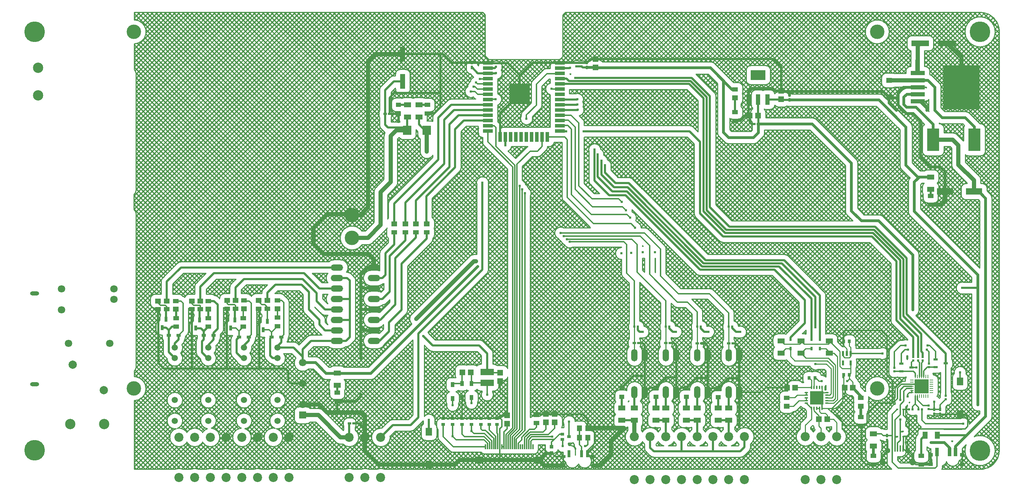
<source format=gtl>
G04 Layer: TopLayer*
G04 EasyEDA v6.5.48, 2025-03-05 09:15:20*
G04 46f63332791e42a8a8f84cc4274b5eef,c1046fc99c6340e49b79c231b7c3a508,10*
G04 Gerber Generator version 0.2*
G04 Scale: 100 percent, Rotated: No, Reflected: No *
G04 Dimensions in millimeters *
G04 leading zeros omitted , absolute positions ,4 integer and 5 decimal *
%FSLAX45Y45*%
%MOMM*%

%AMMACRO1*21,1,$1,$2,0,0,$3*%
%ADD10C,0.5000*%
%ADD11C,0.7000*%
%ADD12C,0.2540*%
%ADD13C,0.3000*%
%ADD14C,1.0000*%
%ADD15MACRO1,1.701X1.2075X0.0000*%
%ADD16R,1.7010X1.2075*%
%ADD17MACRO1,1.701X1.2075X90.0000*%
%ADD18MACRO1,1.377X1.1325X0.0000*%
%ADD19R,1.3770X1.1325*%
%ADD20R,0.9000X2.0000*%
%ADD21R,1.1000X0.9300*%
%ADD22MACRO1,1.26X3.61X0.0000*%
%ADD23R,4.2000X1.4000*%
%ADD24R,1.0000X0.7500*%
%ADD25MACRO1,1X1.3995X90.0000*%
%ADD26R,1.3995X1.0000*%
%ADD27O,2.999994X1.499997*%
%ADD28R,0.7000X1.2500*%
%ADD29R,0.9000X0.8000*%
%ADD30R,0.8000X0.9000*%
%ADD31MACRO1,1.35X1.41X0.0000*%
%ADD32R,1.3500X1.4100*%
%ADD33MACRO1,1.35X1.41X90.0000*%
%ADD34MACRO1,1.35X1.41X-90.0000*%
%ADD35MACRO1,0.54X0.7901X0.0000*%
%ADD36R,0.5400X0.7901*%
%ADD37MACRO1,0.54X0.7901X90.0000*%
%ADD38R,4.0000X1.6000*%
%ADD39R,0.6000X0.4000*%
%ADD40R,0.6300X0.8300*%
%ADD41R,1.4707X1.2700*%
%ADD42R,0.6000X0.5500*%
%ADD43MACRO1,2.1924X2.0475X-90.0000*%
%ADD44R,0.3000X1.2000*%
%ADD45R,2.0000X1.8000*%
%ADD46R,3.0000X5.5000*%
%ADD47R,3.3000X1.6000*%
%ADD48R,0.8000X0.8640*%
%ADD49R,1.0700X0.6000*%
%ADD50MACRO1,0.864X0.8065X0.0000*%
%ADD51R,0.8640X0.8065*%
%ADD52MACRO1,0.54X0.5656X0.0000*%
%ADD53R,0.5400X0.5657*%
%ADD54MACRO1,0.54X0.5656X90.0000*%
%ADD55MACRO1,0.54X0.5656X-90.0000*%
%ADD56MACRO1,1.377X1.1325X90.0000*%
%ADD57R,1.5000X1.9000*%
%ADD58R,0.9500X1.2000*%
%ADD59R,2.4000X0.9000*%
%ADD60R,0.9000X2.4000*%
%ADD61R,5.0000X5.0000*%
%ADD62R,0.9050X0.2800*%
%ADD63R,0.2800X0.9050*%
%ADD64R,3.3500X3.3500*%
%ADD65O,1.499997X2.999994*%
%ADD66R,1.1000X2.5000*%
%ADD67MACRO1,3.6X2.34X0.0000*%
%ADD68R,1.2500X1.0000*%
%ADD69R,0.4900X1.1570*%
%ADD70R,0.4900X1.1750*%
%ADD71O,0.8469884X0.36400740000000004*%
%ADD72O,0.36400740000000004X0.8469884*%
%ADD73MACRO1,3.25X3.25X0.0000*%
%ADD74R,3.5000X1.0693*%
%ADD75R,8.8900X10.6600*%
%ADD76R,0.4000X1.6000*%
%ADD77R,0.7000X1.8000*%
%ADD78R,1.0000X0.8000*%
%ADD79C,2.5000*%
%ADD80C,3.5000*%
%ADD81C,2.2000*%
%ADD82C,1.5000*%
%ADD83C,1.8000*%
%ADD84O,2.1999956000000003X0.9999979999999999*%
%ADD85C,2.0000*%
%ADD86R,1.8000X1.8000*%
%ADD87O,1.2999974X1.7999964*%
%ADD88C,1.3000*%
%ADD89C,5.0000*%
%ADD90C,0.6096*%
%ADD91C,0.6200*%
%ADD92C,0.0163*%

%LPD*%
D10*
X23063200Y-6718300D02*
G01*
X23444200Y-6718300D01*
X16268700Y-10325100D02*
G01*
X16268700Y-10680700D01*
X15506700Y-10325100D02*
G01*
X15506700Y-10591800D01*
X15595600Y-10680700D01*
X17691100Y-10680700D01*
X17792700Y-10579100D01*
X17792700Y-10325100D01*
D11*
X16755008Y-8064500D02*
G01*
X16840200Y-8064500D01*
D10*
X16840200Y-8064500D02*
G01*
X16903700Y-8128000D01*
X16903700Y-8351012D01*
D12*
X19591832Y-9333636D02*
G01*
X19541845Y-9383623D01*
X19791705Y-9253626D02*
G01*
X19671842Y-9253626D01*
X19591832Y-9333636D01*
D13*
X12065508Y-10568939D02*
G01*
X12065508Y-10287254D01*
X12230100Y-10122662D01*
X12230100Y-3746500D01*
D10*
X10007600Y-7886700D02*
G01*
X10236200Y-8115300D01*
X11366500Y-8115300D01*
X11557000Y-8305800D01*
X11557000Y-8759949D01*
D13*
X21376386Y-9512300D02*
G01*
X21376386Y-8968486D01*
X21247100Y-8839200D01*
X21247100Y-7886700D01*
X21107400Y-7747000D01*
X20243800Y-7747000D01*
X20190713Y-7800086D01*
X20190713Y-8011921D01*
D11*
X18126707Y-2743200D02*
G01*
X19431000Y-2743200D01*
X20383500Y-3695700D01*
X20383500Y-4851400D01*
X20624800Y-5092700D01*
X21043900Y-5092700D01*
X21869400Y-5918200D01*
X21869400Y-7251700D01*
D10*
X10147300Y-10204500D02*
G01*
X10147300Y-9918700D01*
X12001500Y-3055518D02*
G01*
X12001500Y-3263900D01*
D13*
X13017500Y-3055365D02*
G01*
X13022834Y-3060700D01*
X13436600Y-3060700D01*
X13500100Y-3124200D01*
X13500100Y-4521200D01*
X14135100Y-5156200D01*
X15049500Y-5156200D01*
X15138400Y-5257800D01*
X13315950Y-2786379D02*
G01*
X13321284Y-2781300D01*
X13512800Y-2781300D01*
X13601700Y-2870200D01*
X13601700Y-4457700D01*
X14084300Y-4940300D01*
X14947900Y-4940300D01*
X15024100Y-5016500D01*
X13315950Y-2659379D02*
G01*
X13321284Y-2654300D01*
X13525500Y-2654300D01*
X13690600Y-2819400D01*
X13690600Y-4330700D01*
X14109700Y-4749800D01*
X14833600Y-4749800D01*
X14922500Y-4838700D01*
X13315950Y-2532379D02*
G01*
X13594079Y-2532379D01*
X13779500Y-2717800D01*
X13779500Y-4241800D01*
X14097000Y-4559300D01*
X14744700Y-4559300D01*
X14820900Y-4635500D01*
D10*
X21882100Y-8389620D02*
G01*
X21882100Y-7912100D01*
X21475700Y-7505700D01*
X21475700Y-6070600D01*
X20878800Y-5473700D01*
X17272000Y-5473700D01*
X16713200Y-4914900D01*
X16713200Y-3175000D01*
X16459200Y-2921000D01*
X14351000Y-2921000D01*
X14351000Y-2921000D02*
G01*
X13893800Y-2921000D01*
X13474700Y-2921000D02*
G01*
X13323570Y-2921000D01*
X13315950Y-2913379D01*
D13*
X15120620Y-7658100D02*
G01*
X15120620Y-6548120D01*
X14935200Y-6362700D01*
X14935200Y-5664200D01*
X14871700Y-5600700D01*
X13556741Y-5600700D01*
X15882620Y-7658100D02*
G01*
X15882620Y-7030720D01*
X15189200Y-6337300D01*
X15189200Y-5664200D01*
X15062200Y-5537200D01*
X13485622Y-5537200D01*
X16644620Y-7658100D02*
G01*
X16644620Y-7297420D01*
X16408400Y-7061200D01*
X16167100Y-7061200D01*
X15494000Y-6388100D01*
X15494000Y-5689600D01*
X15265400Y-5461000D01*
X13415772Y-5461000D01*
X17406620Y-7658100D02*
G01*
X17406620Y-7322820D01*
X16941800Y-6858000D01*
X16192500Y-6858000D01*
X15760700Y-6426200D01*
X15760700Y-5778500D01*
X15367000Y-5384800D01*
X13335000Y-5384800D01*
X13119100Y-1892300D02*
G01*
X13124281Y-1897481D01*
X13315975Y-1897481D01*
X11576024Y-2151481D02*
G01*
X11581206Y-2146300D01*
X11760200Y-2146300D01*
X13315975Y-1516481D02*
G01*
X13308456Y-1524000D01*
X13004800Y-1524000D01*
X12750800Y-1778000D01*
X12750800Y-2286000D01*
X12509500Y-2527300D01*
X12509500Y-2616200D01*
X12215368Y-10568939D02*
G01*
X12215368Y-10352531D01*
X12407900Y-10160000D01*
X12407900Y-4330700D01*
X12165329Y-10568939D02*
G01*
X12165329Y-10326370D01*
X12344400Y-10147300D01*
X12344400Y-4241800D01*
X12115291Y-10568939D02*
G01*
X12115291Y-10301478D01*
X12280900Y-10135870D01*
X12280900Y-3721100D01*
X12598400Y-3403600D01*
X12776200Y-3403600D01*
X12890500Y-3289300D01*
X12890500Y-3055365D01*
X12015470Y-10568939D02*
G01*
X12015470Y-10273029D01*
X12179300Y-10109200D01*
X12179300Y-3784600D01*
X11576050Y-3181350D01*
X11576050Y-2913379D01*
X11576050Y-2786379D02*
G01*
X11727179Y-2786379D01*
X11772900Y-2832100D01*
X11772900Y-3289300D01*
X12230100Y-3746500D01*
X12265408Y-10568942D02*
G01*
X12265408Y-10378696D01*
X12471400Y-10172705D01*
X12471400Y-4419600D01*
X20367802Y-8309254D02*
G01*
X20371257Y-8305800D01*
X21132800Y-8305800D01*
X17665700Y-9251187D02*
G01*
X18193511Y-9251187D01*
X18302477Y-9142221D01*
X18819622Y-9142221D01*
D11*
X17892775Y-2151126D02*
G01*
X17892775Y-1931923D01*
X17945100Y-1879600D01*
X18478500Y-1879600D01*
X18543524Y-1944623D01*
X18681700Y-1944623D01*
X17240504Y-1657604D02*
G01*
X17284700Y-1701800D01*
X17284700Y-2946400D01*
X17411700Y-3073400D01*
X18008600Y-3073400D01*
X18126709Y-2955289D01*
X18126709Y-2743200D01*
D10*
X13315950Y-1770379D02*
G01*
X16451579Y-1770379D01*
X16802100Y-2120900D01*
X16802100Y-4864100D01*
X17322800Y-5384800D01*
X20904200Y-5384800D01*
X21564600Y-6045200D01*
X21564600Y-7467600D01*
X21996400Y-7899400D01*
X21996400Y-8382254D01*
X22665943Y-8547100D02*
G01*
X22669500Y-8543544D01*
X22669500Y-8305800D01*
X21717000Y-7353300D01*
X21717000Y-5994400D01*
X20955000Y-5232400D01*
X17424400Y-5232400D01*
X16954500Y-4762500D01*
X16954500Y-2070100D01*
X16510000Y-1625600D01*
X13690600Y-1625600D01*
D13*
X22225000Y-8115300D02*
G01*
X22275800Y-8115300D01*
X22419056Y-8258555D01*
X22419056Y-8452104D01*
D10*
X13315950Y-1643379D02*
G01*
X13479779Y-1643379D01*
X13538200Y-1701800D01*
X16484600Y-1701800D01*
X16878300Y-2095500D01*
X16878300Y-4838700D01*
X17348200Y-5308600D01*
X20929600Y-5308600D01*
X21640800Y-6019800D01*
X21640800Y-7404100D01*
X22072600Y-7835900D01*
X22072600Y-8255000D01*
X22110700Y-8293100D01*
X22110700Y-8389620D01*
X11772900Y-1511300D02*
G01*
X11767718Y-1516481D01*
X11576024Y-1516481D01*
X13315950Y-1262379D02*
G01*
X13775181Y-1262379D01*
X13775181Y-1265681D01*
X13843000Y-1265681D01*
D12*
X19791679Y-9318752D02*
G01*
X19853402Y-9318752D01*
X19888200Y-9283700D01*
X19888200Y-8674100D01*
X19773900Y-8559800D01*
X19511429Y-8559800D01*
D10*
X13754100Y-2400300D02*
G01*
X13748918Y-2405481D01*
X13315975Y-2405481D01*
X13741400Y-2273300D02*
G01*
X13736218Y-2278481D01*
X13315975Y-2278481D01*
X13741400Y-2146300D02*
G01*
X13736218Y-2151481D01*
X13315975Y-2151481D01*
X13563600Y-1384300D02*
G01*
X13558418Y-1389481D01*
X13315975Y-1389481D01*
X19617941Y-7962137D02*
G01*
X19617941Y-6905246D01*
X18757900Y-6045200D01*
X16852900Y-6045200D01*
X14986000Y-4178300D01*
X14668500Y-4178300D01*
X14414500Y-3924300D01*
X14414500Y-3746500D01*
X19414743Y-7962137D02*
G01*
X19414743Y-6981444D01*
X18630900Y-6197600D01*
X16764000Y-6197600D01*
X14947900Y-4381500D01*
X14592300Y-4381500D01*
X14236700Y-4025900D01*
X14236700Y-3479800D01*
X19507200Y-7670800D02*
G01*
X19507200Y-6934200D01*
X18694400Y-6121400D01*
X16802100Y-6121400D01*
X14960600Y-4279900D01*
X14630400Y-4279900D01*
X14325600Y-3975100D01*
X14325600Y-3632200D01*
X18906743Y-7962137D02*
G01*
X18906743Y-7915655D01*
X19253200Y-7569200D01*
X19253200Y-7010400D01*
X18516600Y-6273800D01*
X16713200Y-6273800D01*
X14909800Y-4470400D01*
X14516100Y-4470400D01*
X14160500Y-4114800D01*
X14160500Y-3365500D01*
D12*
X19160845Y-8003844D02*
G01*
X19234200Y-8077200D01*
X19824700Y-8077200D01*
X19846645Y-8055254D01*
X19846645Y-8003844D01*
D10*
X3588004Y-7480213D02*
G01*
X3581400Y-7473609D01*
X3581400Y-7235723D01*
X3797300Y-7235723D02*
G01*
X3777995Y-7255027D01*
X3777995Y-7480213D01*
X4013200Y-7235723D02*
G01*
X4025910Y-7248433D01*
X4025910Y-7449797D01*
X5257800Y-7223023D02*
G01*
X5251704Y-7229119D01*
X5251704Y-7492923D01*
X5461000Y-7223023D02*
G01*
X5441695Y-7242327D01*
X5441695Y-7492923D01*
D13*
X4406900Y-7035800D02*
G01*
X4406900Y-7099300D01*
X4445000Y-7137400D01*
X4597400Y-7137400D01*
X4610100Y-7150100D01*
X4610100Y-7235697D01*
D10*
X4406900Y-7235723D02*
G01*
X4400804Y-7241819D01*
X4400804Y-7492923D01*
X4610100Y-7235723D02*
G01*
X4590795Y-7255027D01*
X4590795Y-7492923D01*
X4800600Y-7235723D02*
G01*
X4800600Y-7449794D01*
X4800600Y-7035800D02*
G01*
X4940300Y-7035800D01*
X5029200Y-7124700D01*
X5029200Y-7708900D01*
X4930647Y-7807452D01*
X4930647Y-7872221D01*
X4800600Y-7659852D02*
G01*
X4696040Y-7764411D01*
X4696040Y-7872323D01*
X4495800Y-7692923D02*
G01*
X4499076Y-7696200D01*
X4622800Y-7696200D01*
X4696040Y-7769440D01*
X4696040Y-7872323D01*
X3683000Y-7680197D02*
G01*
X3781297Y-7680197D01*
X3845052Y-7743952D01*
X3845052Y-7872221D01*
X4025900Y-7659878D02*
G01*
X3922522Y-7659878D01*
X3845052Y-7737347D01*
X3845052Y-7872221D01*
X4079747Y-7872221D02*
G01*
X4079747Y-7972552D01*
X3987800Y-8064500D01*
X3987800Y-8167115D01*
X4695952Y-7872221D02*
G01*
X4695443Y-7966455D01*
X4648200Y-8013445D01*
X4648200Y-8280400D01*
X4788915Y-8421115D01*
X4800600Y-8421115D01*
X3845145Y-7872313D02*
G01*
X3845145Y-8278461D01*
X3987800Y-8421115D01*
X5546940Y-7910423D02*
G01*
X5486400Y-7970964D01*
X5486400Y-8293100D01*
X5614403Y-8421103D01*
X5664200Y-8421103D01*
X4930647Y-7872221D02*
G01*
X4930647Y-7972552D01*
X4800600Y-8102600D01*
X4800600Y-8167115D01*
X5781547Y-7910321D02*
G01*
X5781547Y-7997952D01*
X5664200Y-8115300D01*
X5664200Y-8167115D01*
X6568947Y-7910321D02*
G01*
X6568947Y-8036052D01*
X6477000Y-8128000D01*
X6477000Y-8167115D01*
X6334340Y-7910423D02*
G01*
X6299200Y-7945564D01*
X6299200Y-8356600D01*
X6363703Y-8421103D01*
X6477000Y-8421103D01*
X4400804Y-7492923D02*
G01*
X4400804Y-8674100D01*
X5251704Y-7492923D02*
G01*
X5251704Y-8674100D01*
X6039104Y-7531023D02*
G01*
X6039104Y-8674100D01*
X3588004Y-7480300D02*
G01*
X3588004Y-8541004D01*
X3721100Y-8674100D01*
X6667754Y-8674100D01*
X6743700Y-8750045D01*
X6743700Y-8978900D01*
X6805523Y-9040723D01*
X7086600Y-9040723D01*
D13*
X11576050Y-2024379D02*
G01*
X11333485Y-2024379D01*
X11264905Y-1955800D01*
X11163300Y-1955800D01*
X11576050Y-1897379D02*
G01*
X11320785Y-1897379D01*
X11264905Y-1841500D01*
X11226800Y-1841500D01*
X11576050Y-1770379D02*
G01*
X11320785Y-1770379D01*
X11290305Y-1739900D01*
X11290300Y-1739900D01*
X11576050Y-1643379D02*
G01*
X11576050Y-1651000D01*
X11379200Y-1651000D01*
D10*
X11576024Y-1262481D02*
G01*
X11583543Y-1270000D01*
X12065000Y-1270000D01*
X12344298Y-1549298D01*
X12344298Y-2016785D01*
X11874500Y-3055518D02*
G01*
X11874500Y-2486583D01*
X12344298Y-2016785D01*
X13315975Y-1262481D02*
G01*
X12656718Y-1262481D01*
X12344298Y-1574901D01*
X12344298Y-2016785D01*
X11576024Y-1389484D02*
G01*
X11742315Y-1389484D01*
X11772900Y-1358900D01*
X11192509Y-1375410D02*
G01*
X11333479Y-1516379D01*
X11576050Y-1516379D01*
X11188700Y-1266189D02*
G01*
X11576050Y-1262379D01*
D11*
X18884900Y-2053589D02*
G01*
X18884900Y-1981200D01*
X18910300Y-1955800D01*
X21155659Y-1955800D01*
X21297900Y-2098039D01*
D10*
X14185900Y-1169923D02*
G01*
X18492724Y-1169923D01*
X18681700Y-1358900D01*
X18681700Y-1944623D01*
X13843000Y-1350596D02*
G01*
X13720396Y-1350596D01*
X13716000Y-1346200D01*
X13843000Y-1350596D02*
G01*
X13867716Y-1375308D01*
X13970000Y-1375308D01*
D11*
X13970000Y-1375308D02*
G01*
X13975308Y-1369999D01*
X14185900Y-1369999D01*
X14185900Y-1369999D02*
G01*
X14200200Y-1384300D01*
X16967200Y-1384300D01*
X17489500Y-1906600D01*
X17564100Y-1906600D01*
D10*
X13843000Y-1265603D02*
G01*
X13970000Y-1266291D01*
X13970000Y-1266291D02*
G01*
X14066291Y-1170000D01*
X14185900Y-1170000D01*
D14*
X7086600Y-9548621D02*
G01*
X7491222Y-9548621D01*
X7683500Y-9740900D01*
X8496300Y-9740900D01*
X8597900Y-9842500D01*
X8597900Y-10337800D01*
D10*
X8335009Y-10005821D02*
G01*
X8469122Y-10005821D01*
X8597900Y-10134600D01*
X8597900Y-10337800D01*
D13*
X10490200Y-10026904D02*
G01*
X10490200Y-10325100D01*
X10734040Y-10568939D01*
X11515343Y-10568939D01*
D14*
X14871700Y-10109200D02*
G01*
X14554200Y-10426700D01*
X14554200Y-10744200D01*
X14271980Y-11026419D01*
X14131797Y-11026419D01*
X12820395Y-10894009D02*
G01*
X12952806Y-11026419D01*
X13401802Y-11026419D01*
D10*
X12820395Y-10894009D02*
G01*
X12996473Y-10717931D01*
X13119089Y-10717931D01*
D14*
X11360404Y-10894009D02*
G01*
X12820395Y-10894009D01*
X10147300Y-11004550D02*
G01*
X10775950Y-11004550D01*
X10886440Y-10894060D01*
X11360404Y-10894060D01*
X10147300Y-11004550D02*
G01*
X8921750Y-11004550D01*
X8597900Y-10680700D01*
X8597900Y-10337800D01*
D10*
X17411710Y-9926878D02*
G01*
X17411700Y-10325100D01*
X17030700Y-10325100D02*
G01*
X17030700Y-10668000D01*
X17492979Y-7658100D02*
G01*
X17492979Y-7688579D01*
X17589500Y-7785100D01*
X17691100Y-7785100D01*
X16730979Y-7658100D02*
G01*
X16730979Y-7701279D01*
X16814800Y-7785100D01*
X16916400Y-7785100D01*
X15968979Y-7658100D02*
G01*
X15968979Y-7701279D01*
X16052800Y-7785100D01*
X16129000Y-7785100D01*
X15206979Y-7658100D02*
G01*
X15206979Y-7739379D01*
X15252700Y-7785100D01*
X15328900Y-7785100D01*
X15125700Y-9251086D02*
G01*
X15125710Y-9631121D01*
X16649700Y-9251086D02*
G01*
X16649710Y-9631121D01*
X17411700Y-9251086D02*
G01*
X17411710Y-9631121D01*
D14*
X13993807Y-10121910D02*
G01*
X14006517Y-10109200D01*
X14871700Y-10109200D01*
D10*
X17665700Y-9251086D02*
G01*
X17661757Y-9255028D01*
X17661757Y-10096500D01*
X16141700Y-9251086D02*
G01*
X16154400Y-9263786D01*
X16903700Y-8351088D02*
G01*
X16903700Y-9251086D01*
X16141700Y-8351088D02*
G01*
X16141700Y-9251086D01*
X15379700Y-8351088D02*
G01*
X15379700Y-9251086D01*
D14*
X21987098Y-1513842D02*
G01*
X21983700Y-1510444D01*
X21983700Y-1206500D01*
D11*
X21475700Y-2413000D02*
G01*
X21297900Y-2235200D01*
X21297900Y-2098039D01*
X21297900Y-2098039D02*
G01*
X21307178Y-2107318D01*
X21513800Y-2107318D01*
X21987002Y-2194560D02*
G01*
X22070059Y-2194560D01*
X22206204Y-2330704D01*
X22206204Y-2413000D01*
X21987002Y-1684020D02*
G01*
X21992081Y-1689100D01*
X22237700Y-1689100D01*
X22402800Y-1854200D01*
X22402800Y-2413000D01*
X22580600Y-2590800D01*
X23139400Y-2590800D01*
X23360125Y-2811526D01*
X23360125Y-3124200D01*
X21987002Y-1854200D02*
G01*
X21640800Y-1854200D01*
X21513800Y-1981200D01*
X21513800Y-2286000D01*
X21717000Y-2489200D01*
X21882100Y-2489200D01*
X22059900Y-2667000D01*
X22059900Y-3556000D01*
X22288500Y-3784600D01*
X22542500Y-3784600D01*
X22649688Y-3891787D01*
X22649688Y-4381500D01*
X21987002Y-2024379D02*
G01*
X21724620Y-2024379D01*
X21653500Y-2095500D01*
X21653500Y-2273300D01*
X21717000Y-2336800D01*
X21945600Y-2336800D01*
X22359874Y-2751073D01*
X22359874Y-3124200D01*
X18681700Y-1944700D02*
G01*
X18692799Y-1955800D01*
X19080431Y-1955800D01*
X18884900Y-2162807D02*
G01*
X21047707Y-2162807D01*
X21704300Y-2819400D01*
X21704300Y-3746500D01*
X21988221Y-4030421D01*
X22301200Y-4030421D01*
D10*
X18353024Y-2151126D02*
G01*
X18681700Y-2151126D01*
X18681700Y-2144776D01*
X18681700Y-2144699D02*
G01*
X18699708Y-2162708D01*
X18884900Y-2162708D01*
D14*
X22359874Y-3124200D02*
G01*
X22834600Y-3124200D01*
X22974300Y-3263900D01*
X22974300Y-3733800D01*
X23349711Y-4109212D01*
X23349711Y-4381500D01*
X21297900Y-1686557D02*
G01*
X21300437Y-1684020D01*
X21987103Y-1684020D01*
D10*
X18121299Y-2540000D02*
G01*
X18126608Y-2545308D01*
X18126608Y-2743200D01*
X17921224Y-2540000D02*
G01*
X17921224Y-2706623D01*
X17957800Y-2743200D01*
X18017490Y-2743200D01*
X17564100Y-2670555D02*
G01*
X17687798Y-2670555D01*
X17818100Y-2540000D01*
X17921224Y-2540000D01*
X17564100Y-2106599D02*
G01*
X17564100Y-2460370D01*
X18122900Y-2151126D02*
G01*
X18121375Y-2540000D01*
X17892775Y-2151126D02*
G01*
X17892775Y-2540000D01*
X17921224Y-2540000D01*
D14*
X22649688Y-4381500D02*
G01*
X22649688Y-4591812D01*
X22538943Y-4702555D01*
X22301200Y-4702555D01*
D13*
X22390100Y-9660991D02*
G01*
X22390100Y-9474200D01*
X22529800Y-9770008D02*
G01*
X22545090Y-9785299D01*
X23012400Y-9785299D01*
X22390100Y-9770008D02*
G01*
X22529800Y-9770008D01*
X22669500Y-9415881D02*
G01*
X22529800Y-9555581D01*
X22529800Y-9660991D01*
X22529800Y-9660991D02*
G01*
X22390100Y-9660991D01*
X22250400Y-9657181D02*
G01*
X22254209Y-9660991D01*
X22390100Y-9660991D01*
X23012400Y-9785350D02*
G01*
X23133050Y-9785350D01*
X23202900Y-9855200D01*
X23202900Y-10071100D01*
X23139400Y-10134600D01*
X22034500Y-10134600D01*
X21743670Y-10425429D01*
X21743670Y-10662158D01*
X22090379Y-9664700D02*
G01*
X22090379Y-9923779D01*
X22174200Y-10007600D01*
X23088600Y-10007600D01*
X21742400Y-9347200D02*
G01*
X21742400Y-9296400D01*
X21784563Y-9254236D01*
X21844000Y-9254236D01*
X21844101Y-9204223D02*
G01*
X21844101Y-9254236D01*
X21436075Y-10610087D02*
G01*
X21436075Y-9920224D01*
X21564600Y-9791700D01*
X21564600Y-9550400D01*
X21653500Y-9461500D01*
X21653500Y-9220200D01*
X21719540Y-9154160D01*
X21844000Y-9154160D01*
X20612100Y-10049129D02*
G01*
X20615529Y-10045700D01*
X20701000Y-10045700D01*
X20764500Y-9982200D01*
X20764500Y-9766300D01*
X21018500Y-9512300D01*
X21386800Y-9512300D01*
X21501100Y-9398000D01*
X21501100Y-9271000D01*
X21844101Y-9054236D02*
G01*
X21590863Y-9054236D01*
X21501100Y-9144000D01*
X21501100Y-9271000D01*
X21844101Y-9054236D02*
G01*
X22031858Y-9054236D01*
X22081845Y-9104223D01*
X23012400Y-8763000D02*
G01*
X23012400Y-8985300D01*
X21840494Y-8648700D02*
G01*
X21958239Y-8648700D01*
X21424900Y-8656218D02*
G01*
X21424900Y-8267700D01*
X21577300Y-8115300D01*
X21691600Y-8115300D01*
X22212300Y-8216900D02*
G01*
X22263100Y-8267700D01*
X22263100Y-8554618D01*
X21755056Y-8216884D02*
G01*
X21678915Y-8216884D01*
X21590000Y-8305800D01*
X21593505Y-8309305D01*
X21593505Y-8553704D01*
X21882100Y-8476081D02*
G01*
X21840494Y-8517686D01*
X21840494Y-8648700D01*
X21618956Y-8743695D02*
G01*
X21888195Y-8743695D01*
X21931884Y-8789415D01*
X21931884Y-8866378D01*
X21424900Y-8742679D02*
G01*
X21618956Y-8743695D01*
X22665994Y-8547100D02*
G01*
X22669500Y-8550605D01*
X22669500Y-9329318D01*
X22263100Y-8641079D02*
G01*
X22219920Y-8641079D01*
X22131781Y-8729218D01*
X22131781Y-8866378D01*
X22263100Y-8641079D02*
G01*
X22419056Y-8642095D01*
X21996400Y-8475979D02*
G01*
X21996400Y-8496300D01*
X22031959Y-8531860D01*
X22031959Y-8866378D01*
X22110700Y-8475979D02*
G01*
X22110700Y-8509000D01*
X22081743Y-8537955D01*
X22081743Y-8866378D01*
X6477000Y-7023100D02*
G01*
X6578600Y-7023100D01*
X6629400Y-7073900D01*
X6629400Y-7849870D01*
X6568947Y-7910321D01*
X5664200Y-7023100D02*
G01*
X5676900Y-7035800D01*
X5791200Y-7035800D01*
X5842000Y-7086600D01*
X5842000Y-7848600D01*
X5781547Y-7910321D01*
X4013200Y-7035800D02*
G01*
X4140200Y-7035800D01*
X4191000Y-7086600D01*
X4191000Y-7759700D01*
X4079747Y-7872221D01*
X6019800Y-7023100D02*
G01*
X6019800Y-7048500D01*
X6096000Y-7124700D01*
X6172200Y-7124700D01*
X6235700Y-7188200D01*
X6235700Y-7222997D01*
X6477000Y-7223023D02*
G01*
X6477000Y-7437094D01*
X6235700Y-7223023D02*
G01*
X6229095Y-7229627D01*
X6229095Y-7531023D01*
X6019800Y-7223023D02*
G01*
X6039104Y-7242327D01*
X6039104Y-7531023D01*
X6134100Y-7730997D02*
G01*
X6137402Y-7734300D01*
X6273800Y-7734300D01*
X6334252Y-7794752D01*
X6334252Y-7910321D01*
X6477000Y-7647152D02*
G01*
X6334340Y-7789811D01*
X6334340Y-7910423D01*
X5346700Y-7692897D02*
G01*
X5470397Y-7692897D01*
X5546852Y-7769352D01*
X5546852Y-7910321D01*
X5651500Y-7659852D02*
G01*
X5546940Y-7764411D01*
X5546940Y-7910423D01*
X5664200Y-7223023D02*
G01*
X5651500Y-7235723D01*
X5651500Y-7449794D01*
X5257800Y-7023023D02*
G01*
X5257800Y-7099300D01*
X5283200Y-7124700D01*
X5435600Y-7124700D01*
X5461000Y-7150100D01*
X5461000Y-7223023D01*
X3581400Y-7035800D02*
G01*
X3581400Y-7073900D01*
X3644900Y-7137400D01*
X3759200Y-7137400D01*
X3797300Y-7175500D01*
X3797300Y-7235697D01*
X13195300Y-9773051D02*
G01*
X13201248Y-9779000D01*
X13868400Y-9779000D01*
X13993807Y-9904407D01*
X13993807Y-10121910D01*
X12979400Y-9773051D02*
G01*
X13195300Y-9773051D01*
X12750800Y-9793300D02*
G01*
X12771048Y-9773051D01*
X12979400Y-9773051D01*
X11865356Y-10568939D02*
G01*
X11863070Y-10894060D01*
X11874500Y-8977376D02*
G01*
X11874500Y-9245600D01*
X12039600Y-9410700D01*
X12039600Y-9805924D01*
X13542009Y-10325100D02*
G01*
X13542009Y-9956800D01*
X11557000Y-9020047D02*
G01*
X11557000Y-9309100D01*
X12315443Y-10568939D02*
G01*
X12315443Y-10481055D01*
X12395200Y-10401300D01*
X12395200Y-10337800D01*
X12585700Y-10147300D01*
X12700000Y-10147300D01*
X12750800Y-10096500D01*
X12750800Y-9993376D01*
X12979400Y-9973055D02*
G01*
X12979400Y-10147300D01*
X12915900Y-10210800D01*
X12598400Y-10210800D01*
X12465304Y-10343895D01*
X12465304Y-10568939D01*
X13195300Y-9973055D02*
G01*
X13195300Y-10121900D01*
X13042900Y-10274300D01*
X12611100Y-10274300D01*
X12515341Y-10370058D01*
X12515341Y-10568939D01*
X12039600Y-10006076D02*
G01*
X12039600Y-10134600D01*
X11965431Y-10208768D01*
X11965431Y-10568939D01*
X11798300Y-9886797D02*
G01*
X11879107Y-9805990D01*
X12090407Y-9805990D01*
X11176010Y-9037505D02*
G01*
X11193505Y-9020009D01*
X11556992Y-9020009D01*
X11161709Y-8763007D02*
G01*
X11176010Y-8777307D01*
X11176010Y-9037505D01*
X10961710Y-8763007D02*
G01*
X10947410Y-8777307D01*
X10947410Y-9037505D01*
X10718789Y-9062890D02*
G01*
X10744174Y-9037505D01*
X10947410Y-9037505D01*
X10947410Y-9377509D02*
G01*
X10947392Y-9886792D01*
X11798300Y-9886797D02*
G01*
X10490200Y-9886797D01*
X11798300Y-10026904D02*
G01*
X11798300Y-10236200D01*
X11815318Y-10253218D01*
X11815318Y-10568939D01*
X11607800Y-10026904D02*
G01*
X11607800Y-10160000D01*
X11765534Y-10317734D01*
X11765534Y-10568939D01*
X11865356Y-10568939D02*
G01*
X11865356Y-10131044D01*
X11912600Y-10083800D01*
X11912600Y-9918700D01*
X11880595Y-9886695D01*
X11798300Y-9886695D01*
X11176000Y-9377502D02*
G01*
X11176000Y-9512256D01*
X11175974Y-9512282D01*
X10718800Y-9415602D02*
G01*
X10718800Y-9563100D01*
X11556987Y-8759992D02*
G01*
X11574294Y-8777300D01*
X11874500Y-8777300D01*
X13993875Y-10350500D02*
G01*
X13993875Y-10517124D01*
X13957300Y-10553700D01*
X13931900Y-10553700D01*
X13382000Y-10390088D02*
G01*
X13385800Y-10393888D01*
X13385800Y-10553700D01*
X12565405Y-10569016D02*
G01*
X12565405Y-10396194D01*
X12636500Y-10325100D01*
X13131800Y-10325100D01*
X12615418Y-10568939D02*
G01*
X12615418Y-10435081D01*
X12661900Y-10388600D01*
X13119100Y-10388600D01*
X13182600Y-10388600D02*
G01*
X13119089Y-10452110D01*
X13119089Y-10567283D01*
X13381990Y-10260076D02*
G01*
X13311124Y-10260076D01*
X13182600Y-10388600D01*
X13055600Y-10388600D01*
X13793807Y-10121910D02*
G01*
X13793807Y-10350510D01*
X13793724Y-10350500D02*
G01*
X13793724Y-10517124D01*
X13841729Y-10565129D01*
X13841729Y-10741405D01*
X13119089Y-10717931D02*
G01*
X13207563Y-10806404D01*
X13401802Y-10806404D01*
X13401802Y-11026394D02*
G01*
X13401802Y-10806404D01*
X13991793Y-10741405D02*
G01*
X14056791Y-10806404D01*
X14131797Y-10806404D01*
X14131797Y-10806404D02*
G01*
X14131797Y-11026394D01*
X13991843Y-10741405D02*
G01*
X13991843Y-10658855D01*
X14160500Y-10490200D01*
X14160500Y-10210800D01*
X14071600Y-10121900D01*
X13993875Y-10121900D01*
X11915393Y-10569016D02*
G01*
X11965406Y-10569016D01*
X11404600Y-10026904D02*
G01*
X11404600Y-10134600D01*
X11442700Y-10172700D01*
X11518900Y-10172700D01*
X11715495Y-10369295D01*
X11715495Y-10568939D01*
X11176000Y-10026904D02*
G01*
X11176000Y-10185400D01*
X11176000Y-10185400D02*
G01*
X11176000Y-10185400D01*
X11239500Y-10248900D01*
X11493500Y-10248900D01*
X11665458Y-10420858D01*
X11665458Y-10568939D01*
X10947400Y-10026904D02*
G01*
X10947400Y-10261600D01*
X11010900Y-10325100D01*
X11480800Y-10325100D01*
X11615420Y-10459720D01*
X11615420Y-10568939D01*
X10718800Y-10026904D02*
G01*
X10718800Y-10312400D01*
X10718800Y-10312400D02*
G01*
X10718800Y-10312400D01*
X10807700Y-10401300D01*
X11480800Y-10401300D01*
X11565381Y-10485881D01*
X11565381Y-10568939D01*
D14*
X15125710Y-9926878D02*
G01*
X15125700Y-10325100D01*
D10*
X15993109Y-8051800D02*
G01*
X16078200Y-8051800D01*
X16141700Y-8115300D01*
X16141700Y-8351012D01*
D12*
X17406620Y-7658100D02*
G01*
X17407890Y-8064500D01*
X16644620Y-7658100D02*
G01*
X16645890Y-8064500D01*
X15882620Y-7658100D02*
G01*
X15883890Y-8051800D01*
X15120620Y-7658100D02*
G01*
X15121890Y-8051800D01*
D10*
X17517109Y-8064500D02*
G01*
X17576800Y-8064500D01*
X17665700Y-8153400D01*
X17665700Y-8351012D01*
X15231109Y-8051800D02*
G01*
X15316200Y-8051800D01*
X15379700Y-8115300D01*
X15379700Y-8351012D01*
D12*
X17408006Y-8064510D02*
G01*
X17411700Y-8068203D01*
X17411700Y-8351088D01*
X16646006Y-8064510D02*
G01*
X16649700Y-8068203D01*
X16649700Y-8351088D01*
X15884006Y-8051810D02*
G01*
X15887700Y-8055503D01*
X15887700Y-8351088D01*
X15122006Y-8051810D02*
G01*
X15125700Y-8055503D01*
X15125700Y-8351088D01*
D10*
X15887710Y-9926878D02*
G01*
X15887700Y-10325100D01*
X16649710Y-9926878D02*
G01*
X16649700Y-10325100D01*
D12*
X18821400Y-8978900D02*
G01*
X18819622Y-9142221D01*
X20281900Y-8978900D02*
G01*
X20330723Y-8930076D01*
X20330723Y-8825631D01*
X20330668Y-8825737D02*
G01*
X20330668Y-8913368D01*
X20416520Y-8999220D01*
X20416520Y-9142221D01*
X18906743Y-8189976D02*
G01*
X18906743Y-8378444D01*
X19011900Y-8483600D01*
X19799300Y-8483600D01*
X19939000Y-8623300D01*
X19939000Y-9347200D01*
X19902677Y-9383521D01*
X19791679Y-9383521D01*
X19160743Y-8299704D02*
G01*
X19281393Y-8420100D01*
X19824700Y-8420100D01*
X19989800Y-8585200D01*
X19989800Y-9398000D01*
X19939254Y-9448545D01*
X19791679Y-9448545D01*
X19846543Y-8299704D02*
G01*
X19958304Y-8299704D01*
X20040600Y-8382000D01*
X20040600Y-9423400D01*
X19950429Y-9513570D01*
X19791679Y-9513570D01*
X18678245Y-8003844D02*
G01*
X18751600Y-8077200D01*
X19126200Y-8077200D01*
X19160845Y-8042554D01*
X19160845Y-8003844D01*
X19906741Y-9633458D02*
G01*
X19906741Y-9721342D01*
X20234656Y-10049255D01*
X20612100Y-10049255D01*
X19846645Y-8003844D02*
G01*
X20104100Y-8261299D01*
X20104100Y-8623300D01*
X20156840Y-8676040D01*
X20367802Y-8676040D01*
X20177759Y-8309355D02*
G01*
X20177759Y-8366760D01*
X20218400Y-8407400D01*
X20332700Y-8407400D01*
X20367752Y-8372347D01*
X20367752Y-8309355D01*
X20190713Y-8011921D02*
G01*
X20190713Y-8113013D01*
X20272756Y-8195055D01*
X20272756Y-8309355D01*
X19497542Y-8901038D02*
G01*
X19476847Y-8921734D01*
X19476847Y-9133763D01*
X19357538Y-8901038D02*
G01*
X19411848Y-8955349D01*
X19411848Y-9133763D01*
X19019545Y-9142323D02*
G01*
X19028105Y-9133763D01*
X19411848Y-9133763D01*
X20330668Y-8011921D02*
G01*
X20330668Y-8125968D01*
X20367752Y-8163052D01*
X20367752Y-8309355D01*
X20330723Y-8825631D02*
G01*
X20367802Y-8788552D01*
X20367802Y-8539987D01*
X20216545Y-9142323D02*
G01*
X20190744Y-9116522D01*
X20190744Y-8825631D01*
X19617943Y-8189976D02*
G01*
X19761200Y-8191500D01*
X19846543Y-8276844D01*
X19846543Y-8299704D01*
X19160845Y-8299602D02*
G01*
X19270357Y-8190090D01*
X19414853Y-8190090D01*
X18678245Y-8299602D02*
G01*
X18787757Y-8190090D01*
X18906853Y-8190090D01*
X19411950Y-9633458D02*
G01*
X19411950Y-9899650D01*
X19265900Y-10045700D01*
X19265900Y-10325100D01*
X19594322Y-9904221D02*
G01*
X19594322Y-10069321D01*
X19646900Y-10121900D01*
X19646900Y-10325100D01*
X19794220Y-9904221D02*
G01*
X19949922Y-9904221D01*
X20027900Y-9982200D01*
X20027900Y-10325100D01*
X19476974Y-9633458D02*
G01*
X19476974Y-9697720D01*
X19594322Y-9815321D01*
X19594322Y-9904221D01*
X19606768Y-9633458D02*
G01*
X19606768Y-9713468D01*
X19646900Y-9753600D01*
X19748500Y-9753600D01*
X19794220Y-9799320D01*
X19794220Y-9904221D01*
X19541845Y-9633483D02*
G01*
X19606844Y-9633483D01*
X19291985Y-9513620D02*
G01*
X19411848Y-9633483D01*
X19292061Y-9448545D02*
G01*
X19113754Y-9448545D01*
X18977102Y-9585197D01*
X18817843Y-9585197D01*
X19291985Y-9383623D02*
G01*
X19291985Y-9448622D01*
X18817937Y-9385211D02*
G01*
X18830549Y-9372600D01*
X19011900Y-9372600D01*
X19065875Y-9318625D01*
X19291985Y-9318625D01*
X19291985Y-9253626D02*
G01*
X19291985Y-9318625D01*
X19541845Y-9383623D02*
G01*
X19671842Y-9253626D01*
X19671842Y-9133763D01*
D13*
X21844101Y-9104223D02*
G01*
X21655176Y-9104223D01*
X21564600Y-9194800D01*
X21564600Y-9436100D01*
X21564600Y-9906000D02*
G01*
X21564600Y-10414000D01*
X21501100Y-10477500D01*
X21501100Y-10610087D01*
X21489670Y-10325100D02*
G01*
X21436075Y-10326115D01*
X21489619Y-10325100D02*
G01*
X21486769Y-10327949D01*
X21436075Y-10327949D01*
X21629319Y-10198100D02*
G01*
X21625930Y-10201488D01*
X21564600Y-10201488D01*
X21489619Y-9664700D02*
G01*
X21371102Y-9783216D01*
X21371102Y-10609961D01*
X21247100Y-10295889D02*
G01*
X21371052Y-10295381D01*
X21247100Y-10405000D02*
G01*
X21258606Y-10416506D01*
X21258606Y-10662234D01*
X20916900Y-11001755D02*
G01*
X20920202Y-10998200D01*
X21069300Y-10998200D01*
X21138641Y-10929112D01*
X21258606Y-10662234D02*
G01*
X21138616Y-10782223D01*
X21138616Y-10929238D01*
X21743593Y-10662208D02*
G01*
X21863583Y-10782198D01*
X21863583Y-10929238D01*
X21631097Y-10609961D02*
G01*
X21683345Y-10662208D01*
X21743593Y-10662208D01*
X21631097Y-10609961D02*
G01*
X21639580Y-10601477D01*
X21639580Y-10325100D01*
X21639580Y-10325100D02*
G01*
X21652280Y-10312400D01*
X21729700Y-10312400D01*
X21779280Y-10262819D01*
X21779280Y-10198100D01*
X21639529Y-9664700D02*
G01*
X21639529Y-9803129D01*
X21779229Y-9942829D01*
X21779229Y-10198100D01*
X21639580Y-9664700D02*
G01*
X21775318Y-9664700D01*
X21931884Y-9341865D02*
G01*
X21931884Y-9536684D01*
X22004020Y-9608820D01*
X22004020Y-9664700D01*
X21931884Y-9341865D02*
G01*
X21931884Y-9526015D01*
X21861779Y-9596120D01*
X21861779Y-9664700D01*
X21981845Y-9341967D02*
G01*
X21981845Y-9434245D01*
X22118218Y-9570618D01*
X22250400Y-9570618D01*
X20612100Y-10049129D02*
G01*
X20624800Y-10061829D01*
X20624800Y-10883900D01*
X20742529Y-11001629D01*
X20916900Y-11001629D01*
X21863583Y-10929238D02*
G01*
X21935973Y-11001629D01*
X22072600Y-11001629D01*
D14*
X7086600Y-9802621D02*
G01*
X7465822Y-9802621D01*
X8001000Y-10337800D01*
X8225790Y-10337800D01*
D10*
X8225891Y-10005923D02*
G01*
X8216900Y-10014915D01*
X8216900Y-10337800D01*
D12*
X19497548Y-8900921D02*
G01*
X19518122Y-8900921D01*
X19596100Y-8978900D01*
X19659600Y-8978900D01*
D14*
X22050679Y-787400D02*
G01*
X21987103Y-850976D01*
X21987103Y-1513839D01*
X22704120Y-787400D02*
G01*
X23047096Y-1130376D01*
X23047096Y-1854200D01*
D11*
X22313849Y-10464774D02*
G01*
X22631400Y-10464774D01*
X22757206Y-10590580D01*
X22757206Y-10696727D01*
X22301200Y-4030421D02*
G01*
X22029978Y-4030421D01*
X21907500Y-4152900D01*
X21907500Y-4864100D01*
X23444200Y-6400800D01*
X23444200Y-9550400D01*
D10*
X6477000Y-8167115D02*
G01*
X6871715Y-8167115D01*
X7086600Y-8382000D01*
X7086600Y-8532723D01*
X3797300Y-7035723D02*
G01*
X3797300Y-6565900D01*
X4140200Y-6223000D01*
X7919313Y-6223000D01*
X4610100Y-7035723D02*
G01*
X4610100Y-6692900D01*
X4940300Y-6362700D01*
X7124700Y-6362700D01*
X7493000Y-6731000D01*
X7919300Y-6731000D01*
X5461000Y-7023023D02*
G01*
X5461000Y-6705600D01*
X5664200Y-6502400D01*
X7086600Y-6502400D01*
X7429500Y-6845300D01*
X7429500Y-7035800D01*
X7632700Y-7239000D01*
X7919300Y-7239000D01*
X6235700Y-7023023D02*
G01*
X6235700Y-6832600D01*
X6426200Y-6642100D01*
X7061200Y-6642100D01*
X7239000Y-6819900D01*
X7239000Y-7239000D01*
X7493000Y-7493000D01*
X7493000Y-7607300D01*
X7632700Y-7747000D01*
X7919300Y-7747000D01*
X7086600Y-8532723D02*
G01*
X7086600Y-8204200D01*
X7289800Y-8001000D01*
X7919300Y-8001000D01*
X7919211Y-6477000D02*
G01*
X8166100Y-6477000D01*
X8229600Y-6540500D01*
X8229600Y-7912100D01*
X8140700Y-8001000D01*
X7919211Y-8001000D01*
X7919300Y-6985000D02*
G01*
X8229600Y-6985000D01*
X7919300Y-7493000D02*
G01*
X8229600Y-7493000D01*
X7924800Y-8790000D02*
G01*
X7659700Y-8790000D01*
X7402322Y-8532621D01*
X7924800Y-9464929D02*
G01*
X7924800Y-9740900D01*
X8978900Y-10337800D02*
G01*
X9271000Y-10045700D01*
X9702800Y-10045700D01*
X9893300Y-9855200D01*
X9893300Y-7823200D01*
X11442700Y-6273800D01*
X11442700Y-4165600D01*
D14*
X9842500Y-7467600D02*
G01*
X11239500Y-6070600D01*
X11290300Y-6070600D01*
D10*
X11576050Y-2278379D02*
G01*
X10688320Y-2278379D01*
X10375900Y-2590800D01*
X10375900Y-3606800D01*
X9302750Y-4679950D01*
X9302750Y-5170423D01*
X11576050Y-2532379D02*
G01*
X10866120Y-2532379D01*
X10642600Y-2755900D01*
X10642600Y-3784600D01*
X9829800Y-4597400D01*
X9829800Y-5170423D01*
X11576050Y-2659379D02*
G01*
X10993120Y-2659379D01*
X10782300Y-2870200D01*
X10782300Y-3797300D01*
X10083800Y-4495800D01*
X10083800Y-5092700D01*
X10096500Y-5105400D01*
X10096500Y-5170423D01*
X11576050Y-2405379D02*
G01*
X10751820Y-2405379D01*
X10515600Y-2641600D01*
X10515600Y-3708400D01*
X9575800Y-4648200D01*
X9575800Y-5170423D01*
X9302750Y-5370576D02*
G01*
X9302750Y-5670550D01*
X9093200Y-5880100D01*
X9093200Y-6400800D01*
X9017000Y-6477000D01*
X8819388Y-6477000D01*
X9575800Y-5370576D02*
G01*
X9575800Y-5562600D01*
X9194800Y-5943600D01*
X9194800Y-6807200D01*
X9017000Y-6985000D01*
X8819388Y-6985000D01*
X9829800Y-5370576D02*
G01*
X9829800Y-5499100D01*
X9334500Y-5994400D01*
X9334500Y-7124700D01*
X8966200Y-7493000D01*
X8819388Y-7493000D01*
X10096500Y-5370576D02*
G01*
X10096500Y-5524500D01*
X9486900Y-6134100D01*
X9486900Y-7251700D01*
X9182100Y-7556500D01*
X9182100Y-7772400D01*
X8953500Y-8001000D01*
X8819388Y-8001000D01*
X9619134Y-2895600D02*
G01*
X9555634Y-2832100D01*
X9156700Y-2832100D01*
X9089491Y-2764891D01*
X9089491Y-2501900D01*
X9198508Y-2501900D02*
G01*
X9202798Y-2497609D01*
X9410700Y-2497609D01*
X9410700Y-2497607D02*
G01*
X9410700Y-2692400D01*
D14*
X9619234Y-2895600D02*
G01*
X9359900Y-2895600D01*
X9220200Y-3035300D01*
X9220200Y-4152900D01*
X8978900Y-4394200D01*
X8978900Y-5194300D01*
X8669020Y-5504179D01*
X8283193Y-5504179D01*
D10*
X9512300Y-1713737D02*
G01*
X9297161Y-1713737D01*
X9089390Y-1921510D01*
X9089390Y-2501900D01*
D14*
X10091267Y-2895600D02*
G01*
X10096500Y-2900832D01*
X10096500Y-3416300D01*
D11*
X7086600Y-8532621D02*
G01*
X7402322Y-8532621D01*
X7658100Y-8788400D01*
X8737600Y-8788400D01*
X11328400Y-6197600D01*
D14*
X8283193Y-4954270D02*
G01*
X8482329Y-4954270D01*
X8674100Y-4762500D01*
X8674100Y-1219200D01*
X8838438Y-1054862D01*
X9512300Y-1054862D01*
X8283092Y-4954206D02*
G01*
X8256485Y-4927600D01*
X7683500Y-4927600D01*
X7353300Y-5257800D01*
X7353300Y-5651500D01*
X7594600Y-5892800D01*
X8686800Y-5892800D01*
X8819311Y-6025311D01*
X8819311Y-6223000D01*
D11*
X8819388Y-6223000D02*
G01*
X8648700Y-6223000D01*
X8496300Y-6375400D01*
X8496300Y-6375400D02*
G01*
X8496300Y-6375400D01*
X8496300Y-7645400D01*
X8585200Y-7747000D01*
X8819388Y-7747000D01*
X8819299Y-7239000D02*
G01*
X8813429Y-7244869D01*
X8496300Y-7243599D01*
X8819299Y-6731000D02*
G01*
X8815009Y-6726709D01*
X8496300Y-6726709D01*
X8496300Y-7645400D02*
G01*
X8496300Y-8420100D01*
X7924800Y-9465055D02*
G01*
X8378697Y-9465055D01*
X8496300Y-9347200D01*
X8496300Y-9296400D01*
D10*
X9512300Y-1054862D02*
G01*
X10490200Y-1054100D01*
X10702290Y-1266189D01*
X11188700Y-1266189D01*
X9198609Y-2501900D02*
G01*
X9194800Y-2498089D01*
X9194800Y-2108200D01*
X9306559Y-1996439D01*
X10426700Y-1996439D01*
X10427208Y-1054100D02*
G01*
X10427208Y-2336292D01*
X10270997Y-2492755D01*
X10109200Y-2492755D01*
D13*
X19671842Y-9633483D02*
G01*
X19671842Y-9513646D01*
X19591832Y-9433636D01*
D12*
X20216622Y-9142221D02*
G01*
X20216622Y-9323578D01*
X19906741Y-9633458D01*
X19671791Y-9633458D01*
D13*
X23062209Y-10994872D02*
G01*
X23062209Y-10767872D01*
X21371052Y-10610087D02*
G01*
X21371052Y-10944352D01*
X21513800Y-11087100D01*
X22415500Y-11087100D01*
X22457156Y-11045444D01*
X22457156Y-10696702D01*
D10*
X22072600Y-11001755D02*
G01*
X22302216Y-11001755D01*
X22302216Y-10767821D01*
X17665700Y-8351088D02*
G01*
X17665700Y-9251086D01*
X15887700Y-9251086D02*
G01*
X15887710Y-9631121D01*
D11*
X23349711Y-4381500D02*
G01*
X23469600Y-4381500D01*
X23634700Y-4546600D01*
X23634700Y-9829800D01*
X23190200Y-10274300D01*
X23190200Y-10274300D02*
G01*
X22907243Y-10562081D01*
X22907243Y-10696702D01*
X20416545Y-9142323D02*
G01*
X20612100Y-9337878D01*
X20612100Y-9386900D01*
X20612100Y-9586899D02*
G01*
X20612100Y-9851770D01*
X20916900Y-10791570D02*
G01*
X20916900Y-10549178D01*
D13*
X20916900Y-10253471D02*
G01*
X21111972Y-10253471D01*
X21154390Y-10295889D01*
X21247100Y-10295889D01*
D10*
X22461727Y-10287000D02*
G01*
X23177500Y-10287000D01*
X23190200Y-10274300D01*
X22166021Y-10287000D02*
G01*
X22072600Y-10380421D01*
X22072600Y-10791570D01*
X22301200Y-4326178D02*
G01*
X22301200Y-4492370D01*
X9410700Y-2277618D02*
G01*
X9626600Y-2277871D01*
X9906000Y-2277821D02*
G01*
X9910749Y-2282570D01*
X10109200Y-2282570D01*
X9626600Y-2573578D02*
G01*
X9619132Y-2581046D01*
X9619132Y-2895600D01*
X9906000Y-2573528D02*
G01*
X9906000Y-2755900D01*
X10045700Y-2895600D01*
X10091165Y-2895600D01*
X14820900Y-9631121D02*
G01*
X14820900Y-9355607D01*
X14820900Y-9135592D02*
G01*
X15106355Y-8850137D01*
X15379700Y-8850137D01*
X15646400Y-9355607D02*
G01*
X15646400Y-9631121D01*
X14820900Y-9926878D02*
G01*
X15125700Y-9926878D01*
X15646400Y-9926878D02*
G01*
X15887700Y-9926878D01*
X16383000Y-9926878D02*
G01*
X16649700Y-9926878D01*
X16383000Y-9355607D02*
G01*
X16383000Y-9631121D01*
X15379700Y-9251086D02*
G01*
X15495193Y-9135592D01*
X15646400Y-9135592D01*
X15646400Y-9135592D02*
G01*
X15901375Y-8880617D01*
X16141700Y-8880617D01*
X16141700Y-9251086D02*
G01*
X16257193Y-9135592D01*
X16383000Y-9135592D01*
X16383000Y-9135592D02*
G01*
X16617655Y-8900937D01*
X16903700Y-8900937D01*
X16903700Y-9251086D02*
G01*
X17006493Y-9148292D01*
X17157700Y-9148292D01*
X17157700Y-9148292D02*
G01*
X17399853Y-8906139D01*
X17665700Y-8906139D01*
X17157700Y-9368307D02*
G01*
X17157700Y-9631121D01*
X17157700Y-9926878D02*
G01*
X17411700Y-9926878D01*
X7924800Y-9075978D02*
G01*
X7924800Y-9254870D01*
D12*
X21979837Y-2192340D02*
G01*
X21974962Y-2191308D01*
X21974962Y-2191308D02*
G01*
X22162100Y-2191308D01*
X22162100Y-2191308D02*
G01*
X22176910Y-2190338D01*
X22176910Y-2190338D02*
G01*
X22191466Y-2187442D01*
X22191466Y-2187442D02*
G01*
X22205520Y-2182672D01*
X22205520Y-2182672D02*
G01*
X22218831Y-2176107D01*
X22218831Y-2176107D02*
G01*
X22231171Y-2167862D01*
X22231171Y-2167862D02*
G01*
X22242330Y-2158076D01*
X22242330Y-2158076D02*
G01*
X22252116Y-2146918D01*
X22252116Y-2146918D02*
G01*
X22254338Y-2143592D01*
X22254338Y-2143592D02*
G01*
X22254338Y-2413000D01*
X22254338Y-2413000D02*
G01*
X22254903Y-2425939D01*
X22254903Y-2425939D02*
G01*
X22255342Y-2430235D01*
X22255342Y-2430235D02*
G01*
X22256564Y-2437807D01*
X22256564Y-2437807D02*
G01*
X22050578Y-2231821D01*
X22050578Y-2231821D02*
G01*
X22041029Y-2223071D01*
X22041029Y-2223071D02*
G01*
X22037681Y-2220344D01*
X22037681Y-2220344D02*
G01*
X22027180Y-2212762D01*
X22027180Y-2212762D02*
G01*
X22023538Y-2210441D01*
X22023538Y-2210441D02*
G01*
X22012229Y-2204129D01*
X22012229Y-2204129D02*
G01*
X22008342Y-2202248D01*
X22008342Y-2202248D02*
G01*
X21996376Y-2197291D01*
X21996376Y-2197291D02*
G01*
X21992297Y-2195873D01*
X21992297Y-2195873D02*
G01*
X21979837Y-2192340D01*
X22049305Y-2191308D02*
G01*
X22254338Y-2396341D01*
X22157068Y-2191308D02*
G01*
X22254338Y-2288578D01*
X22236613Y-2163090D02*
G01*
X22254338Y-2180815D01*
X22221382Y-2402625D02*
G01*
X22254338Y-2369669D01*
X22167500Y-2348744D02*
G01*
X22254338Y-2261906D01*
X22113619Y-2294862D02*
G01*
X22254338Y-2154143D01*
X22059737Y-2240981D02*
G01*
X22109409Y-2191308D01*
X21995848Y-2197107D02*
G01*
X22001646Y-2191308D01*
X22834600Y-2960738D02*
G01*
X22623462Y-2960738D01*
X22623462Y-2960738D02*
G01*
X22623462Y-2849200D01*
X22623462Y-2849200D02*
G01*
X22622491Y-2834390D01*
X22622491Y-2834390D02*
G01*
X22619596Y-2819834D01*
X22619596Y-2819834D02*
G01*
X22614825Y-2805780D01*
X22614825Y-2805780D02*
G01*
X22608261Y-2792469D01*
X22608261Y-2792469D02*
G01*
X22600016Y-2780129D01*
X22600016Y-2780129D02*
G01*
X22590230Y-2768970D01*
X22590230Y-2768970D02*
G01*
X22579071Y-2759185D01*
X22579071Y-2759185D02*
G01*
X22566731Y-2750939D01*
X22566731Y-2750939D02*
G01*
X22553420Y-2744375D01*
X22553420Y-2744375D02*
G01*
X22539366Y-2739604D01*
X22539366Y-2739604D02*
G01*
X22524810Y-2736709D01*
X22524810Y-2736709D02*
G01*
X22510000Y-2735738D01*
X22510000Y-2735738D02*
G01*
X22507442Y-2735738D01*
X22507442Y-2735738D02*
G01*
X22507331Y-2733838D01*
X22507331Y-2733838D02*
G01*
X22505268Y-2721052D01*
X22505268Y-2721052D02*
G01*
X22504651Y-2718269D01*
X22504651Y-2718269D02*
G01*
X22513970Y-2723470D01*
X22513970Y-2723470D02*
G01*
X22517857Y-2725351D01*
X22517857Y-2725351D02*
G01*
X22529823Y-2730308D01*
X22529823Y-2730308D02*
G01*
X22533902Y-2731726D01*
X22533902Y-2731726D02*
G01*
X22546362Y-2735259D01*
X22546362Y-2735259D02*
G01*
X22550578Y-2736194D01*
X22550578Y-2736194D02*
G01*
X22563364Y-2738257D01*
X22563364Y-2738257D02*
G01*
X22567660Y-2738696D01*
X22567660Y-2738696D02*
G01*
X22580600Y-2739261D01*
X22580600Y-2739261D02*
G01*
X23077905Y-2739261D01*
X23077905Y-2739261D02*
G01*
X23119498Y-2780855D01*
X23119498Y-2780855D02*
G01*
X23111738Y-2792469D01*
X23111738Y-2792469D02*
G01*
X23105174Y-2805780D01*
X23105174Y-2805780D02*
G01*
X23100403Y-2819834D01*
X23100403Y-2819834D02*
G01*
X23097508Y-2834390D01*
X23097508Y-2834390D02*
G01*
X23096537Y-2849200D01*
X23096537Y-2849200D02*
G01*
X23096537Y-3155571D01*
X23096537Y-3155571D02*
G01*
X23092972Y-3151487D01*
X23092972Y-3151487D02*
G01*
X23089884Y-3148315D01*
X23089884Y-3148315D02*
G01*
X22950184Y-3008615D01*
X22950184Y-3008615D02*
G01*
X22947012Y-3005527D01*
X22947012Y-3005527D02*
G01*
X22937010Y-2996795D01*
X22937010Y-2996795D02*
G01*
X22933522Y-2994069D01*
X22933522Y-2994069D02*
G01*
X22922635Y-2986470D01*
X22922635Y-2986470D02*
G01*
X22918873Y-2984136D01*
X22918873Y-2984136D02*
G01*
X22907227Y-2977759D01*
X22907227Y-2977759D02*
G01*
X22903235Y-2975846D01*
X22903235Y-2975846D02*
G01*
X22890969Y-2970765D01*
X22890969Y-2970765D02*
G01*
X22886793Y-2969295D01*
X22886793Y-2969295D02*
G01*
X22874049Y-2965570D01*
X22874049Y-2965570D02*
G01*
X22869739Y-2964559D01*
X22869739Y-2964559D02*
G01*
X22856667Y-2962234D01*
X22856667Y-2962234D02*
G01*
X22852273Y-2961696D01*
X22852273Y-2961696D02*
G01*
X22839026Y-2960798D01*
X22839026Y-2960798D02*
G01*
X22834600Y-2960738D01*
X22623462Y-2873229D02*
G01*
X22710971Y-2960738D01*
X22597258Y-2739261D02*
G01*
X22818734Y-2960738D01*
X22705021Y-2739261D02*
G01*
X23096537Y-3130778D01*
X22812784Y-2739261D02*
G01*
X23096537Y-3023015D01*
X22920547Y-2739261D02*
G01*
X23096537Y-2915251D01*
X23028310Y-2739261D02*
G01*
X23102552Y-2813503D01*
X23090996Y-3149457D02*
G01*
X23096537Y-3143916D01*
X23037130Y-3095560D02*
G01*
X23096537Y-3036153D01*
X22983248Y-3041679D02*
G01*
X23096537Y-2928390D01*
X22927381Y-2989782D02*
G01*
X23101983Y-2815182D01*
X22847995Y-2961406D02*
G01*
X23070140Y-2739261D01*
X22740900Y-2960738D02*
G01*
X22962376Y-2739261D01*
X22633137Y-2960738D02*
G01*
X22854613Y-2739261D01*
X22623462Y-2862650D02*
G01*
X22746850Y-2739261D01*
X22599177Y-2779172D02*
G01*
X22639087Y-2739261D01*
X22532372Y-2738213D02*
G01*
X22537764Y-2732821D01*
X21732089Y-8448995D02*
G01*
X21727242Y-8443469D01*
X21727242Y-8443469D02*
G01*
X21721966Y-8438842D01*
X21721966Y-8438842D02*
G01*
X21721966Y-8357243D01*
X21721966Y-8357243D02*
G01*
X21731604Y-8359421D01*
X21731604Y-8359421D02*
G01*
X21741688Y-8360471D01*
X21741688Y-8360471D02*
G01*
X21741638Y-8361235D01*
X21741638Y-8361235D02*
G01*
X21741638Y-8417801D01*
X21741638Y-8417801D02*
G01*
X21742608Y-8432988D01*
X21742608Y-8432988D02*
G01*
X21742477Y-8434996D01*
X21742477Y-8434996D02*
G01*
X21738990Y-8438951D01*
X21738990Y-8438951D02*
G01*
X21736567Y-8442178D01*
X21736567Y-8442178D02*
G01*
X21732089Y-8448995D01*
X21721966Y-8437518D02*
G01*
X21732626Y-8448177D01*
X21721966Y-8397957D02*
G01*
X21741638Y-8378286D01*
X22454153Y-9344714D02*
G01*
X22449922Y-9342924D01*
X22449922Y-9342924D02*
G01*
X22454860Y-9337295D01*
X22454860Y-9337295D02*
G01*
X22463105Y-9324954D01*
X22463105Y-9324954D02*
G01*
X22469669Y-9311643D01*
X22469669Y-9311643D02*
G01*
X22474440Y-9297589D01*
X22474440Y-9297589D02*
G01*
X22477335Y-9283033D01*
X22477335Y-9283033D02*
G01*
X22478306Y-9268223D01*
X22478306Y-9268223D02*
G01*
X22478306Y-9240222D01*
X22478306Y-9240222D02*
G01*
X22477585Y-9229223D01*
X22477585Y-9229223D02*
G01*
X22478306Y-9218223D01*
X22478306Y-9218223D02*
G01*
X22478306Y-9190222D01*
X22478306Y-9190222D02*
G01*
X22477585Y-9179223D01*
X22477585Y-9179223D02*
G01*
X22478306Y-9168223D01*
X22478306Y-9168223D02*
G01*
X22478306Y-9140223D01*
X22478306Y-9140223D02*
G01*
X22477585Y-9129223D01*
X22477585Y-9129223D02*
G01*
X22478306Y-9118224D01*
X22478306Y-9118224D02*
G01*
X22478306Y-9090223D01*
X22478306Y-9090223D02*
G01*
X22477585Y-9079223D01*
X22477585Y-9079223D02*
G01*
X22478306Y-9068224D01*
X22478306Y-9068224D02*
G01*
X22478306Y-9040223D01*
X22478306Y-9040223D02*
G01*
X22477585Y-9029223D01*
X22477585Y-9029223D02*
G01*
X22478306Y-9018224D01*
X22478306Y-9018224D02*
G01*
X22478306Y-8990223D01*
X22478306Y-8990223D02*
G01*
X22477585Y-8979223D01*
X22477585Y-8979223D02*
G01*
X22478306Y-8968224D01*
X22478306Y-8968224D02*
G01*
X22478306Y-8940223D01*
X22478306Y-8940223D02*
G01*
X22477335Y-8925413D01*
X22477335Y-8925413D02*
G01*
X22474440Y-8910857D01*
X22474440Y-8910857D02*
G01*
X22469669Y-8896803D01*
X22469669Y-8896803D02*
G01*
X22463105Y-8883492D01*
X22463105Y-8883492D02*
G01*
X22454860Y-8871152D01*
X22454860Y-8871152D02*
G01*
X22445074Y-8859993D01*
X22445074Y-8859993D02*
G01*
X22433916Y-8850208D01*
X22433916Y-8850208D02*
G01*
X22421575Y-8841962D01*
X22421575Y-8841962D02*
G01*
X22408264Y-8835398D01*
X22408264Y-8835398D02*
G01*
X22394210Y-8830627D01*
X22394210Y-8830627D02*
G01*
X22379654Y-8827732D01*
X22379654Y-8827732D02*
G01*
X22364844Y-8826761D01*
X22364844Y-8826761D02*
G01*
X22359307Y-8826761D01*
X22359307Y-8826761D02*
G01*
X22359307Y-8821224D01*
X22359307Y-8821224D02*
G01*
X22358336Y-8806414D01*
X22358336Y-8806414D02*
G01*
X22355441Y-8791858D01*
X22355441Y-8791858D02*
G01*
X22353026Y-8784744D01*
X22353026Y-8784744D02*
G01*
X22365512Y-8785562D01*
X22365512Y-8785562D02*
G01*
X22472512Y-8785562D01*
X22472512Y-8785562D02*
G01*
X22487322Y-8784592D01*
X22487322Y-8784592D02*
G01*
X22501878Y-8781696D01*
X22501878Y-8781696D02*
G01*
X22515932Y-8776926D01*
X22515932Y-8776926D02*
G01*
X22529243Y-8770361D01*
X22529243Y-8770361D02*
G01*
X22541038Y-8762481D01*
X22541038Y-8762481D02*
G01*
X22541038Y-9250795D01*
X22541038Y-9250795D02*
G01*
X22537674Y-9257615D01*
X22537674Y-9257615D02*
G01*
X22532904Y-9271669D01*
X22532904Y-9271669D02*
G01*
X22530008Y-9286225D01*
X22530008Y-9286225D02*
G01*
X22529038Y-9301035D01*
X22529038Y-9301035D02*
G01*
X22529038Y-9357601D01*
X22529038Y-9357601D02*
G01*
X22530008Y-9372788D01*
X22530008Y-9372788D02*
G01*
X22529944Y-9373764D01*
X22529944Y-9373764D02*
G01*
X22509862Y-9393846D01*
X22509862Y-9393846D02*
G01*
X22506213Y-9388251D01*
X22506213Y-9388251D02*
G01*
X22495232Y-9375121D01*
X22495232Y-9375121D02*
G01*
X22482776Y-9363382D01*
X22482776Y-9363382D02*
G01*
X22469019Y-9353199D01*
X22469019Y-9353199D02*
G01*
X22454153Y-9344714D01*
X22474398Y-9297712D02*
G01*
X22529038Y-9352352D01*
X22478306Y-9193857D02*
G01*
X22539124Y-9254675D01*
X22478017Y-9085805D02*
G01*
X22541038Y-9148826D01*
X22477684Y-8977710D02*
G01*
X22541038Y-9041063D01*
X22393300Y-8785562D02*
G01*
X22541038Y-8933300D01*
X22497974Y-8782473D02*
G01*
X22541038Y-8825537D01*
X22481612Y-9362521D02*
G01*
X22529038Y-9315095D01*
X22478306Y-9258064D02*
G01*
X22541038Y-9195332D01*
X22478306Y-9150301D02*
G01*
X22541038Y-9087569D01*
X22478306Y-9042538D02*
G01*
X22541038Y-8979806D01*
X22477971Y-8935110D02*
G01*
X22541038Y-8872043D01*
X22445191Y-8860127D02*
G01*
X22541038Y-8764280D01*
X22370427Y-8827127D02*
G01*
X22411992Y-8785562D01*
X22002380Y-9183689D02*
G01*
X22002087Y-9179223D01*
X22002087Y-9179223D02*
G01*
X22002808Y-9168223D01*
X22002808Y-9168223D02*
G01*
X22002808Y-9140223D01*
X22002808Y-9140223D02*
G01*
X22002087Y-9129223D01*
X22002087Y-9129223D02*
G01*
X22002808Y-9118224D01*
X22002808Y-9118224D02*
G01*
X22002808Y-9090223D01*
X22002808Y-9090223D02*
G01*
X22001837Y-9075413D01*
X22001837Y-9075413D02*
G01*
X21998942Y-9060857D01*
X21998942Y-9060857D02*
G01*
X21996690Y-9054223D01*
X21996690Y-9054223D02*
G01*
X21998942Y-9047590D01*
X21998942Y-9047590D02*
G01*
X22001837Y-9033034D01*
X22001837Y-9033034D02*
G01*
X22002380Y-9024758D01*
X22002380Y-9024758D02*
G01*
X22006845Y-9024465D01*
X22006845Y-9024465D02*
G01*
X22017845Y-9025186D01*
X22017845Y-9025186D02*
G01*
X22045846Y-9025186D01*
X22045846Y-9025186D02*
G01*
X22056845Y-9024465D01*
X22056845Y-9024465D02*
G01*
X22067845Y-9025186D01*
X22067845Y-9025186D02*
G01*
X22095846Y-9025186D01*
X22095846Y-9025186D02*
G01*
X22106845Y-9024465D01*
X22106845Y-9024465D02*
G01*
X22117845Y-9025186D01*
X22117845Y-9025186D02*
G01*
X22145845Y-9025186D01*
X22145845Y-9025186D02*
G01*
X22156845Y-9024465D01*
X22156845Y-9024465D02*
G01*
X22161311Y-9024758D01*
X22161311Y-9024758D02*
G01*
X22161603Y-9029223D01*
X22161603Y-9029223D02*
G01*
X22160882Y-9040223D01*
X22160882Y-9040223D02*
G01*
X22160882Y-9068224D01*
X22160882Y-9068224D02*
G01*
X22161603Y-9079223D01*
X22161603Y-9079223D02*
G01*
X22160882Y-9090223D01*
X22160882Y-9090223D02*
G01*
X22160882Y-9118224D01*
X22160882Y-9118224D02*
G01*
X22161603Y-9129223D01*
X22161603Y-9129223D02*
G01*
X22160882Y-9140223D01*
X22160882Y-9140223D02*
G01*
X22160882Y-9168223D01*
X22160882Y-9168223D02*
G01*
X22161603Y-9179223D01*
X22161603Y-9179223D02*
G01*
X22161311Y-9183689D01*
X22161311Y-9183689D02*
G01*
X22156845Y-9183981D01*
X22156845Y-9183981D02*
G01*
X22145845Y-9183260D01*
X22145845Y-9183260D02*
G01*
X22117845Y-9183260D01*
X22117845Y-9183260D02*
G01*
X22106845Y-9183981D01*
X22106845Y-9183981D02*
G01*
X22095846Y-9183260D01*
X22095846Y-9183260D02*
G01*
X22067845Y-9183260D01*
X22067845Y-9183260D02*
G01*
X22056845Y-9183981D01*
X22056845Y-9183981D02*
G01*
X22045846Y-9183260D01*
X22045846Y-9183260D02*
G01*
X22017845Y-9183260D01*
X22017845Y-9183260D02*
G01*
X22006845Y-9183981D01*
X22006845Y-9183981D02*
G01*
X22002380Y-9183689D01*
X22002808Y-9149411D02*
G01*
X22036657Y-9183260D01*
X22000569Y-9039409D02*
G01*
X22144420Y-9183260D01*
X22094109Y-9025186D02*
G01*
X22160882Y-9091959D01*
X22122057Y-9183260D02*
G01*
X22160882Y-9144435D01*
X22014045Y-9183509D02*
G01*
X22161131Y-9036423D01*
X22002609Y-9087183D02*
G01*
X22064805Y-9024987D01*
X23058035Y-10148538D02*
G01*
X22622050Y-10148538D01*
X22622050Y-10148538D02*
G01*
X22620412Y-10145218D01*
X22620412Y-10145218D02*
G01*
X22614294Y-10136061D01*
X22614294Y-10136061D02*
G01*
X23023048Y-10136061D01*
X23023048Y-10136061D02*
G01*
X23032329Y-10140652D01*
X23032329Y-10140652D02*
G01*
X23048460Y-10146374D01*
X23048460Y-10146374D02*
G01*
X23058035Y-10148538D01*
X22666169Y-10136061D02*
G01*
X22678645Y-10148538D01*
X22773932Y-10136061D02*
G01*
X22786408Y-10148538D01*
X22881695Y-10136061D02*
G01*
X22894171Y-10148538D01*
X22989458Y-10136061D02*
G01*
X23001934Y-10148538D01*
X22988752Y-10148538D02*
G01*
X23001229Y-10136061D01*
X22880989Y-10148538D02*
G01*
X22893466Y-10136061D01*
X22773226Y-10148538D02*
G01*
X22785702Y-10136061D01*
X22665463Y-10148538D02*
G01*
X22677939Y-10136061D01*
X20416081Y-5093938D02*
G01*
X17481752Y-5093938D01*
X17481752Y-5093938D02*
G01*
X17092961Y-4705147D01*
X17092961Y-4705147D02*
G01*
X17092961Y-2070100D01*
X17092961Y-2070100D02*
G01*
X17092709Y-2061739D01*
X17092709Y-2061739D02*
G01*
X17091952Y-2053410D01*
X17091952Y-2053410D02*
G01*
X17090693Y-2045141D01*
X17090693Y-2045141D02*
G01*
X17088938Y-2036963D01*
X17088938Y-2036963D02*
G01*
X17086692Y-2028907D01*
X17086692Y-2028907D02*
G01*
X17083964Y-2021000D01*
X17083964Y-2021000D02*
G01*
X17080763Y-2013273D01*
X17080763Y-2013273D02*
G01*
X17077101Y-2005753D01*
X17077101Y-2005753D02*
G01*
X17072993Y-1998468D01*
X17072993Y-1998468D02*
G01*
X17068451Y-1991444D01*
X17068451Y-1991444D02*
G01*
X17063494Y-1984707D01*
X17063494Y-1984707D02*
G01*
X17058140Y-1978282D01*
X17058140Y-1978282D02*
G01*
X17052407Y-1972192D01*
X17052407Y-1972192D02*
G01*
X16612976Y-1532761D01*
X16612976Y-1532761D02*
G01*
X16905705Y-1532761D01*
X16905705Y-1532761D02*
G01*
X17136238Y-1763294D01*
X17136238Y-1763294D02*
G01*
X17136238Y-2946400D01*
X17136238Y-2946400D02*
G01*
X17136803Y-2959339D01*
X17136803Y-2959339D02*
G01*
X17137242Y-2963635D01*
X17137242Y-2963635D02*
G01*
X17139305Y-2976421D01*
X17139305Y-2976421D02*
G01*
X17140240Y-2980637D01*
X17140240Y-2980637D02*
G01*
X17143773Y-2993097D01*
X17143773Y-2993097D02*
G01*
X17145191Y-2997176D01*
X17145191Y-2997176D02*
G01*
X17150148Y-3009142D01*
X17150148Y-3009142D02*
G01*
X17152029Y-3013029D01*
X17152029Y-3013029D02*
G01*
X17158341Y-3024338D01*
X17158341Y-3024338D02*
G01*
X17160662Y-3027980D01*
X17160662Y-3027980D02*
G01*
X17168244Y-3038481D01*
X17168244Y-3038481D02*
G01*
X17170971Y-3041829D01*
X17170971Y-3041829D02*
G01*
X17179721Y-3051378D01*
X17179721Y-3051378D02*
G01*
X17306721Y-3178378D01*
X17306721Y-3178378D02*
G01*
X17316270Y-3187128D01*
X17316270Y-3187128D02*
G01*
X17319618Y-3189855D01*
X17319618Y-3189855D02*
G01*
X17330119Y-3197437D01*
X17330119Y-3197437D02*
G01*
X17333761Y-3199758D01*
X17333761Y-3199758D02*
G01*
X17345070Y-3206070D01*
X17345070Y-3206070D02*
G01*
X17348957Y-3207951D01*
X17348957Y-3207951D02*
G01*
X17360923Y-3212908D01*
X17360923Y-3212908D02*
G01*
X17365002Y-3214326D01*
X17365002Y-3214326D02*
G01*
X17377462Y-3217859D01*
X17377462Y-3217859D02*
G01*
X17381678Y-3218794D01*
X17381678Y-3218794D02*
G01*
X17394464Y-3220857D01*
X17394464Y-3220857D02*
G01*
X17398760Y-3221296D01*
X17398760Y-3221296D02*
G01*
X17411700Y-3221861D01*
X17411700Y-3221861D02*
G01*
X18008600Y-3221861D01*
X18008600Y-3221861D02*
G01*
X18021539Y-3221296D01*
X18021539Y-3221296D02*
G01*
X18025835Y-3220857D01*
X18025835Y-3220857D02*
G01*
X18038621Y-3218794D01*
X18038621Y-3218794D02*
G01*
X18042837Y-3217859D01*
X18042837Y-3217859D02*
G01*
X18055297Y-3214326D01*
X18055297Y-3214326D02*
G01*
X18059376Y-3212908D01*
X18059376Y-3212908D02*
G01*
X18071342Y-3207951D01*
X18071342Y-3207951D02*
G01*
X18075229Y-3206070D01*
X18075229Y-3206070D02*
G01*
X18086538Y-3199758D01*
X18086538Y-3199758D02*
G01*
X18090180Y-3197437D01*
X18090180Y-3197437D02*
G01*
X18100681Y-3189855D01*
X18100681Y-3189855D02*
G01*
X18104029Y-3187128D01*
X18104029Y-3187128D02*
G01*
X18113578Y-3178378D01*
X18113578Y-3178378D02*
G01*
X18231688Y-3060268D01*
X18231688Y-3060268D02*
G01*
X18240438Y-3050719D01*
X18240438Y-3050719D02*
G01*
X18243165Y-3047371D01*
X18243165Y-3047371D02*
G01*
X18250747Y-3036870D01*
X18250747Y-3036870D02*
G01*
X18253068Y-3033228D01*
X18253068Y-3033228D02*
G01*
X18259380Y-3021919D01*
X18259380Y-3021919D02*
G01*
X18261261Y-3018032D01*
X18261261Y-3018032D02*
G01*
X18266218Y-3006066D01*
X18266218Y-3006066D02*
G01*
X18267636Y-3001987D01*
X18267636Y-3001987D02*
G01*
X18271169Y-2989527D01*
X18271169Y-2989527D02*
G01*
X18272104Y-2985311D01*
X18272104Y-2985311D02*
G01*
X18274167Y-2972525D01*
X18274167Y-2972525D02*
G01*
X18274606Y-2968229D01*
X18274606Y-2968229D02*
G01*
X18275171Y-2955289D01*
X18275171Y-2955289D02*
G01*
X18275171Y-2891661D01*
X18275171Y-2891661D02*
G01*
X19369505Y-2891661D01*
X19369505Y-2891661D02*
G01*
X20235038Y-3757194D01*
X20235038Y-3757194D02*
G01*
X20235038Y-4851400D01*
X20235038Y-4851400D02*
G01*
X20235603Y-4864339D01*
X20235603Y-4864339D02*
G01*
X20236042Y-4868635D01*
X20236042Y-4868635D02*
G01*
X20238105Y-4881421D01*
X20238105Y-4881421D02*
G01*
X20239040Y-4885637D01*
X20239040Y-4885637D02*
G01*
X20242573Y-4898097D01*
X20242573Y-4898097D02*
G01*
X20243991Y-4902176D01*
X20243991Y-4902176D02*
G01*
X20248948Y-4914142D01*
X20248948Y-4914142D02*
G01*
X20250829Y-4918029D01*
X20250829Y-4918029D02*
G01*
X20257141Y-4929338D01*
X20257141Y-4929338D02*
G01*
X20259462Y-4932980D01*
X20259462Y-4932980D02*
G01*
X20267044Y-4943481D01*
X20267044Y-4943481D02*
G01*
X20269771Y-4946829D01*
X20269771Y-4946829D02*
G01*
X20278521Y-4956378D01*
X20278521Y-4956378D02*
G01*
X20416081Y-5093938D01*
X17092961Y-4670617D02*
G01*
X17516282Y-5093938D01*
X17092961Y-4562854D02*
G01*
X17624045Y-5093938D01*
X17092961Y-4455091D02*
G01*
X17731808Y-5093938D01*
X17092961Y-4347328D02*
G01*
X17839571Y-5093938D01*
X17092961Y-4239565D02*
G01*
X17947334Y-5093938D01*
X17092961Y-4131802D02*
G01*
X18055097Y-5093938D01*
X17092961Y-4024038D02*
G01*
X18162861Y-5093938D01*
X17092961Y-3916275D02*
G01*
X18270624Y-5093938D01*
X17092961Y-3808512D02*
G01*
X18378387Y-5093938D01*
X17092961Y-3700749D02*
G01*
X18486150Y-5093938D01*
X17092961Y-3592986D02*
G01*
X18593913Y-5093938D01*
X17092961Y-3485223D02*
G01*
X18701676Y-5093938D01*
X17092961Y-3377460D02*
G01*
X18809439Y-5093938D01*
X17092961Y-3269697D02*
G01*
X18917202Y-5093938D01*
X17092961Y-3161934D02*
G01*
X19024965Y-5093938D01*
X17092961Y-3054171D02*
G01*
X19132728Y-5093938D01*
X17092961Y-2946408D02*
G01*
X17146224Y-2999671D01*
X17358428Y-3211875D02*
G01*
X19240491Y-5093938D01*
X17092961Y-2838645D02*
G01*
X17136238Y-2881921D01*
X17476178Y-3221861D02*
G01*
X19348254Y-5093938D01*
X17092961Y-2730882D02*
G01*
X17136238Y-2774158D01*
X17583941Y-3221861D02*
G01*
X19456017Y-5093938D01*
X17092961Y-2623119D02*
G01*
X17136238Y-2666395D01*
X17691704Y-3221861D02*
G01*
X19563780Y-5093938D01*
X17092961Y-2515356D02*
G01*
X17136238Y-2558632D01*
X17799467Y-3221861D02*
G01*
X19671543Y-5093938D01*
X17092961Y-2407592D02*
G01*
X17136238Y-2450869D01*
X17907230Y-3221861D02*
G01*
X19779307Y-5093938D01*
X17092961Y-2299829D02*
G01*
X17136238Y-2343106D01*
X18014726Y-3221594D02*
G01*
X19887070Y-5093938D01*
X17092961Y-2192066D02*
G01*
X17136238Y-2235343D01*
X18094914Y-3194019D02*
G01*
X19994833Y-5093938D01*
X17092961Y-2084303D02*
G01*
X17136238Y-2127580D01*
X18150307Y-3141649D02*
G01*
X20102596Y-5093938D01*
X16649182Y-1532761D02*
G01*
X17136238Y-2019817D01*
X18204188Y-3087767D02*
G01*
X20210359Y-5093938D01*
X16756945Y-1532761D02*
G01*
X17136238Y-1912054D01*
X18254624Y-3030440D02*
G01*
X20318122Y-5093938D01*
X16864708Y-1532761D02*
G01*
X17136238Y-1804291D01*
X18275171Y-2943224D02*
G01*
X20251907Y-4919959D01*
X18331372Y-2891661D02*
G01*
X20235038Y-4795327D01*
X18439135Y-2891661D02*
G01*
X20235038Y-4687564D01*
X18546898Y-2891661D02*
G01*
X20235038Y-4579801D01*
X18654661Y-2891661D02*
G01*
X20235038Y-4472038D01*
X18762424Y-2891661D02*
G01*
X20235038Y-4364275D01*
X18870187Y-2891661D02*
G01*
X20235038Y-4256512D01*
X18977950Y-2891661D02*
G01*
X20235038Y-4148749D01*
X19085713Y-2891661D02*
G01*
X20235038Y-4040986D01*
X19193476Y-2891661D02*
G01*
X20235038Y-3933223D01*
X19301239Y-2891661D02*
G01*
X20235038Y-3825460D01*
X20392174Y-5093938D02*
G01*
X20404128Y-5081984D01*
X20284411Y-5093938D02*
G01*
X20350246Y-5028102D01*
X20176648Y-5093938D02*
G01*
X20296365Y-4974221D01*
X20068885Y-5093938D02*
G01*
X20248869Y-4913953D01*
X19961122Y-5093938D02*
G01*
X20235038Y-4820022D01*
X19853359Y-5093938D02*
G01*
X20235038Y-4712259D01*
X19745596Y-5093938D02*
G01*
X20235038Y-4604495D01*
X19637832Y-5093938D02*
G01*
X20235038Y-4496732D01*
X19530069Y-5093938D02*
G01*
X20235038Y-4388969D01*
X19422306Y-5093938D02*
G01*
X20235038Y-4281206D01*
X19314543Y-5093938D02*
G01*
X20235038Y-4173443D01*
X19206780Y-5093938D02*
G01*
X20235038Y-4065680D01*
X19099017Y-5093938D02*
G01*
X20235038Y-3957917D01*
X18991254Y-5093938D02*
G01*
X20235038Y-3850154D01*
X18883491Y-5093938D02*
G01*
X20227636Y-3749793D01*
X18775728Y-5093938D02*
G01*
X20173754Y-3695911D01*
X18667965Y-5093938D02*
G01*
X20119873Y-3642030D01*
X18560202Y-5093938D02*
G01*
X20065991Y-3588148D01*
X18452439Y-5093938D02*
G01*
X20012110Y-3534266D01*
X18344676Y-5093938D02*
G01*
X19958228Y-3480385D01*
X18236912Y-5093938D02*
G01*
X19904347Y-3426503D01*
X18129149Y-5093938D02*
G01*
X19850465Y-3372622D01*
X18021386Y-5093938D02*
G01*
X19796584Y-3318740D01*
X17913623Y-5093938D02*
G01*
X19742702Y-3264859D01*
X17805860Y-5093938D02*
G01*
X19688821Y-3210977D01*
X17698097Y-5093938D02*
G01*
X19634939Y-3157096D01*
X17590334Y-5093938D02*
G01*
X19581058Y-3103214D01*
X17482571Y-5093938D02*
G01*
X19527176Y-3049332D01*
X17428280Y-5040465D02*
G01*
X19473295Y-2995451D01*
X17374399Y-4986584D02*
G01*
X19419413Y-2941569D01*
X17320517Y-4932702D02*
G01*
X19361558Y-2891661D01*
X17266636Y-4878821D02*
G01*
X19253795Y-2891661D01*
X17212754Y-4824939D02*
G01*
X19146032Y-2891661D01*
X17158872Y-4771058D02*
G01*
X19038269Y-2891661D01*
X17104991Y-4717176D02*
G01*
X18930506Y-2891661D01*
X17092961Y-4621443D02*
G01*
X18822743Y-2891661D01*
X17092961Y-4513680D02*
G01*
X18714980Y-2891661D01*
X17092961Y-4405917D02*
G01*
X18607217Y-2891661D01*
X17092961Y-4298153D02*
G01*
X18499453Y-2891661D01*
X17092961Y-4190390D02*
G01*
X18079875Y-3203477D01*
X18256787Y-3026565D02*
G01*
X18391690Y-2891661D01*
X17092961Y-4082627D02*
G01*
X17953727Y-3221861D01*
X18275171Y-2900417D02*
G01*
X18283927Y-2891661D01*
X17092961Y-3974864D02*
G01*
X17845964Y-3221861D01*
X17092961Y-3867101D02*
G01*
X17738201Y-3221861D01*
X17092961Y-3759338D02*
G01*
X17630438Y-3221861D01*
X17092961Y-3651575D02*
G01*
X17522675Y-3221861D01*
X17092961Y-3543812D02*
G01*
X17414912Y-3221861D01*
X17092961Y-3436049D02*
G01*
X17331007Y-3198004D01*
X17092961Y-3328286D02*
G01*
X17274795Y-3146452D01*
X17092961Y-3220523D02*
G01*
X17220914Y-3092570D01*
X17092961Y-3112760D02*
G01*
X17167823Y-3037898D01*
X17092961Y-3004997D02*
G01*
X17136971Y-2960987D01*
X17092961Y-2897234D02*
G01*
X17136238Y-2853957D01*
X17092961Y-2789470D02*
G01*
X17136238Y-2746194D01*
X17092961Y-2681707D02*
G01*
X17136238Y-2638431D01*
X17092961Y-2573944D02*
G01*
X17136238Y-2530668D01*
X17092961Y-2466181D02*
G01*
X17136238Y-2422905D01*
X17092961Y-2358418D02*
G01*
X17136238Y-2315142D01*
X17092961Y-2250655D02*
G01*
X17136238Y-2207379D01*
X17092961Y-2142892D02*
G01*
X17136238Y-2099616D01*
X17089325Y-2038766D02*
G01*
X17136238Y-1991853D01*
X17050271Y-1970056D02*
G01*
X17136238Y-1884089D01*
X16996389Y-1916175D02*
G01*
X17136238Y-1776326D01*
X16942508Y-1862293D02*
G01*
X17088872Y-1715929D01*
X16888626Y-1808412D02*
G01*
X17034991Y-1662047D01*
X16834745Y-1754530D02*
G01*
X16981109Y-1608166D01*
X16780863Y-1700649D02*
G01*
X16927228Y-1554284D01*
X16726982Y-1646767D02*
G01*
X16840987Y-1532761D01*
X16673100Y-1592886D02*
G01*
X16733224Y-1532761D01*
X16619218Y-1539004D02*
G01*
X16625461Y-1532761D01*
X22802043Y-10425461D02*
G01*
X22833369Y-10425461D01*
X22833369Y-10425461D02*
G01*
X22817839Y-10441256D01*
X22817839Y-10441256D02*
G01*
X22802043Y-10425461D01*
X22810817Y-10434235D02*
G01*
X22819592Y-10425461D01*
X23022769Y-9879138D02*
G01*
X22227410Y-9879138D01*
X22227410Y-9879138D02*
G01*
X22218841Y-9870569D01*
X22218841Y-9870569D02*
G01*
X22218841Y-9798627D01*
X22218841Y-9798627D02*
G01*
X22223399Y-9798926D01*
X22223399Y-9798926D02*
G01*
X22277400Y-9798926D01*
X22277400Y-9798926D02*
G01*
X22292209Y-9797955D01*
X22292209Y-9797955D02*
G01*
X22302193Y-9795969D01*
X22302193Y-9795969D02*
G01*
X22306368Y-9798759D01*
X22306368Y-9798759D02*
G01*
X22319679Y-9805323D01*
X22319679Y-9805323D02*
G01*
X22333733Y-9810094D01*
X22333733Y-9810094D02*
G01*
X22348290Y-9812989D01*
X22348290Y-9812989D02*
G01*
X22363099Y-9813960D01*
X22363099Y-9813960D02*
G01*
X22417100Y-9813960D01*
X22417100Y-9813960D02*
G01*
X22431909Y-9812989D01*
X22431909Y-9812989D02*
G01*
X22446466Y-9810094D01*
X22446466Y-9810094D02*
G01*
X22459950Y-9805517D01*
X22459950Y-9805517D02*
G01*
X22473433Y-9810094D01*
X22473433Y-9810094D02*
G01*
X22487990Y-9812989D01*
X22487990Y-9812989D02*
G01*
X22502799Y-9813960D01*
X22502799Y-9813960D02*
G01*
X22556800Y-9813960D01*
X22556800Y-9813960D02*
G01*
X22571609Y-9812989D01*
X22571609Y-9812989D02*
G01*
X22586166Y-9810094D01*
X22586166Y-9810094D02*
G01*
X22600220Y-9805323D01*
X22600220Y-9805323D02*
G01*
X22613531Y-9798759D01*
X22613531Y-9798759D02*
G01*
X22625871Y-9790514D01*
X22625871Y-9790514D02*
G01*
X22637029Y-9780728D01*
X22637029Y-9780728D02*
G01*
X22646815Y-9769569D01*
X22646815Y-9769569D02*
G01*
X22655061Y-9757229D01*
X22655061Y-9757229D02*
G01*
X22661625Y-9743918D01*
X22661625Y-9743918D02*
G01*
X22666395Y-9729864D01*
X22666395Y-9729864D02*
G01*
X22669291Y-9715308D01*
X22669291Y-9715308D02*
G01*
X22670261Y-9700498D01*
X22670261Y-9700498D02*
G01*
X22670261Y-9621489D01*
X22670261Y-9621489D02*
G01*
X22669291Y-9606679D01*
X22669291Y-9606679D02*
G01*
X22667811Y-9599242D01*
X22667811Y-9599242D02*
G01*
X22710334Y-9556719D01*
X22710334Y-9556719D02*
G01*
X22711309Y-9556655D01*
X22711309Y-9556655D02*
G01*
X22725866Y-9553760D01*
X22725866Y-9553760D02*
G01*
X22739920Y-9548989D01*
X22739920Y-9548989D02*
G01*
X22753231Y-9542425D01*
X22753231Y-9542425D02*
G01*
X22765571Y-9534179D01*
X22765571Y-9534179D02*
G01*
X22776729Y-9524394D01*
X22776729Y-9524394D02*
G01*
X22786515Y-9513235D01*
X22786515Y-9513235D02*
G01*
X22794761Y-9500895D01*
X22794761Y-9500895D02*
G01*
X22801325Y-9487584D01*
X22801325Y-9487584D02*
G01*
X22806095Y-9473530D01*
X22806095Y-9473530D02*
G01*
X22808991Y-9458974D01*
X22808991Y-9458974D02*
G01*
X22809961Y-9444164D01*
X22809961Y-9444164D02*
G01*
X22809961Y-9387598D01*
X22809961Y-9387598D02*
G01*
X22808991Y-9372411D01*
X22808991Y-9372411D02*
G01*
X22809961Y-9357601D01*
X22809961Y-9357601D02*
G01*
X22809961Y-9301035D01*
X22809961Y-9301035D02*
G01*
X22808991Y-9286225D01*
X22808991Y-9286225D02*
G01*
X22806095Y-9271669D01*
X22806095Y-9271669D02*
G01*
X22801325Y-9257615D01*
X22801325Y-9257615D02*
G01*
X22797961Y-9250795D01*
X22797961Y-9250795D02*
G01*
X22797961Y-8658890D01*
X22797961Y-8658890D02*
G01*
X22799742Y-8657329D01*
X22799742Y-8657329D02*
G01*
X22809527Y-8646171D01*
X22809527Y-8646171D02*
G01*
X22817773Y-8633830D01*
X22817773Y-8633830D02*
G01*
X22824337Y-8620519D01*
X22824337Y-8620519D02*
G01*
X22829108Y-8606465D01*
X22829108Y-8606465D02*
G01*
X22832003Y-8591909D01*
X22832003Y-8591909D02*
G01*
X22832974Y-8577099D01*
X22832974Y-8577099D02*
G01*
X22832974Y-8517100D01*
X22832974Y-8517100D02*
G01*
X22832003Y-8502290D01*
X22832003Y-8502290D02*
G01*
X22829108Y-8487734D01*
X22829108Y-8487734D02*
G01*
X22824337Y-8473680D01*
X22824337Y-8473680D02*
G01*
X22817773Y-8460369D01*
X22817773Y-8460369D02*
G01*
X22809527Y-8448028D01*
X22809527Y-8448028D02*
G01*
X22807961Y-8446242D01*
X22807961Y-8446242D02*
G01*
X22807961Y-8305800D01*
X22807961Y-8305800D02*
G01*
X22807709Y-8297439D01*
X22807709Y-8297439D02*
G01*
X22806952Y-8289110D01*
X22806952Y-8289110D02*
G01*
X22805693Y-8280841D01*
X22805693Y-8280841D02*
G01*
X22803938Y-8272663D01*
X22803938Y-8272663D02*
G01*
X22801692Y-8264607D01*
X22801692Y-8264607D02*
G01*
X22798964Y-8256700D01*
X22798964Y-8256700D02*
G01*
X22795763Y-8248973D01*
X22795763Y-8248973D02*
G01*
X22792101Y-8241453D01*
X22792101Y-8241453D02*
G01*
X22787993Y-8234168D01*
X22787993Y-8234168D02*
G01*
X22783451Y-8227144D01*
X22783451Y-8227144D02*
G01*
X22778494Y-8220407D01*
X22778494Y-8220407D02*
G01*
X22773140Y-8213982D01*
X22773140Y-8213982D02*
G01*
X22767407Y-8207892D01*
X22767407Y-8207892D02*
G01*
X21941071Y-7381556D01*
X21941071Y-7381556D02*
G01*
X21943630Y-7380271D01*
X21943630Y-7380271D02*
G01*
X21958055Y-7370784D01*
X21958055Y-7370784D02*
G01*
X21971280Y-7359687D01*
X21971280Y-7359687D02*
G01*
X21983128Y-7347129D01*
X21983128Y-7347129D02*
G01*
X21993437Y-7333280D01*
X21993437Y-7333280D02*
G01*
X22002070Y-7318329D01*
X22002070Y-7318329D02*
G01*
X22008908Y-7302476D01*
X22008908Y-7302476D02*
G01*
X22013859Y-7285937D01*
X22013859Y-7285937D02*
G01*
X22016857Y-7268935D01*
X22016857Y-7268935D02*
G01*
X22017861Y-7251700D01*
X22017861Y-7251700D02*
G01*
X22017861Y-5918200D01*
X22017861Y-5918200D02*
G01*
X22017296Y-5905260D01*
X22017296Y-5905260D02*
G01*
X22016857Y-5900964D01*
X22016857Y-5900964D02*
G01*
X22014794Y-5888178D01*
X22014794Y-5888178D02*
G01*
X22013859Y-5883962D01*
X22013859Y-5883962D02*
G01*
X22010326Y-5871502D01*
X22010326Y-5871502D02*
G01*
X22008908Y-5867423D01*
X22008908Y-5867423D02*
G01*
X22003951Y-5855457D01*
X22003951Y-5855457D02*
G01*
X22002070Y-5851570D01*
X22002070Y-5851570D02*
G01*
X21995758Y-5840261D01*
X21995758Y-5840261D02*
G01*
X21993437Y-5836619D01*
X21993437Y-5836619D02*
G01*
X21985855Y-5826118D01*
X21985855Y-5826118D02*
G01*
X21983128Y-5822770D01*
X21983128Y-5822770D02*
G01*
X21974378Y-5813221D01*
X21974378Y-5813221D02*
G01*
X21148878Y-4987721D01*
X21148878Y-4987721D02*
G01*
X21139329Y-4978971D01*
X21139329Y-4978971D02*
G01*
X21135981Y-4976244D01*
X21135981Y-4976244D02*
G01*
X21125480Y-4968662D01*
X21125480Y-4968662D02*
G01*
X21121838Y-4966341D01*
X21121838Y-4966341D02*
G01*
X21110529Y-4960029D01*
X21110529Y-4960029D02*
G01*
X21106642Y-4958148D01*
X21106642Y-4958148D02*
G01*
X21094676Y-4953191D01*
X21094676Y-4953191D02*
G01*
X21090597Y-4951773D01*
X21090597Y-4951773D02*
G01*
X21078137Y-4948240D01*
X21078137Y-4948240D02*
G01*
X21073921Y-4947305D01*
X21073921Y-4947305D02*
G01*
X21061135Y-4945242D01*
X21061135Y-4945242D02*
G01*
X21056839Y-4944803D01*
X21056839Y-4944803D02*
G01*
X21043900Y-4944238D01*
X21043900Y-4944238D02*
G01*
X20686294Y-4944238D01*
X20686294Y-4944238D02*
G01*
X20531961Y-4789905D01*
X20531961Y-4789905D02*
G01*
X20531961Y-3695700D01*
X20531961Y-3695700D02*
G01*
X20531396Y-3682760D01*
X20531396Y-3682760D02*
G01*
X20530957Y-3678464D01*
X20530957Y-3678464D02*
G01*
X20528894Y-3665678D01*
X20528894Y-3665678D02*
G01*
X20527959Y-3661462D01*
X20527959Y-3661462D02*
G01*
X20524426Y-3649002D01*
X20524426Y-3649002D02*
G01*
X20523008Y-3644923D01*
X20523008Y-3644923D02*
G01*
X20518051Y-3632957D01*
X20518051Y-3632957D02*
G01*
X20516170Y-3629070D01*
X20516170Y-3629070D02*
G01*
X20509858Y-3617761D01*
X20509858Y-3617761D02*
G01*
X20507537Y-3614119D01*
X20507537Y-3614119D02*
G01*
X20499955Y-3603618D01*
X20499955Y-3603618D02*
G01*
X20497228Y-3600270D01*
X20497228Y-3600270D02*
G01*
X20488478Y-3590721D01*
X20488478Y-3590721D02*
G01*
X19535978Y-2638221D01*
X19535978Y-2638221D02*
G01*
X19526429Y-2629471D01*
X19526429Y-2629471D02*
G01*
X19523081Y-2626744D01*
X19523081Y-2626744D02*
G01*
X19512580Y-2619162D01*
X19512580Y-2619162D02*
G01*
X19508938Y-2616841D01*
X19508938Y-2616841D02*
G01*
X19497629Y-2610529D01*
X19497629Y-2610529D02*
G01*
X19493742Y-2608648D01*
X19493742Y-2608648D02*
G01*
X19481776Y-2603691D01*
X19481776Y-2603691D02*
G01*
X19477697Y-2602273D01*
X19477697Y-2602273D02*
G01*
X19465237Y-2598740D01*
X19465237Y-2598740D02*
G01*
X19461021Y-2597805D01*
X19461021Y-2597805D02*
G01*
X19448235Y-2595742D01*
X19448235Y-2595742D02*
G01*
X19443939Y-2595303D01*
X19443939Y-2595303D02*
G01*
X19431000Y-2594738D01*
X19431000Y-2594738D02*
G01*
X18305264Y-2594738D01*
X18305264Y-2594738D02*
G01*
X18305264Y-2472499D01*
X18305264Y-2472499D02*
G01*
X18304293Y-2457689D01*
X18304293Y-2457689D02*
G01*
X18301398Y-2443133D01*
X18301398Y-2443133D02*
G01*
X18296627Y-2429079D01*
X18296627Y-2429079D02*
G01*
X18290063Y-2415768D01*
X18290063Y-2415768D02*
G01*
X18281817Y-2403428D01*
X18281817Y-2403428D02*
G01*
X18272032Y-2392269D01*
X18272032Y-2392269D02*
G01*
X18262051Y-2383592D01*
X18262051Y-2383592D02*
G01*
X18268533Y-2385792D01*
X18268533Y-2385792D02*
G01*
X18283089Y-2388687D01*
X18283089Y-2388687D02*
G01*
X18297899Y-2389658D01*
X18297899Y-2389658D02*
G01*
X18407899Y-2389658D01*
X18407899Y-2389658D02*
G01*
X18422709Y-2388687D01*
X18422709Y-2388687D02*
G01*
X18437265Y-2385792D01*
X18437265Y-2385792D02*
G01*
X18451319Y-2381021D01*
X18451319Y-2381021D02*
G01*
X18464630Y-2374457D01*
X18464630Y-2374457D02*
G01*
X18476970Y-2366212D01*
X18476970Y-2366212D02*
G01*
X18488129Y-2356426D01*
X18488129Y-2356426D02*
G01*
X18497914Y-2345268D01*
X18497914Y-2345268D02*
G01*
X18506160Y-2332927D01*
X18506160Y-2332927D02*
G01*
X18512724Y-2319616D01*
X18512724Y-2319616D02*
G01*
X18517495Y-2305562D01*
X18517495Y-2305562D02*
G01*
X18520390Y-2291006D01*
X18520390Y-2291006D02*
G01*
X18520483Y-2289587D01*
X18520483Y-2289587D02*
G01*
X18528844Y-2289587D01*
X18528844Y-2289587D02*
G01*
X18533969Y-2295432D01*
X18533969Y-2295432D02*
G01*
X18545128Y-2305217D01*
X18545128Y-2305217D02*
G01*
X18557468Y-2313463D01*
X18557468Y-2313463D02*
G01*
X18570779Y-2320027D01*
X18570779Y-2320027D02*
G01*
X18584833Y-2324798D01*
X18584833Y-2324798D02*
G01*
X18599389Y-2327693D01*
X18599389Y-2327693D02*
G01*
X18614199Y-2328664D01*
X18614199Y-2328664D02*
G01*
X18749200Y-2328664D01*
X18749200Y-2328664D02*
G01*
X18764010Y-2327693D01*
X18764010Y-2327693D02*
G01*
X18778566Y-2324798D01*
X18778566Y-2324798D02*
G01*
X18792620Y-2320027D01*
X18792620Y-2320027D02*
G01*
X18805931Y-2313463D01*
X18805931Y-2313463D02*
G01*
X18815190Y-2307276D01*
X18815190Y-2307276D02*
G01*
X18828533Y-2311806D01*
X18828533Y-2311806D02*
G01*
X18843090Y-2314701D01*
X18843090Y-2314701D02*
G01*
X18857899Y-2315672D01*
X18857899Y-2315672D02*
G01*
X18911900Y-2315672D01*
X18911900Y-2315672D02*
G01*
X18926709Y-2314701D01*
X18926709Y-2314701D02*
G01*
X18941266Y-2311806D01*
X18941266Y-2311806D02*
G01*
X18942848Y-2311269D01*
X18942848Y-2311269D02*
G01*
X20986212Y-2311269D01*
X20986212Y-2311269D02*
G01*
X21555838Y-2880894D01*
X21555838Y-2880894D02*
G01*
X21555838Y-3746500D01*
X21555838Y-3746500D02*
G01*
X21556403Y-3759439D01*
X21556403Y-3759439D02*
G01*
X21556842Y-3763735D01*
X21556842Y-3763735D02*
G01*
X21558905Y-3776521D01*
X21558905Y-3776521D02*
G01*
X21559840Y-3780737D01*
X21559840Y-3780737D02*
G01*
X21563373Y-3793197D01*
X21563373Y-3793197D02*
G01*
X21564791Y-3797276D01*
X21564791Y-3797276D02*
G01*
X21569748Y-3809242D01*
X21569748Y-3809242D02*
G01*
X21571629Y-3813129D01*
X21571629Y-3813129D02*
G01*
X21577941Y-3824438D01*
X21577941Y-3824438D02*
G01*
X21580262Y-3828080D01*
X21580262Y-3828080D02*
G01*
X21587844Y-3838581D01*
X21587844Y-3838581D02*
G01*
X21590571Y-3841929D01*
X21590571Y-3841929D02*
G01*
X21599321Y-3851478D01*
X21599321Y-3851478D02*
G01*
X21799340Y-4051496D01*
X21799340Y-4051496D02*
G01*
X21793771Y-4057470D01*
X21793771Y-4057470D02*
G01*
X21791044Y-4060818D01*
X21791044Y-4060818D02*
G01*
X21783462Y-4071319D01*
X21783462Y-4071319D02*
G01*
X21781141Y-4074961D01*
X21781141Y-4074961D02*
G01*
X21774829Y-4086270D01*
X21774829Y-4086270D02*
G01*
X21772948Y-4090157D01*
X21772948Y-4090157D02*
G01*
X21767991Y-4102123D01*
X21767991Y-4102123D02*
G01*
X21766573Y-4106202D01*
X21766573Y-4106202D02*
G01*
X21763040Y-4118662D01*
X21763040Y-4118662D02*
G01*
X21762105Y-4122878D01*
X21762105Y-4122878D02*
G01*
X21760042Y-4135664D01*
X21760042Y-4135664D02*
G01*
X21759603Y-4139960D01*
X21759603Y-4139960D02*
G01*
X21759038Y-4152900D01*
X21759038Y-4152900D02*
G01*
X21759038Y-4864100D01*
X21759038Y-4864100D02*
G01*
X21759603Y-4877039D01*
X21759603Y-4877039D02*
G01*
X21760042Y-4881335D01*
X21760042Y-4881335D02*
G01*
X21762105Y-4894121D01*
X21762105Y-4894121D02*
G01*
X21763040Y-4898337D01*
X21763040Y-4898337D02*
G01*
X21766573Y-4910797D01*
X21766573Y-4910797D02*
G01*
X21767991Y-4914876D01*
X21767991Y-4914876D02*
G01*
X21772948Y-4926842D01*
X21772948Y-4926842D02*
G01*
X21774829Y-4930729D01*
X21774829Y-4930729D02*
G01*
X21781141Y-4942038D01*
X21781141Y-4942038D02*
G01*
X21783462Y-4945680D01*
X21783462Y-4945680D02*
G01*
X21791044Y-4956181D01*
X21791044Y-4956181D02*
G01*
X21793771Y-4959529D01*
X21793771Y-4959529D02*
G01*
X21802521Y-4969078D01*
X21802521Y-4969078D02*
G01*
X23295738Y-6462294D01*
X23295738Y-6462294D02*
G01*
X23295738Y-6579838D01*
X23295738Y-6579838D02*
G01*
X23103505Y-6579838D01*
X23103505Y-6579838D02*
G01*
X23095047Y-6577391D01*
X23095047Y-6577391D02*
G01*
X23078158Y-6574613D01*
X23078158Y-6574613D02*
G01*
X23061059Y-6573853D01*
X23061059Y-6573853D02*
G01*
X23043990Y-6575120D01*
X23043990Y-6575120D02*
G01*
X23027190Y-6578397D01*
X23027190Y-6578397D02*
G01*
X23010896Y-6583638D01*
X23010896Y-6583638D02*
G01*
X22995337Y-6590769D01*
X22995337Y-6590769D02*
G01*
X22980729Y-6599691D01*
X22980729Y-6599691D02*
G01*
X22967280Y-6610277D01*
X22967280Y-6610277D02*
G01*
X22955177Y-6622380D01*
X22955177Y-6622380D02*
G01*
X22944591Y-6635829D01*
X22944591Y-6635829D02*
G01*
X22935669Y-6650437D01*
X22935669Y-6650437D02*
G01*
X22928538Y-6665996D01*
X22928538Y-6665996D02*
G01*
X22923297Y-6682290D01*
X22923297Y-6682290D02*
G01*
X22920020Y-6699090D01*
X22920020Y-6699090D02*
G01*
X22918753Y-6716159D01*
X22918753Y-6716159D02*
G01*
X22919513Y-6733258D01*
X22919513Y-6733258D02*
G01*
X22922291Y-6750147D01*
X22922291Y-6750147D02*
G01*
X22927047Y-6766589D01*
X22927047Y-6766589D02*
G01*
X22933714Y-6782353D01*
X22933714Y-6782353D02*
G01*
X22942199Y-6797219D01*
X22942199Y-6797219D02*
G01*
X22952382Y-6810976D01*
X22952382Y-6810976D02*
G01*
X22964121Y-6823432D01*
X22964121Y-6823432D02*
G01*
X22977251Y-6834413D01*
X22977251Y-6834413D02*
G01*
X22991587Y-6843763D01*
X22991587Y-6843763D02*
G01*
X23006929Y-6851352D01*
X23006929Y-6851352D02*
G01*
X23023060Y-6857074D01*
X23023060Y-6857074D02*
G01*
X23039755Y-6860847D01*
X23039755Y-6860847D02*
G01*
X23056779Y-6862619D01*
X23056779Y-6862619D02*
G01*
X23073894Y-6862366D01*
X23073894Y-6862366D02*
G01*
X23090858Y-6860090D01*
X23090858Y-6860090D02*
G01*
X23103789Y-6856761D01*
X23103789Y-6856761D02*
G01*
X23295738Y-6856761D01*
X23295738Y-6856761D02*
G01*
X23295738Y-9550400D01*
X23295738Y-9550400D02*
G01*
X23296742Y-9567635D01*
X23296742Y-9567635D02*
G01*
X23299740Y-9584637D01*
X23299740Y-9584637D02*
G01*
X23304691Y-9601176D01*
X23304691Y-9601176D02*
G01*
X23311529Y-9617029D01*
X23311529Y-9617029D02*
G01*
X23320162Y-9631980D01*
X23320162Y-9631980D02*
G01*
X23330471Y-9645829D01*
X23330471Y-9645829D02*
G01*
X23342319Y-9658387D01*
X23342319Y-9658387D02*
G01*
X23355544Y-9669484D01*
X23355544Y-9669484D02*
G01*
X23369969Y-9678971D01*
X23369969Y-9678971D02*
G01*
X23385397Y-9686720D01*
X23385397Y-9686720D02*
G01*
X23401620Y-9692624D01*
X23401620Y-9692624D02*
G01*
X23418420Y-9696606D01*
X23418420Y-9696606D02*
G01*
X23435567Y-9698610D01*
X23435567Y-9698610D02*
G01*
X23452832Y-9698610D01*
X23452832Y-9698610D02*
G01*
X23469979Y-9696606D01*
X23469979Y-9696606D02*
G01*
X23486238Y-9692753D01*
X23486238Y-9692753D02*
G01*
X23486238Y-9768305D01*
X23486238Y-9768305D02*
G01*
X23232111Y-10022432D01*
X23232111Y-10022432D02*
G01*
X23232666Y-10018294D01*
X23232666Y-10018294D02*
G01*
X23232919Y-10001179D01*
X23232919Y-10001179D02*
G01*
X23231147Y-9984155D01*
X23231147Y-9984155D02*
G01*
X23227374Y-9967460D01*
X23227374Y-9967460D02*
G01*
X23221652Y-9951329D01*
X23221652Y-9951329D02*
G01*
X23214063Y-9935987D01*
X23214063Y-9935987D02*
G01*
X23204713Y-9921651D01*
X23204713Y-9921651D02*
G01*
X23193732Y-9908521D01*
X23193732Y-9908521D02*
G01*
X23181276Y-9896782D01*
X23181276Y-9896782D02*
G01*
X23167519Y-9886599D01*
X23167519Y-9886599D02*
G01*
X23152653Y-9878114D01*
X23152653Y-9878114D02*
G01*
X23136889Y-9871447D01*
X23136889Y-9871447D02*
G01*
X23120447Y-9866691D01*
X23120447Y-9866691D02*
G01*
X23103558Y-9863913D01*
X23103558Y-9863913D02*
G01*
X23086459Y-9863153D01*
X23086459Y-9863153D02*
G01*
X23069390Y-9864420D01*
X23069390Y-9864420D02*
G01*
X23052590Y-9867697D01*
X23052590Y-9867697D02*
G01*
X23036296Y-9872938D01*
X23036296Y-9872938D02*
G01*
X23022769Y-9879138D01*
X22857170Y-9160530D02*
G01*
X22868328Y-9170315D01*
X22868328Y-9170315D02*
G01*
X22880669Y-9178561D01*
X22880669Y-9178561D02*
G01*
X22893980Y-9185125D01*
X22893980Y-9185125D02*
G01*
X22908034Y-9189896D01*
X22908034Y-9189896D02*
G01*
X22922590Y-9192791D01*
X22922590Y-9192791D02*
G01*
X22937400Y-9193762D01*
X22937400Y-9193762D02*
G01*
X23087399Y-9193762D01*
X23087399Y-9193762D02*
G01*
X23102209Y-9192791D01*
X23102209Y-9192791D02*
G01*
X23116765Y-9189896D01*
X23116765Y-9189896D02*
G01*
X23130819Y-9185125D01*
X23130819Y-9185125D02*
G01*
X23144130Y-9178561D01*
X23144130Y-9178561D02*
G01*
X23156471Y-9170315D01*
X23156471Y-9170315D02*
G01*
X23167629Y-9160530D01*
X23167629Y-9160530D02*
G01*
X23177415Y-9149371D01*
X23177415Y-9149371D02*
G01*
X23185660Y-9137031D01*
X23185660Y-9137031D02*
G01*
X23192224Y-9123720D01*
X23192224Y-9123720D02*
G01*
X23196995Y-9109666D01*
X23196995Y-9109666D02*
G01*
X23199890Y-9095110D01*
X23199890Y-9095110D02*
G01*
X23200861Y-9080300D01*
X23200861Y-9080300D02*
G01*
X23200861Y-8890300D01*
X23200861Y-8890300D02*
G01*
X23199890Y-8875491D01*
X23199890Y-8875491D02*
G01*
X23196995Y-8860935D01*
X23196995Y-8860935D02*
G01*
X23192224Y-8846880D01*
X23192224Y-8846880D02*
G01*
X23185660Y-8833570D01*
X23185660Y-8833570D02*
G01*
X23177415Y-8821229D01*
X23177415Y-8821229D02*
G01*
X23167629Y-8810071D01*
X23167629Y-8810071D02*
G01*
X23156471Y-8800285D01*
X23156471Y-8800285D02*
G01*
X23152410Y-8797572D01*
X23152410Y-8797572D02*
G01*
X23154190Y-8790658D01*
X23154190Y-8790658D02*
G01*
X23156466Y-8773694D01*
X23156466Y-8773694D02*
G01*
X23156719Y-8756579D01*
X23156719Y-8756579D02*
G01*
X23154947Y-8739555D01*
X23154947Y-8739555D02*
G01*
X23151174Y-8722860D01*
X23151174Y-8722860D02*
G01*
X23145452Y-8706729D01*
X23145452Y-8706729D02*
G01*
X23137863Y-8691387D01*
X23137863Y-8691387D02*
G01*
X23128513Y-8677051D01*
X23128513Y-8677051D02*
G01*
X23117532Y-8663921D01*
X23117532Y-8663921D02*
G01*
X23105076Y-8652182D01*
X23105076Y-8652182D02*
G01*
X23091319Y-8641999D01*
X23091319Y-8641999D02*
G01*
X23076453Y-8633514D01*
X23076453Y-8633514D02*
G01*
X23060689Y-8626847D01*
X23060689Y-8626847D02*
G01*
X23044247Y-8622091D01*
X23044247Y-8622091D02*
G01*
X23027358Y-8619313D01*
X23027358Y-8619313D02*
G01*
X23010259Y-8618553D01*
X23010259Y-8618553D02*
G01*
X22993190Y-8619820D01*
X22993190Y-8619820D02*
G01*
X22976390Y-8623097D01*
X22976390Y-8623097D02*
G01*
X22960096Y-8628338D01*
X22960096Y-8628338D02*
G01*
X22944537Y-8635469D01*
X22944537Y-8635469D02*
G01*
X22929929Y-8644391D01*
X22929929Y-8644391D02*
G01*
X22916480Y-8654977D01*
X22916480Y-8654977D02*
G01*
X22904377Y-8667080D01*
X22904377Y-8667080D02*
G01*
X22893791Y-8680529D01*
X22893791Y-8680529D02*
G01*
X22884869Y-8695137D01*
X22884869Y-8695137D02*
G01*
X22877738Y-8710696D01*
X22877738Y-8710696D02*
G01*
X22872497Y-8726990D01*
X22872497Y-8726990D02*
G01*
X22869220Y-8743790D01*
X22869220Y-8743790D02*
G01*
X22867953Y-8760859D01*
X22867953Y-8760859D02*
G01*
X22868713Y-8777958D01*
X22868713Y-8777958D02*
G01*
X22871491Y-8794847D01*
X22871491Y-8794847D02*
G01*
X22872297Y-8797633D01*
X22872297Y-8797633D02*
G01*
X22868328Y-8800285D01*
X22868328Y-8800285D02*
G01*
X22857170Y-8810071D01*
X22857170Y-8810071D02*
G01*
X22847384Y-8821229D01*
X22847384Y-8821229D02*
G01*
X22839139Y-8833570D01*
X22839139Y-8833570D02*
G01*
X22832575Y-8846880D01*
X22832575Y-8846880D02*
G01*
X22827804Y-8860935D01*
X22827804Y-8860935D02*
G01*
X22824909Y-8875491D01*
X22824909Y-8875491D02*
G01*
X22823938Y-8890300D01*
X22823938Y-8890300D02*
G01*
X22823938Y-9080300D01*
X22823938Y-9080300D02*
G01*
X22824909Y-9095110D01*
X22824909Y-9095110D02*
G01*
X22827804Y-9109666D01*
X22827804Y-9109666D02*
G01*
X22832575Y-9123720D01*
X22832575Y-9123720D02*
G01*
X22839139Y-9137031D01*
X22839139Y-9137031D02*
G01*
X22847384Y-9149371D01*
X22847384Y-9149371D02*
G01*
X22857170Y-9160530D01*
X22221121Y-9798776D02*
G01*
X22301482Y-9879138D01*
X22341807Y-9811700D02*
G01*
X22409245Y-9879138D01*
X22447585Y-9809714D02*
G01*
X22517008Y-9879138D01*
X22559422Y-9813788D02*
G01*
X22624771Y-9879138D01*
X22635482Y-9782085D02*
G01*
X22732534Y-9879138D01*
X22669732Y-9708573D02*
G01*
X22840297Y-9879138D01*
X22667988Y-9599065D02*
G01*
X22948061Y-9879138D01*
X22729285Y-9552599D02*
G01*
X23046380Y-9869694D01*
X22790989Y-9506540D02*
G01*
X23181103Y-9896654D01*
X23197626Y-9913178D02*
G01*
X23269496Y-9985047D01*
X22809961Y-9417750D02*
G01*
X23323377Y-9931165D01*
X22809961Y-9309986D02*
G01*
X23377259Y-9877284D01*
X22797961Y-9190223D02*
G01*
X23431140Y-9823402D01*
X22797961Y-9082460D02*
G01*
X22829159Y-9113658D01*
X22904042Y-9188541D02*
G01*
X23299654Y-9584153D01*
X23410146Y-9694645D02*
G01*
X23485022Y-9769521D01*
X22797961Y-8974697D02*
G01*
X22823938Y-9000674D01*
X23017026Y-9193762D02*
G01*
X23295738Y-9472474D01*
X22797961Y-8866934D02*
G01*
X22823938Y-8892911D01*
X23119869Y-9188842D02*
G01*
X23295738Y-9364711D01*
X22797961Y-8759171D02*
G01*
X22853288Y-8814497D01*
X23181719Y-9142929D02*
G01*
X23295738Y-9256947D01*
X22801676Y-8655123D02*
G01*
X22872752Y-8726198D01*
X23200861Y-9054308D02*
G01*
X23295738Y-9149184D01*
X22832878Y-8578561D02*
G01*
X22912887Y-8658570D01*
X23200861Y-8946545D02*
G01*
X23295738Y-9041421D01*
X22807961Y-8445882D02*
G01*
X22983742Y-8621663D01*
X23153892Y-8791813D02*
G01*
X23295738Y-8933658D01*
X22807961Y-8338119D02*
G01*
X23295738Y-8825895D01*
X21952224Y-7374619D02*
G01*
X23295738Y-8718132D01*
X22002560Y-7317192D02*
G01*
X23295738Y-8610369D01*
X22017861Y-7224729D02*
G01*
X23295738Y-8502606D01*
X22017861Y-7116966D02*
G01*
X23295738Y-8394843D01*
X22017861Y-7009203D02*
G01*
X23295738Y-8287080D01*
X22017861Y-6901440D02*
G01*
X23295738Y-8179317D01*
X22017861Y-6793677D02*
G01*
X23295738Y-8071554D01*
X22017861Y-6685914D02*
G01*
X23295738Y-7963791D01*
X22017861Y-6578151D02*
G01*
X23295738Y-7856027D01*
X22017861Y-6470388D02*
G01*
X23295738Y-7748264D01*
X22017861Y-6362625D02*
G01*
X23295738Y-7640501D01*
X18305264Y-2542264D02*
G01*
X18357737Y-2594738D01*
X20531961Y-4768962D02*
G01*
X20707237Y-4944238D01*
X22017861Y-6254862D02*
G01*
X23295738Y-7532738D01*
X18293500Y-2422737D02*
G01*
X18465500Y-2594738D01*
X20531961Y-4661199D02*
G01*
X20815000Y-4944238D01*
X22017861Y-6147099D02*
G01*
X23295738Y-7424975D01*
X18368184Y-2389658D02*
G01*
X18573263Y-2594738D01*
X20531961Y-4553436D02*
G01*
X20922763Y-4944238D01*
X22017861Y-6039336D02*
G01*
X23295738Y-7317212D01*
X18462029Y-2375740D02*
G01*
X18681026Y-2594738D01*
X20531961Y-4445673D02*
G01*
X21030526Y-4944238D01*
X22017861Y-5931573D02*
G01*
X23295738Y-7209449D01*
X18512963Y-2318912D02*
G01*
X18788790Y-2594738D01*
X20531961Y-4337909D02*
G01*
X22919151Y-6725099D01*
X23056658Y-6862607D02*
G01*
X23295738Y-7101686D01*
X18630479Y-2328664D02*
G01*
X18896553Y-2594738D01*
X20531961Y-4230146D02*
G01*
X22941957Y-6640142D01*
X23158576Y-6856761D02*
G01*
X23295738Y-6993923D01*
X18738242Y-2328664D02*
G01*
X19004316Y-2594738D01*
X20531961Y-4122383D02*
G01*
X22998772Y-6589194D01*
X23266339Y-6856761D02*
G01*
X23295738Y-6886160D01*
X18829299Y-2311958D02*
G01*
X19112079Y-2594738D01*
X20531961Y-4014620D02*
G01*
X23094670Y-6577329D01*
X18937632Y-2312528D02*
G01*
X19219842Y-2594738D01*
X20531961Y-3906857D02*
G01*
X23204942Y-6579838D01*
X19044136Y-2311269D02*
G01*
X19327605Y-2594738D01*
X20531961Y-3799094D02*
G01*
X23295738Y-6562871D01*
X19151899Y-2311269D02*
G01*
X19435567Y-2594937D01*
X20531762Y-3691132D02*
G01*
X21779212Y-4938582D01*
X19259662Y-2311269D02*
G01*
X21759038Y-4810644D01*
X19367425Y-2311269D02*
G01*
X21759038Y-4702881D01*
X19475188Y-2311269D02*
G01*
X21759038Y-4595118D01*
X19582951Y-2311269D02*
G01*
X21759038Y-4487355D01*
X19690714Y-2311269D02*
G01*
X21759038Y-4379592D01*
X19798477Y-2311269D02*
G01*
X21759038Y-4271829D01*
X19906240Y-2311269D02*
G01*
X21759038Y-4164066D01*
X20014003Y-2311269D02*
G01*
X21779907Y-4077172D01*
X20121767Y-2311269D02*
G01*
X21555838Y-3745340D01*
X20229530Y-2311269D02*
G01*
X21555838Y-3637577D01*
X20337293Y-2311269D02*
G01*
X21555838Y-3529814D01*
X20445056Y-2311269D02*
G01*
X21555838Y-3422051D01*
X20552819Y-2311269D02*
G01*
X21555838Y-3314288D01*
X20660582Y-2311269D02*
G01*
X21555838Y-3206524D01*
X20768345Y-2311269D02*
G01*
X21555838Y-3098761D01*
X20876108Y-2311269D02*
G01*
X21555838Y-2990998D01*
X20983871Y-2311269D02*
G01*
X21555838Y-2883235D01*
X23232754Y-10012299D02*
G01*
X23486238Y-9758815D01*
X23209026Y-9928264D02*
G01*
X23438680Y-9698610D01*
X23151781Y-9877745D02*
G01*
X23358258Y-9671269D01*
X23054425Y-9867339D02*
G01*
X23309482Y-9612282D01*
X22934863Y-9879138D02*
G01*
X23295738Y-9518263D01*
X22827100Y-9879138D02*
G01*
X23295738Y-9410500D01*
X22719337Y-9879138D02*
G01*
X23295738Y-9302737D01*
X22611574Y-9879138D02*
G01*
X23295738Y-9194973D01*
X22503810Y-9879138D02*
G01*
X22569843Y-9813105D01*
X22669407Y-9713542D02*
G01*
X23295738Y-9087210D01*
X22396047Y-9879138D02*
G01*
X22467205Y-9807980D01*
X22669161Y-9606025D02*
G01*
X22720323Y-9554862D01*
X22807198Y-9467987D02*
G01*
X23081423Y-9193762D01*
X23200861Y-9074324D02*
G01*
X23295738Y-8979447D01*
X22288284Y-9879138D02*
G01*
X22354055Y-9813367D01*
X22809961Y-9357461D02*
G01*
X22973660Y-9193762D01*
X23200861Y-8966561D02*
G01*
X23295738Y-8871684D01*
X22218841Y-9840818D02*
G01*
X22260733Y-9798926D01*
X22801507Y-9258152D02*
G01*
X22880956Y-9178703D01*
X23197282Y-8862377D02*
G01*
X23295738Y-8763921D01*
X22797961Y-9153935D02*
G01*
X22831460Y-9120436D01*
X23153557Y-8798339D02*
G01*
X23295738Y-8656158D01*
X22797961Y-9046172D02*
G01*
X22823938Y-9020195D01*
X23142789Y-8701344D02*
G01*
X23295738Y-8548395D01*
X22797961Y-8938409D02*
G01*
X22823938Y-8912432D01*
X23093073Y-8643297D02*
G01*
X23295738Y-8440632D01*
X22797961Y-8830646D02*
G01*
X22867969Y-8760638D01*
X23010038Y-8618569D02*
G01*
X23295738Y-8332869D01*
X22797961Y-8722882D02*
G01*
X23295738Y-8225106D01*
X22832763Y-8580318D02*
G01*
X23295738Y-8117343D01*
X22826187Y-8479130D02*
G01*
X23295738Y-8009580D01*
X22807961Y-8389593D02*
G01*
X23295738Y-7901817D01*
X22806124Y-8283668D02*
G01*
X23295738Y-7794054D01*
X22770670Y-8211358D02*
G01*
X23295738Y-7686291D01*
X22716890Y-8157375D02*
G01*
X23295738Y-7578527D01*
X22663008Y-8103494D02*
G01*
X23295738Y-7470764D01*
X22609127Y-8049612D02*
G01*
X23295738Y-7363001D01*
X22555245Y-7995731D02*
G01*
X23295738Y-7255238D01*
X22501364Y-7941849D02*
G01*
X23295738Y-7147475D01*
X22447482Y-7887968D02*
G01*
X23295738Y-7039712D01*
X22393601Y-7834086D02*
G01*
X23295738Y-6931949D01*
X22339719Y-7780205D02*
G01*
X23263163Y-6856761D01*
X22285838Y-7726323D02*
G01*
X23155399Y-6856761D01*
X22231956Y-7672442D02*
G01*
X23043193Y-6861205D01*
X22178075Y-7618560D02*
G01*
X22969067Y-6827568D01*
X23216797Y-6579838D02*
G01*
X23295738Y-6500897D01*
X22124193Y-7564679D02*
G01*
X22925978Y-6762894D01*
X23109034Y-6579838D02*
G01*
X23261157Y-6427714D01*
X22070311Y-7510797D02*
G01*
X22943510Y-6637598D01*
X22982498Y-6598610D02*
G01*
X23207276Y-6373833D01*
X22016430Y-7456915D02*
G01*
X23153394Y-6319951D01*
X21962548Y-7403034D02*
G01*
X23099513Y-6266070D01*
X22017861Y-7239958D02*
G01*
X23045631Y-6212188D01*
X22017861Y-7132195D02*
G01*
X22991750Y-6158306D01*
X22017861Y-7024432D02*
G01*
X22937868Y-6104425D01*
X22017861Y-6916669D02*
G01*
X22883987Y-6050543D01*
X22017861Y-6808906D02*
G01*
X22830105Y-5996662D01*
X22017861Y-6701143D02*
G01*
X22776224Y-5942780D01*
X22017861Y-6593380D02*
G01*
X22722342Y-5888899D01*
X22017861Y-6485616D02*
G01*
X22668461Y-5835017D01*
X22017861Y-6377853D02*
G01*
X22614579Y-5781136D01*
X22017861Y-6270090D02*
G01*
X22560698Y-5727254D01*
X22017861Y-6162327D02*
G01*
X22506816Y-5673372D01*
X22017861Y-6054564D02*
G01*
X22452934Y-5619491D01*
X22017861Y-5946801D02*
G01*
X22399053Y-5565609D01*
X22003133Y-5853766D02*
G01*
X22345171Y-5511728D01*
X21955146Y-5793990D02*
G01*
X22291290Y-5457846D01*
X21901265Y-5740108D02*
G01*
X22237408Y-5403965D01*
X21847383Y-5686227D02*
G01*
X22183527Y-5350083D01*
X21793502Y-5632345D02*
G01*
X22129645Y-5296202D01*
X21739620Y-5578464D02*
G01*
X22075764Y-5242320D01*
X21685739Y-5524582D02*
G01*
X22021882Y-5188439D01*
X21631857Y-5470701D02*
G01*
X21968001Y-5134557D01*
X21577976Y-5416819D02*
G01*
X21914119Y-5080676D01*
X21524094Y-5362937D02*
G01*
X21860237Y-5026794D01*
X21470213Y-5309056D02*
G01*
X21806356Y-4972913D01*
X21416331Y-5255174D02*
G01*
X21765278Y-4906228D01*
X21362450Y-5201293D02*
G01*
X21759038Y-4804705D01*
X21308568Y-5147411D02*
G01*
X21759038Y-4696942D01*
X21254686Y-5093530D02*
G01*
X21759038Y-4589179D01*
X21200805Y-5039648D02*
G01*
X21759038Y-4481415D01*
X21146838Y-4985852D02*
G01*
X21759038Y-4373652D01*
X21076950Y-4947976D02*
G01*
X21759038Y-4265889D01*
X20972926Y-4944238D02*
G01*
X21759038Y-4158126D01*
X20865163Y-4944238D02*
G01*
X21778622Y-4030779D01*
X20757400Y-4944238D02*
G01*
X21724741Y-3976897D01*
X20667966Y-4925909D02*
G01*
X21670859Y-3923016D01*
X20614084Y-4872028D02*
G01*
X21616978Y-3869134D01*
X20560202Y-4818146D02*
G01*
X21569560Y-3808789D01*
X20531961Y-4738624D02*
G01*
X21555838Y-3714748D01*
X20531961Y-4630861D02*
G01*
X21555838Y-3606985D01*
X20531961Y-4523098D02*
G01*
X21555838Y-3499222D01*
X20531961Y-4415335D02*
G01*
X21555838Y-3391459D01*
X20531961Y-4307572D02*
G01*
X21555838Y-3283695D01*
X20531961Y-4199809D02*
G01*
X21555838Y-3175932D01*
X20531961Y-4092046D02*
G01*
X21555838Y-3068169D01*
X20531961Y-3984283D02*
G01*
X21555838Y-2960406D01*
X20531961Y-3876520D02*
G01*
X21541712Y-2866769D01*
X20531961Y-3768757D02*
G01*
X21487831Y-2812887D01*
X20528601Y-3664354D02*
G01*
X21433949Y-2759006D01*
X20491343Y-3593848D02*
G01*
X21380067Y-2705124D01*
X20437593Y-3539836D02*
G01*
X21326186Y-2651243D01*
X20383711Y-3485954D02*
G01*
X21272304Y-2597361D01*
X20329830Y-3432073D02*
G01*
X21218423Y-2543480D01*
X20275948Y-3378191D02*
G01*
X21164541Y-2489598D01*
X20222066Y-3324310D02*
G01*
X21110660Y-2435716D01*
X20168185Y-3270428D02*
G01*
X21056778Y-2381835D01*
X20114303Y-3216547D02*
G01*
X21002897Y-2327953D01*
X20060422Y-3162665D02*
G01*
X20911818Y-2311269D01*
X20006540Y-3108784D02*
G01*
X20804055Y-2311269D01*
X19952659Y-3054902D02*
G01*
X20696292Y-2311269D01*
X19898777Y-3001021D02*
G01*
X20588529Y-2311269D01*
X19844896Y-2947139D02*
G01*
X20480766Y-2311269D01*
X19791014Y-2893258D02*
G01*
X20373003Y-2311269D01*
X19737132Y-2839376D02*
G01*
X20265240Y-2311269D01*
X19683251Y-2785495D02*
G01*
X20157477Y-2311269D01*
X19629369Y-2731613D02*
G01*
X20049714Y-2311269D01*
X19575488Y-2677732D02*
G01*
X19941951Y-2311269D01*
X19520544Y-2624912D02*
G01*
X19834188Y-2311269D01*
X19442455Y-2595238D02*
G01*
X19726425Y-2311269D01*
X19335192Y-2594738D02*
G01*
X19618662Y-2311269D01*
X19227429Y-2594738D02*
G01*
X19510899Y-2311269D01*
X19119666Y-2594738D02*
G01*
X19403135Y-2311269D01*
X19011903Y-2594738D02*
G01*
X19295372Y-2311269D01*
X18904140Y-2594738D02*
G01*
X19187609Y-2311269D01*
X18796377Y-2594738D02*
G01*
X19079846Y-2311269D01*
X18688614Y-2594738D02*
G01*
X18972083Y-2311269D01*
X18580851Y-2594738D02*
G01*
X18859917Y-2315672D01*
X18473088Y-2594738D02*
G01*
X18739162Y-2328664D01*
X18365325Y-2594738D02*
G01*
X18631399Y-2328664D01*
X18305264Y-2547036D02*
G01*
X18546299Y-2306000D01*
X18301399Y-2443138D02*
G01*
X18354878Y-2389658D01*
X21775805Y-9500421D02*
G01*
X21777925Y-9493447D01*
X21777925Y-9493447D02*
G01*
X21779352Y-9486559D01*
X21779352Y-9486559D02*
G01*
X21786583Y-9484698D01*
X21786583Y-9484698D02*
G01*
X21794670Y-9481557D01*
X21794670Y-9481557D02*
G01*
X21775805Y-9500421D01*
X13557184Y-1528619D02*
G01*
X13574294Y-1528366D01*
X13574294Y-1528366D02*
G01*
X13585378Y-1526878D01*
X13585378Y-1526878D02*
G01*
X13582577Y-1529680D01*
X13582577Y-1529680D02*
G01*
X13573356Y-1541395D01*
X13573356Y-1541395D02*
G01*
X13565172Y-1534385D01*
X13565172Y-1534385D02*
G01*
X13557184Y-1528619D01*
X19188204Y-7830009D02*
G01*
X19276282Y-7741932D01*
X19276282Y-7741932D02*
G01*
X19276282Y-7834222D01*
X19276282Y-7834222D02*
G01*
X19275262Y-7833875D01*
X19275262Y-7833875D02*
G01*
X19260705Y-7830980D01*
X19260705Y-7830980D02*
G01*
X19245896Y-7830009D01*
X19245896Y-7830009D02*
G01*
X19188204Y-7830009D01*
X19235345Y-7782868D02*
G01*
X19276282Y-7823805D01*
X19269774Y-7832784D02*
G01*
X19276282Y-7826276D01*
X20173877Y-8882980D02*
G01*
X20166761Y-8892020D01*
X20166761Y-8892020D02*
G01*
X20166761Y-8802202D01*
X20166761Y-8802202D02*
G01*
X20177259Y-8802202D01*
X20177259Y-8802202D02*
G01*
X20177259Y-8870621D01*
X20177259Y-8870621D02*
G01*
X20177811Y-8879046D01*
X20177811Y-8879046D02*
G01*
X20173877Y-8882980D01*
X20166761Y-8822048D02*
G01*
X20177259Y-8832546D01*
X20166761Y-8875532D02*
G01*
X20177259Y-8865034D01*
X13907961Y-2777278D02*
G01*
X13907961Y-2717800D01*
X13907961Y-2717800D02*
G01*
X13907898Y-2713764D01*
X13907898Y-2713764D02*
G01*
X13906948Y-2701699D01*
X13906948Y-2701699D02*
G01*
X13906380Y-2697704D01*
X13906380Y-2697704D02*
G01*
X13903925Y-2685852D01*
X13903925Y-2685852D02*
G01*
X13902860Y-2681960D01*
X13902860Y-2681960D02*
G01*
X13898940Y-2670510D01*
X13898940Y-2670510D02*
G01*
X13897396Y-2666781D01*
X13897396Y-2666781D02*
G01*
X13892071Y-2655913D01*
X13892071Y-2655913D02*
G01*
X13890072Y-2652407D01*
X13890072Y-2652407D02*
G01*
X13883427Y-2642292D01*
X13883427Y-2642292D02*
G01*
X13881004Y-2639064D01*
X13881004Y-2639064D02*
G01*
X13873144Y-2629861D01*
X13873144Y-2629861D02*
G01*
X13870336Y-2626963D01*
X13870336Y-2626963D02*
G01*
X13784704Y-2541331D01*
X13784704Y-2541331D02*
G01*
X13798334Y-2537823D01*
X13798334Y-2537823D02*
G01*
X13814288Y-2531626D01*
X13814288Y-2531626D02*
G01*
X13829398Y-2523586D01*
X13829398Y-2523586D02*
G01*
X13843451Y-2513815D01*
X13843451Y-2513815D02*
G01*
X13856250Y-2502450D01*
X13856250Y-2502450D02*
G01*
X13867615Y-2489651D01*
X13867615Y-2489651D02*
G01*
X13877386Y-2475598D01*
X13877386Y-2475598D02*
G01*
X13885426Y-2460488D01*
X13885426Y-2460488D02*
G01*
X13891623Y-2444534D01*
X13891623Y-2444534D02*
G01*
X13895890Y-2427958D01*
X13895890Y-2427958D02*
G01*
X13898166Y-2410994D01*
X13898166Y-2410994D02*
G01*
X13898419Y-2393879D01*
X13898419Y-2393879D02*
G01*
X13896647Y-2376855D01*
X13896647Y-2376855D02*
G01*
X13892874Y-2360160D01*
X13892874Y-2360160D02*
G01*
X13887152Y-2344029D01*
X13887152Y-2344029D02*
G01*
X13879563Y-2328687D01*
X13879563Y-2328687D02*
G01*
X13876447Y-2323909D01*
X13876447Y-2323909D02*
G01*
X13878923Y-2317534D01*
X13878923Y-2317534D02*
G01*
X13883190Y-2300958D01*
X13883190Y-2300958D02*
G01*
X13885466Y-2283994D01*
X13885466Y-2283994D02*
G01*
X13885719Y-2266879D01*
X13885719Y-2266879D02*
G01*
X13883947Y-2249855D01*
X13883947Y-2249855D02*
G01*
X13880174Y-2233160D01*
X13880174Y-2233160D02*
G01*
X13874452Y-2217029D01*
X13874452Y-2217029D02*
G01*
X13870918Y-2209885D01*
X13870918Y-2209885D02*
G01*
X13872726Y-2206488D01*
X13872726Y-2206488D02*
G01*
X13878923Y-2190534D01*
X13878923Y-2190534D02*
G01*
X13883190Y-2173958D01*
X13883190Y-2173958D02*
G01*
X13885466Y-2156994D01*
X13885466Y-2156994D02*
G01*
X13885719Y-2139879D01*
X13885719Y-2139879D02*
G01*
X13883947Y-2122855D01*
X13883947Y-2122855D02*
G01*
X13880174Y-2106160D01*
X13880174Y-2106160D02*
G01*
X13874452Y-2090029D01*
X13874452Y-2090029D02*
G01*
X13866863Y-2074687D01*
X13866863Y-2074687D02*
G01*
X13857513Y-2060351D01*
X13857513Y-2060351D02*
G01*
X13846532Y-2047221D01*
X13846532Y-2047221D02*
G01*
X13834076Y-2035482D01*
X13834076Y-2035482D02*
G01*
X13820319Y-2025299D01*
X13820319Y-2025299D02*
G01*
X13805453Y-2016814D01*
X13805453Y-2016814D02*
G01*
X13789689Y-2010147D01*
X13789689Y-2010147D02*
G01*
X13773247Y-2005391D01*
X13773247Y-2005391D02*
G01*
X13756358Y-2002613D01*
X13756358Y-2002613D02*
G01*
X13739259Y-2001853D01*
X13739259Y-2001853D02*
G01*
X13722190Y-2003120D01*
X13722190Y-2003120D02*
G01*
X13705390Y-2006397D01*
X13705390Y-2006397D02*
G01*
X13689096Y-2011638D01*
X13689096Y-2011638D02*
G01*
X13686082Y-2013019D01*
X13686082Y-2013019D02*
G01*
X13549452Y-2013019D01*
X13549452Y-2013019D02*
G01*
X13549452Y-1979489D01*
X13549452Y-1979489D02*
G01*
X13548481Y-1964679D01*
X13548481Y-1964679D02*
G01*
X13547747Y-1960989D01*
X13547747Y-1960989D02*
G01*
X13548481Y-1957298D01*
X13548481Y-1957298D02*
G01*
X13549452Y-1942489D01*
X13549452Y-1942489D02*
G01*
X13549452Y-1908841D01*
X13549452Y-1908841D02*
G01*
X16394227Y-1908841D01*
X16394227Y-1908841D02*
G01*
X16663638Y-2178252D01*
X16663638Y-2178252D02*
G01*
X16663638Y-2929623D01*
X16663638Y-2929623D02*
G01*
X16557107Y-2823092D01*
X16557107Y-2823092D02*
G01*
X16551017Y-2817359D01*
X16551017Y-2817359D02*
G01*
X16544592Y-2812005D01*
X16544592Y-2812005D02*
G01*
X16537855Y-2807048D01*
X16537855Y-2807048D02*
G01*
X16530831Y-2802506D01*
X16530831Y-2802506D02*
G01*
X16523546Y-2798398D01*
X16523546Y-2798398D02*
G01*
X16516026Y-2794736D01*
X16516026Y-2794736D02*
G01*
X16508299Y-2791535D01*
X16508299Y-2791535D02*
G01*
X16500392Y-2788807D01*
X16500392Y-2788807D02*
G01*
X16492336Y-2786561D01*
X16492336Y-2786561D02*
G01*
X16484158Y-2784806D01*
X16484158Y-2784806D02*
G01*
X16475889Y-2783547D01*
X16475889Y-2783547D02*
G01*
X16467560Y-2782790D01*
X16467560Y-2782790D02*
G01*
X16459200Y-2782538D01*
X16459200Y-2782538D02*
G01*
X13934105Y-2782538D01*
X13934105Y-2782538D02*
G01*
X13925647Y-2780091D01*
X13925647Y-2780091D02*
G01*
X13908758Y-2777313D01*
X13908758Y-2777313D02*
G01*
X13907961Y-2777278D01*
X13891020Y-2654070D02*
G01*
X14019488Y-2782538D01*
X13851437Y-2506723D02*
G01*
X14127251Y-2782538D01*
X13892726Y-2440249D02*
G01*
X14235014Y-2782538D01*
X13549452Y-1989212D02*
G01*
X13573259Y-2013019D01*
X13878601Y-2318362D02*
G01*
X14342778Y-2782538D01*
X13576844Y-1908841D02*
G01*
X13681022Y-2013019D01*
X13873220Y-2205217D02*
G01*
X14450541Y-2782538D01*
X13684607Y-1908841D02*
G01*
X13784376Y-2008610D01*
X13879211Y-2103445D02*
G01*
X14558304Y-2782538D01*
X13792370Y-1908841D02*
G01*
X14666067Y-2782538D01*
X13900133Y-1908841D02*
G01*
X14773830Y-2782538D01*
X14007896Y-1908841D02*
G01*
X14881593Y-2782538D01*
X14115659Y-1908841D02*
G01*
X14989356Y-2782538D01*
X14223422Y-1908841D02*
G01*
X15097119Y-2782538D01*
X14331185Y-1908841D02*
G01*
X15204882Y-2782538D01*
X14438949Y-1908841D02*
G01*
X15312645Y-2782538D01*
X14546712Y-1908841D02*
G01*
X15420408Y-2782538D01*
X14654475Y-1908841D02*
G01*
X15528171Y-2782538D01*
X14762238Y-1908841D02*
G01*
X15635934Y-2782538D01*
X14870001Y-1908841D02*
G01*
X15743697Y-2782538D01*
X14977764Y-1908841D02*
G01*
X15851461Y-2782538D01*
X15085527Y-1908841D02*
G01*
X15959224Y-2782538D01*
X15193290Y-1908841D02*
G01*
X16066987Y-2782538D01*
X15301053Y-1908841D02*
G01*
X16174750Y-2782538D01*
X15408816Y-1908841D02*
G01*
X16282513Y-2782538D01*
X15516579Y-1908841D02*
G01*
X16390276Y-2782538D01*
X15624342Y-1908841D02*
G01*
X16506372Y-2790870D01*
X15732105Y-1908841D02*
G01*
X16663638Y-2840374D01*
X15839869Y-1908841D02*
G01*
X16663638Y-2732610D01*
X15947632Y-1908841D02*
G01*
X16663638Y-2624847D01*
X16055395Y-1908841D02*
G01*
X16663638Y-2517084D01*
X16163158Y-1908841D02*
G01*
X16663638Y-2409321D01*
X16270921Y-1908841D02*
G01*
X16663638Y-2301558D01*
X16378684Y-1908841D02*
G01*
X16663638Y-2193795D01*
X16646579Y-2912564D02*
G01*
X16663638Y-2895505D01*
X16592697Y-2858683D02*
G01*
X16663638Y-2787742D01*
X16537074Y-2806543D02*
G01*
X16663638Y-2679979D01*
X16453316Y-2782538D02*
G01*
X16663638Y-2572216D01*
X16345553Y-2782538D02*
G01*
X16663638Y-2464453D01*
X16237789Y-2782538D02*
G01*
X16663638Y-2356689D01*
X16130026Y-2782538D02*
G01*
X16663638Y-2248926D01*
X16022263Y-2782538D02*
G01*
X16645093Y-2159708D01*
X15914500Y-2782538D02*
G01*
X16591212Y-2105826D01*
X15806737Y-2782538D02*
G01*
X16537330Y-2051945D01*
X15698974Y-2782538D02*
G01*
X16483449Y-1998063D01*
X15591211Y-2782538D02*
G01*
X16429567Y-1944182D01*
X15483448Y-2782538D02*
G01*
X16357144Y-1908841D01*
X15375685Y-2782538D02*
G01*
X16249381Y-1908841D01*
X15267922Y-2782538D02*
G01*
X16141618Y-1908841D01*
X15160159Y-2782538D02*
G01*
X16033855Y-1908841D01*
X15052396Y-2782538D02*
G01*
X15926092Y-1908841D01*
X14944633Y-2782538D02*
G01*
X15818329Y-1908841D01*
X14836869Y-2782538D02*
G01*
X15710566Y-1908841D01*
X14729106Y-2782538D02*
G01*
X15602803Y-1908841D01*
X14621343Y-2782538D02*
G01*
X15495040Y-1908841D01*
X14513580Y-2782538D02*
G01*
X15387277Y-1908841D01*
X14405817Y-2782538D02*
G01*
X15279514Y-1908841D01*
X14298054Y-2782538D02*
G01*
X15171751Y-1908841D01*
X14190291Y-2782538D02*
G01*
X15063988Y-1908841D01*
X14082528Y-2782538D02*
G01*
X14956225Y-1908841D01*
X13974765Y-2782538D02*
G01*
X14848461Y-1908841D01*
X13907961Y-2741578D02*
G01*
X14740698Y-1908841D01*
X13889793Y-2651983D02*
G01*
X14632935Y-1908841D01*
X13838693Y-2595320D02*
G01*
X14525172Y-1908841D01*
X13784811Y-2541439D02*
G01*
X13784994Y-2541257D01*
X13895057Y-2431194D02*
G01*
X14417409Y-1908841D01*
X13882951Y-2335536D02*
G01*
X14309646Y-1908841D01*
X13879490Y-2231234D02*
G01*
X14201883Y-1908841D01*
X13883239Y-2119722D02*
G01*
X14094120Y-1908841D01*
X13847190Y-2048008D02*
G01*
X13986357Y-1908841D01*
X13780070Y-2007365D02*
G01*
X13878594Y-1908841D01*
X13666653Y-2013019D02*
G01*
X13770831Y-1908841D01*
X13558890Y-2013019D02*
G01*
X13663068Y-1908841D01*
X13549452Y-1914694D02*
G01*
X13555305Y-1908841D01*
X22328694Y-10958638D02*
G01*
X21567010Y-10958638D01*
X21567010Y-10958638D02*
G01*
X21499513Y-10891141D01*
X21499513Y-10891141D02*
G01*
X21499513Y-10803427D01*
X21499513Y-10803427D02*
G01*
X21521094Y-10803427D01*
X21521094Y-10803427D02*
G01*
X21533595Y-10802608D01*
X21533595Y-10802608D02*
G01*
X21546096Y-10803427D01*
X21546096Y-10803427D02*
G01*
X21586096Y-10803427D01*
X21586096Y-10803427D02*
G01*
X21600905Y-10802456D01*
X21600905Y-10802456D02*
G01*
X21615461Y-10799561D01*
X21615461Y-10799561D02*
G01*
X21629516Y-10794790D01*
X21629516Y-10794790D02*
G01*
X21642826Y-10788226D01*
X21642826Y-10788226D02*
G01*
X21655167Y-10779981D01*
X21655167Y-10779981D02*
G01*
X21666325Y-10770195D01*
X21666325Y-10770195D02*
G01*
X21676111Y-10759037D01*
X21676111Y-10759037D02*
G01*
X21684356Y-10746696D01*
X21684356Y-10746696D02*
G01*
X21690921Y-10733385D01*
X21690921Y-10733385D02*
G01*
X21695691Y-10719331D01*
X21695691Y-10719331D02*
G01*
X21698587Y-10704775D01*
X21698587Y-10704775D02*
G01*
X21699557Y-10689965D01*
X21699557Y-10689965D02*
G01*
X21699557Y-10529966D01*
X21699557Y-10529966D02*
G01*
X21698587Y-10515156D01*
X21698587Y-10515156D02*
G01*
X21695691Y-10500600D01*
X21695691Y-10500600D02*
G01*
X21690921Y-10486546D01*
X21690921Y-10486546D02*
G01*
X21684356Y-10473235D01*
X21684356Y-10473235D02*
G01*
X21680960Y-10468152D01*
X21680960Y-10468152D02*
G01*
X21684040Y-10461289D01*
X21684040Y-10461289D02*
G01*
X21687960Y-10449839D01*
X21687960Y-10449839D02*
G01*
X21689025Y-10445947D01*
X21689025Y-10445947D02*
G01*
X21691480Y-10434095D01*
X21691480Y-10434095D02*
G01*
X21692048Y-10430100D01*
X21692048Y-10430100D02*
G01*
X21692998Y-10418035D01*
X21692998Y-10418035D02*
G01*
X21693061Y-10414000D01*
X21693061Y-10414000D02*
G01*
X21693061Y-10326202D01*
X21693061Y-10326202D02*
G01*
X21702716Y-10322924D01*
X21702716Y-10322924D02*
G01*
X21716027Y-10316360D01*
X21716027Y-10316360D02*
G01*
X21728367Y-10308115D01*
X21728367Y-10308115D02*
G01*
X21739525Y-10298329D01*
X21739525Y-10298329D02*
G01*
X21749311Y-10287171D01*
X21749311Y-10287171D02*
G01*
X21757557Y-10274830D01*
X21757557Y-10274830D02*
G01*
X21764121Y-10261519D01*
X21764121Y-10261519D02*
G01*
X21768891Y-10247465D01*
X21768891Y-10247465D02*
G01*
X21771787Y-10232909D01*
X21771787Y-10232909D02*
G01*
X21772758Y-10218099D01*
X21772758Y-10218099D02*
G01*
X21772758Y-10178100D01*
X21772758Y-10178100D02*
G01*
X21771787Y-10163290D01*
X21771787Y-10163290D02*
G01*
X21768891Y-10148734D01*
X21768891Y-10148734D02*
G01*
X21764121Y-10134680D01*
X21764121Y-10134680D02*
G01*
X21757557Y-10121369D01*
X21757557Y-10121369D02*
G01*
X21749311Y-10109028D01*
X21749311Y-10109028D02*
G01*
X21739525Y-10097870D01*
X21739525Y-10097870D02*
G01*
X21728367Y-10088084D01*
X21728367Y-10088084D02*
G01*
X21716027Y-10079839D01*
X21716027Y-10079839D02*
G01*
X21702716Y-10073275D01*
X21702716Y-10073275D02*
G01*
X21693061Y-10069997D01*
X21693061Y-10069997D02*
G01*
X21693061Y-9971572D01*
X21693061Y-9971572D02*
G01*
X21695926Y-9966188D01*
X21695926Y-9966188D02*
G01*
X21702123Y-9950234D01*
X21702123Y-9950234D02*
G01*
X21706390Y-9933658D01*
X21706390Y-9933658D02*
G01*
X21708666Y-9916694D01*
X21708666Y-9916694D02*
G01*
X21708919Y-9899579D01*
X21708919Y-9899579D02*
G01*
X21707147Y-9882555D01*
X21707147Y-9882555D02*
G01*
X21703374Y-9865860D01*
X21703374Y-9865860D02*
G01*
X21697652Y-9849729D01*
X21697652Y-9849729D02*
G01*
X21690063Y-9834387D01*
X21690063Y-9834387D02*
G01*
X21687147Y-9829916D01*
X21687147Y-9829916D02*
G01*
X21689025Y-9823647D01*
X21689025Y-9823647D02*
G01*
X21691480Y-9811795D01*
X21691480Y-9811795D02*
G01*
X21692048Y-9807800D01*
X21692048Y-9807800D02*
G01*
X21692998Y-9795735D01*
X21692998Y-9795735D02*
G01*
X21693061Y-9791700D01*
X21693061Y-9791700D02*
G01*
X21693061Y-9603610D01*
X21693061Y-9603610D02*
G01*
X21739474Y-9557198D01*
X21739474Y-9557198D02*
G01*
X21737354Y-9564172D01*
X21737354Y-9564172D02*
G01*
X21734899Y-9576024D01*
X21734899Y-9576024D02*
G01*
X21734115Y-9583447D01*
X21734115Y-9583447D02*
G01*
X21728773Y-9594279D01*
X21728773Y-9594279D02*
G01*
X21724003Y-9608333D01*
X21724003Y-9608333D02*
G01*
X21721107Y-9622890D01*
X21721107Y-9622890D02*
G01*
X21720136Y-9637699D01*
X21720136Y-9637699D02*
G01*
X21720136Y-9691700D01*
X21720136Y-9691700D02*
G01*
X21721107Y-9706509D01*
X21721107Y-9706509D02*
G01*
X21724003Y-9721066D01*
X21724003Y-9721066D02*
G01*
X21728773Y-9735120D01*
X21728773Y-9735120D02*
G01*
X21735337Y-9748431D01*
X21735337Y-9748431D02*
G01*
X21743583Y-9760771D01*
X21743583Y-9760771D02*
G01*
X21753368Y-9771929D01*
X21753368Y-9771929D02*
G01*
X21764527Y-9781715D01*
X21764527Y-9781715D02*
G01*
X21776867Y-9789961D01*
X21776867Y-9789961D02*
G01*
X21790178Y-9796525D01*
X21790178Y-9796525D02*
G01*
X21804232Y-9801295D01*
X21804232Y-9801295D02*
G01*
X21818788Y-9804191D01*
X21818788Y-9804191D02*
G01*
X21833598Y-9805162D01*
X21833598Y-9805162D02*
G01*
X21890164Y-9805162D01*
X21890164Y-9805162D02*
G01*
X21904974Y-9804191D01*
X21904974Y-9804191D02*
G01*
X21919530Y-9801295D01*
X21919530Y-9801295D02*
G01*
X21932900Y-9796757D01*
X21932900Y-9796757D02*
G01*
X21946269Y-9801295D01*
X21946269Y-9801295D02*
G01*
X21960825Y-9804191D01*
X21960825Y-9804191D02*
G01*
X21961918Y-9804262D01*
X21961918Y-9804262D02*
G01*
X21961918Y-9923779D01*
X21961918Y-9923779D02*
G01*
X21961981Y-9927815D01*
X21961981Y-9927815D02*
G01*
X21962931Y-9939880D01*
X21962931Y-9939880D02*
G01*
X21963499Y-9943875D01*
X21963499Y-9943875D02*
G01*
X21965954Y-9955727D01*
X21965954Y-9955727D02*
G01*
X21967019Y-9959619D01*
X21967019Y-9959619D02*
G01*
X21970939Y-9971069D01*
X21970939Y-9971069D02*
G01*
X21972483Y-9974798D01*
X21972483Y-9974798D02*
G01*
X21977808Y-9985666D01*
X21977808Y-9985666D02*
G01*
X21979807Y-9989172D01*
X21979807Y-9989172D02*
G01*
X21986452Y-9999287D01*
X21986452Y-9999287D02*
G01*
X21988875Y-10002515D01*
X21988875Y-10002515D02*
G01*
X21996735Y-10011718D01*
X21996735Y-10011718D02*
G01*
X21999543Y-10014616D01*
X21999543Y-10014616D02*
G01*
X22077115Y-10092187D01*
X22077115Y-10092187D02*
G01*
X22076281Y-10092353D01*
X22076281Y-10092353D02*
G01*
X22062227Y-10097124D01*
X22062227Y-10097124D02*
G01*
X22048917Y-10103688D01*
X22048917Y-10103688D02*
G01*
X22036576Y-10111934D01*
X22036576Y-10111934D02*
G01*
X22025418Y-10121719D01*
X22025418Y-10121719D02*
G01*
X22015632Y-10132878D01*
X22015632Y-10132878D02*
G01*
X22007387Y-10145218D01*
X22007387Y-10145218D02*
G01*
X22000822Y-10158529D01*
X22000822Y-10158529D02*
G01*
X21996052Y-10172583D01*
X21996052Y-10172583D02*
G01*
X21993156Y-10187139D01*
X21993156Y-10187139D02*
G01*
X21992186Y-10201949D01*
X21992186Y-10201949D02*
G01*
X21992186Y-10265020D01*
X21992186Y-10265020D02*
G01*
X21974692Y-10282513D01*
X21974692Y-10282513D02*
G01*
X21968959Y-10288604D01*
X21968959Y-10288604D02*
G01*
X21963605Y-10295029D01*
X21963605Y-10295029D02*
G01*
X21958648Y-10301766D01*
X21958648Y-10301766D02*
G01*
X21954106Y-10308789D01*
X21954106Y-10308789D02*
G01*
X21949998Y-10316074D01*
X21949998Y-10316074D02*
G01*
X21946336Y-10323594D01*
X21946336Y-10323594D02*
G01*
X21943135Y-10331321D01*
X21943135Y-10331321D02*
G01*
X21940407Y-10339228D01*
X21940407Y-10339228D02*
G01*
X21938161Y-10347285D01*
X21938161Y-10347285D02*
G01*
X21936406Y-10355462D01*
X21936406Y-10355462D02*
G01*
X21935147Y-10363731D01*
X21935147Y-10363731D02*
G01*
X21934390Y-10372061D01*
X21934390Y-10372061D02*
G01*
X21934138Y-10380421D01*
X21934138Y-10380421D02*
G01*
X21934138Y-10651163D01*
X21934138Y-10651163D02*
G01*
X21933551Y-10651555D01*
X21933551Y-10651555D02*
G01*
X21922393Y-10661341D01*
X21922393Y-10661341D02*
G01*
X21912607Y-10672499D01*
X21912607Y-10672499D02*
G01*
X21904362Y-10684840D01*
X21904362Y-10684840D02*
G01*
X21897797Y-10698151D01*
X21897797Y-10698151D02*
G01*
X21893027Y-10712205D01*
X21893027Y-10712205D02*
G01*
X21890131Y-10726761D01*
X21890131Y-10726761D02*
G01*
X21889161Y-10741571D01*
X21889161Y-10741571D02*
G01*
X21889161Y-10841570D01*
X21889161Y-10841570D02*
G01*
X21890131Y-10856380D01*
X21890131Y-10856380D02*
G01*
X21893027Y-10870936D01*
X21893027Y-10870936D02*
G01*
X21897797Y-10884990D01*
X21897797Y-10884990D02*
G01*
X21904362Y-10898301D01*
X21904362Y-10898301D02*
G01*
X21912607Y-10910642D01*
X21912607Y-10910642D02*
G01*
X21922393Y-10921800D01*
X21922393Y-10921800D02*
G01*
X21933551Y-10931586D01*
X21933551Y-10931586D02*
G01*
X21945892Y-10939831D01*
X21945892Y-10939831D02*
G01*
X21959202Y-10946395D01*
X21959202Y-10946395D02*
G01*
X21973257Y-10951166D01*
X21973257Y-10951166D02*
G01*
X21987813Y-10954061D01*
X21987813Y-10954061D02*
G01*
X22002623Y-10955032D01*
X22002623Y-10955032D02*
G01*
X22142577Y-10955032D01*
X22142577Y-10955032D02*
G01*
X22157386Y-10954061D01*
X22157386Y-10954061D02*
G01*
X22171942Y-10951166D01*
X22171942Y-10951166D02*
G01*
X22185997Y-10946395D01*
X22185997Y-10946395D02*
G01*
X22199307Y-10939831D01*
X22199307Y-10939831D02*
G01*
X22211648Y-10931586D01*
X22211648Y-10931586D02*
G01*
X22222806Y-10921800D01*
X22222806Y-10921800D02*
G01*
X22232592Y-10910642D01*
X22232592Y-10910642D02*
G01*
X22240837Y-10898301D01*
X22240837Y-10898301D02*
G01*
X22247402Y-10884990D01*
X22247402Y-10884990D02*
G01*
X22252172Y-10870936D01*
X22252172Y-10870936D02*
G01*
X22255068Y-10856380D01*
X22255068Y-10856380D02*
G01*
X22256038Y-10841570D01*
X22256038Y-10841570D02*
G01*
X22256038Y-10741571D01*
X22256038Y-10741571D02*
G01*
X22255068Y-10726761D01*
X22255068Y-10726761D02*
G01*
X22252172Y-10712205D01*
X22252172Y-10712205D02*
G01*
X22247402Y-10698151D01*
X22247402Y-10698151D02*
G01*
X22240837Y-10684840D01*
X22240837Y-10684840D02*
G01*
X22232592Y-10672499D01*
X22232592Y-10672499D02*
G01*
X22222806Y-10661341D01*
X22222806Y-10661341D02*
G01*
X22211648Y-10651555D01*
X22211648Y-10651555D02*
G01*
X22211061Y-10651163D01*
X22211061Y-10651163D02*
G01*
X22211061Y-10571560D01*
X22211061Y-10571560D02*
G01*
X22218419Y-10578502D01*
X22218419Y-10578502D02*
G01*
X22232268Y-10588812D01*
X22232268Y-10588812D02*
G01*
X22247219Y-10597444D01*
X22247219Y-10597444D02*
G01*
X22263072Y-10604283D01*
X22263072Y-10604283D02*
G01*
X22279611Y-10609234D01*
X22279611Y-10609234D02*
G01*
X22296613Y-10612232D01*
X22296613Y-10612232D02*
G01*
X22298734Y-10612355D01*
X22298734Y-10612355D02*
G01*
X22298734Y-10796727D01*
X22298734Y-10796727D02*
G01*
X22299705Y-10811536D01*
X22299705Y-10811536D02*
G01*
X22302601Y-10826093D01*
X22302601Y-10826093D02*
G01*
X22307371Y-10840147D01*
X22307371Y-10840147D02*
G01*
X22313935Y-10853458D01*
X22313935Y-10853458D02*
G01*
X22322181Y-10865798D01*
X22322181Y-10865798D02*
G01*
X22328694Y-10873224D01*
X22328694Y-10873224D02*
G01*
X22328694Y-10958638D01*
X21501562Y-10803427D02*
G01*
X21656773Y-10958638D01*
X21607119Y-10801221D02*
G01*
X21764536Y-10958638D01*
X21674516Y-10760855D02*
G01*
X21872299Y-10958638D01*
X21699557Y-10678133D02*
G01*
X21893369Y-10871945D01*
X21972248Y-10950824D02*
G01*
X21980062Y-10958638D01*
X21699557Y-10570370D02*
G01*
X21889161Y-10759973D01*
X22084219Y-10955032D02*
G01*
X22087825Y-10958638D01*
X21687662Y-10450711D02*
G01*
X21911343Y-10674392D01*
X22184018Y-10947067D02*
G01*
X22195588Y-10958638D01*
X21693061Y-10348348D02*
G01*
X21934138Y-10589424D01*
X22241556Y-10896843D02*
G01*
X22303351Y-10958638D01*
X21744796Y-10292319D02*
G01*
X21934138Y-10481661D01*
X22256038Y-10803562D02*
G01*
X22328694Y-10876217D01*
X21772758Y-10212518D02*
G01*
X21934329Y-10374089D01*
X22211061Y-10650821D02*
G01*
X22212845Y-10652605D01*
X22231542Y-10671302D02*
G01*
X22298734Y-10738495D01*
X21693061Y-10025058D02*
G01*
X21963362Y-10295359D01*
X22276222Y-10608220D02*
G01*
X22298734Y-10630732D01*
X21706749Y-9930983D02*
G01*
X21992186Y-10216420D01*
X21691959Y-9808430D02*
G01*
X22015994Y-10132465D01*
X21693061Y-9701769D02*
G01*
X21731071Y-9739779D01*
X21785519Y-9794227D02*
G01*
X21978935Y-9987643D01*
X21697863Y-9598808D02*
G01*
X21721246Y-9622191D01*
X21903352Y-9804297D02*
G01*
X21961918Y-9862863D01*
X22286415Y-10958638D02*
G01*
X22328694Y-10916359D01*
X22178652Y-10958638D02*
G01*
X22195660Y-10941630D01*
X22242636Y-10894654D02*
G01*
X22304779Y-10832511D01*
X22070889Y-10958638D02*
G01*
X22074495Y-10955032D01*
X22256038Y-10773488D02*
G01*
X22298734Y-10730792D01*
X21963126Y-10958638D02*
G01*
X21971272Y-10950492D01*
X22239270Y-10682494D02*
G01*
X22298734Y-10623029D01*
X21855363Y-10958638D02*
G01*
X21908903Y-10905098D01*
X22211061Y-10602939D02*
G01*
X22228210Y-10585791D01*
X21747600Y-10958638D02*
G01*
X21889161Y-10817077D01*
X21639837Y-10958638D02*
G01*
X21896499Y-10701975D01*
X21549542Y-10941169D02*
G01*
X21934138Y-10556574D01*
X21499513Y-10883435D02*
G01*
X21579521Y-10803427D01*
X21699557Y-10683391D02*
G01*
X21934138Y-10448810D01*
X21699557Y-10575628D02*
G01*
X21942752Y-10332433D01*
X21687603Y-10479819D02*
G01*
X21996675Y-10170747D01*
X22074446Y-10092976D02*
G01*
X22076175Y-10091247D01*
X21693061Y-10366598D02*
G01*
X22022293Y-10037366D01*
X21772758Y-10179138D02*
G01*
X21974001Y-9977895D01*
X21742673Y-10101460D02*
G01*
X21961918Y-9882215D01*
X21693061Y-10043309D02*
G01*
X21937911Y-9798458D01*
X21708162Y-9920444D02*
G01*
X21824070Y-9804537D01*
X21688639Y-9832204D02*
G01*
X21751287Y-9769556D01*
X21693061Y-9720019D02*
G01*
X21720213Y-9692868D01*
X21693061Y-9612256D02*
G01*
X21736363Y-9568954D01*
X19734070Y-9191399D02*
G01*
X19734683Y-9189431D01*
X19734683Y-9189431D02*
G01*
X19737549Y-9173793D01*
X19737549Y-9173793D02*
G01*
X19738508Y-9157923D01*
X19738508Y-9157923D02*
G01*
X19738508Y-9109624D01*
X19738508Y-9109624D02*
G01*
X19737931Y-9100077D01*
X19737931Y-9100077D02*
G01*
X19748951Y-9092415D01*
X19748951Y-9092415D02*
G01*
X19762038Y-9080726D01*
X19762038Y-9080726D02*
G01*
X19762038Y-9187293D01*
X19762038Y-9187293D02*
G01*
X19751676Y-9187920D01*
X19751676Y-9187920D02*
G01*
X19736037Y-9190786D01*
X19736037Y-9190786D02*
G01*
X19734070Y-9191399D01*
X19738508Y-9148136D02*
G01*
X19762038Y-9171666D01*
X19745474Y-9189056D02*
G01*
X19762038Y-9172492D01*
X19443832Y-9481636D02*
G01*
X19443981Y-9480133D01*
X19443981Y-9480133D02*
G01*
X19446847Y-9464494D01*
X19446847Y-9464494D02*
G01*
X19447807Y-9448624D01*
X19447807Y-9448624D02*
G01*
X19446847Y-9432754D01*
X19446847Y-9432754D02*
G01*
X19443981Y-9417116D01*
X19443981Y-9417116D02*
G01*
X19443981Y-9415132D01*
X19443981Y-9415132D02*
G01*
X19446847Y-9399493D01*
X19446847Y-9399493D02*
G01*
X19447807Y-9383623D01*
X19447807Y-9383623D02*
G01*
X19446847Y-9367753D01*
X19446847Y-9367753D02*
G01*
X19443981Y-9352114D01*
X19443981Y-9352114D02*
G01*
X19443981Y-9350131D01*
X19443981Y-9350131D02*
G01*
X19446847Y-9334492D01*
X19446847Y-9334492D02*
G01*
X19447807Y-9318622D01*
X19447807Y-9318622D02*
G01*
X19446847Y-9302752D01*
X19446847Y-9302752D02*
G01*
X19443981Y-9287113D01*
X19443981Y-9287113D02*
G01*
X19444345Y-9285450D01*
X19444345Y-9285450D02*
G01*
X19445335Y-9285759D01*
X19445335Y-9285759D02*
G01*
X19460974Y-9288625D01*
X19460974Y-9288625D02*
G01*
X19476844Y-9289585D01*
X19476844Y-9289585D02*
G01*
X19492714Y-9288625D01*
X19492714Y-9288625D02*
G01*
X19508353Y-9285759D01*
X19508353Y-9285759D02*
G01*
X19510336Y-9285759D01*
X19510336Y-9285759D02*
G01*
X19525975Y-9288625D01*
X19525975Y-9288625D02*
G01*
X19541845Y-9289585D01*
X19541845Y-9289585D02*
G01*
X19557715Y-9288625D01*
X19557715Y-9288625D02*
G01*
X19573354Y-9285759D01*
X19573354Y-9285759D02*
G01*
X19575338Y-9285759D01*
X19575338Y-9285759D02*
G01*
X19590976Y-9288625D01*
X19590976Y-9288625D02*
G01*
X19606846Y-9289585D01*
X19606846Y-9289585D02*
G01*
X19622716Y-9288625D01*
X19622716Y-9288625D02*
G01*
X19638355Y-9285759D01*
X19638355Y-9285759D02*
G01*
X19640322Y-9285146D01*
X19640322Y-9285146D02*
G01*
X19639709Y-9287113D01*
X19639709Y-9287113D02*
G01*
X19636843Y-9302752D01*
X19636843Y-9302752D02*
G01*
X19635884Y-9318622D01*
X19635884Y-9318622D02*
G01*
X19636843Y-9334492D01*
X19636843Y-9334492D02*
G01*
X19639709Y-9350131D01*
X19639709Y-9350131D02*
G01*
X19639709Y-9352114D01*
X19639709Y-9352114D02*
G01*
X19636843Y-9367753D01*
X19636843Y-9367753D02*
G01*
X19635884Y-9383623D01*
X19635884Y-9383623D02*
G01*
X19636843Y-9399493D01*
X19636843Y-9399493D02*
G01*
X19639709Y-9415132D01*
X19639709Y-9415132D02*
G01*
X19639709Y-9417116D01*
X19639709Y-9417116D02*
G01*
X19636843Y-9432754D01*
X19636843Y-9432754D02*
G01*
X19635884Y-9448624D01*
X19635884Y-9448624D02*
G01*
X19636843Y-9464494D01*
X19636843Y-9464494D02*
G01*
X19639709Y-9480133D01*
X19639709Y-9480133D02*
G01*
X19639767Y-9481927D01*
X19639767Y-9481927D02*
G01*
X19638355Y-9481487D01*
X19638355Y-9481487D02*
G01*
X19622716Y-9478621D01*
X19622716Y-9478621D02*
G01*
X19606846Y-9477662D01*
X19606846Y-9477662D02*
G01*
X19590976Y-9478621D01*
X19590976Y-9478621D02*
G01*
X19575338Y-9481487D01*
X19575338Y-9481487D02*
G01*
X19573354Y-9481487D01*
X19573354Y-9481487D02*
G01*
X19557715Y-9478621D01*
X19557715Y-9478621D02*
G01*
X19541845Y-9477662D01*
X19541845Y-9477662D02*
G01*
X19525975Y-9478621D01*
X19525975Y-9478621D02*
G01*
X19510336Y-9481487D01*
X19510336Y-9481487D02*
G01*
X19508353Y-9481487D01*
X19508353Y-9481487D02*
G01*
X19492714Y-9478621D01*
X19492714Y-9478621D02*
G01*
X19476844Y-9477662D01*
X19476844Y-9477662D02*
G01*
X19460974Y-9478621D01*
X19460974Y-9478621D02*
G01*
X19445335Y-9481487D01*
X19445335Y-9481487D02*
G01*
X19443832Y-9481636D01*
X19447086Y-9395530D02*
G01*
X19529938Y-9478382D01*
X19444962Y-9285643D02*
G01*
X19639718Y-9480398D01*
X19555822Y-9288739D02*
G01*
X19636729Y-9369646D01*
X19562749Y-9479544D02*
G01*
X19637766Y-9404527D01*
X19454772Y-9479758D02*
G01*
X19637980Y-9296550D01*
X19447541Y-9379226D02*
G01*
X19537448Y-9289319D01*
X19837386Y-10208636D02*
G01*
X19834875Y-10204287D01*
X19834875Y-10204287D02*
G01*
X19822539Y-10186965D01*
X19822539Y-10186965D02*
G01*
X19808613Y-10170893D01*
X19808613Y-10170893D02*
G01*
X19793223Y-10156218D01*
X19793223Y-10156218D02*
G01*
X19776507Y-10143073D01*
X19776507Y-10143073D02*
G01*
X19773061Y-10140859D01*
X19773061Y-10140859D02*
G01*
X19772999Y-10117937D01*
X19772999Y-10117937D02*
G01*
X19772066Y-10106087D01*
X19772066Y-10106087D02*
G01*
X19771508Y-10102163D01*
X19771508Y-10102163D02*
G01*
X19769098Y-10090524D01*
X19769098Y-10090524D02*
G01*
X19767567Y-10085285D01*
X19767567Y-10085285D02*
G01*
X19864748Y-10085285D01*
X19864748Y-10085285D02*
G01*
X19879557Y-10084315D01*
X19879557Y-10084315D02*
G01*
X19894114Y-10081419D01*
X19894114Y-10081419D02*
G01*
X19901738Y-10078831D01*
X19901738Y-10078831D02*
G01*
X19901738Y-10140841D01*
X19901738Y-10140841D02*
G01*
X19898264Y-10143073D01*
X19898264Y-10143073D02*
G01*
X19881548Y-10156218D01*
X19881548Y-10156218D02*
G01*
X19866158Y-10170893D01*
X19866158Y-10170893D02*
G01*
X19852232Y-10186965D01*
X19852232Y-10186965D02*
G01*
X19839896Y-10204287D01*
X19839896Y-10204287D02*
G01*
X19837386Y-10208636D01*
X19813553Y-10085285D02*
G01*
X19883193Y-10154925D01*
X19823644Y-10188516D02*
G01*
X19901738Y-10110423D01*
X19773035Y-10131362D02*
G01*
X19819112Y-10085285D01*
X15326759Y-5710253D02*
G01*
X15317661Y-5710928D01*
X15317661Y-5710928D02*
G01*
X15317661Y-5694934D01*
X15317661Y-5694934D02*
G01*
X15333270Y-5710543D01*
X15333270Y-5710543D02*
G01*
X15326759Y-5710253D01*
X15317661Y-5697157D02*
G01*
X15330943Y-5710439D01*
X15632238Y-5998693D02*
G01*
X15632238Y-6344665D01*
X15632238Y-6344665D02*
G01*
X15622461Y-6334889D01*
X15622461Y-6334889D02*
G01*
X15622461Y-5998902D01*
X15622461Y-5998902D02*
G01*
X15632238Y-5998693D01*
X15622461Y-6325246D02*
G01*
X15632238Y-6335023D01*
X15622461Y-6217483D02*
G01*
X15632238Y-6227260D01*
X15622461Y-6109720D02*
G01*
X15632238Y-6119497D01*
X15622461Y-6001957D02*
G01*
X15632238Y-6011733D01*
X15622461Y-6307469D02*
G01*
X15632238Y-6297693D01*
X15622461Y-6199706D02*
G01*
X15632238Y-6189929D01*
X15622461Y-6091943D02*
G01*
X15632238Y-6082166D01*
X19456387Y-10208638D02*
G01*
X19453875Y-10204287D01*
X19453875Y-10204287D02*
G01*
X19441539Y-10186965D01*
X19441539Y-10186965D02*
G01*
X19427613Y-10170893D01*
X19427613Y-10170893D02*
G01*
X19412223Y-10156218D01*
X19412223Y-10156218D02*
G01*
X19395507Y-10143073D01*
X19395507Y-10143073D02*
G01*
X19392061Y-10140859D01*
X19392061Y-10140859D02*
G01*
X19392061Y-10097957D01*
X19392061Y-10097957D02*
G01*
X19440921Y-10049098D01*
X19440921Y-10049098D02*
G01*
X19443513Y-10052053D01*
X19443513Y-10052053D02*
G01*
X19454671Y-10061839D01*
X19454671Y-10061839D02*
G01*
X19467012Y-10070085D01*
X19467012Y-10070085D02*
G01*
X19468246Y-10070693D01*
X19468246Y-10070693D02*
G01*
X19468222Y-10073284D01*
X19468222Y-10073284D02*
G01*
X19469155Y-10085134D01*
X19469155Y-10085134D02*
G01*
X19469713Y-10089058D01*
X19469713Y-10089058D02*
G01*
X19472123Y-10100697D01*
X19472123Y-10100697D02*
G01*
X19473169Y-10104520D01*
X19473169Y-10104520D02*
G01*
X19477019Y-10115765D01*
X19477019Y-10115765D02*
G01*
X19478536Y-10119426D01*
X19478536Y-10119426D02*
G01*
X19483765Y-10130100D01*
X19483765Y-10130100D02*
G01*
X19485729Y-10133543D01*
X19485729Y-10133543D02*
G01*
X19492254Y-10143478D01*
X19492254Y-10143478D02*
G01*
X19494634Y-10146647D01*
X19494634Y-10146647D02*
G01*
X19501910Y-10155149D01*
X19501910Y-10155149D02*
G01*
X19500551Y-10156218D01*
X19500551Y-10156218D02*
G01*
X19485160Y-10170893D01*
X19485160Y-10170893D02*
G01*
X19471234Y-10186965D01*
X19471234Y-10186965D02*
G01*
X19458899Y-10204287D01*
X19458899Y-10204287D02*
G01*
X19456387Y-10208638D01*
X19393617Y-10096402D02*
G01*
X19477244Y-10180029D01*
X19418707Y-10162401D02*
G01*
X19474041Y-10107067D01*
X15365538Y-5994178D02*
G01*
X15365538Y-6331965D01*
X15365538Y-6331965D02*
G01*
X15317661Y-6284089D01*
X15317661Y-6284089D02*
G01*
X15317661Y-5998518D01*
X15317661Y-5998518D02*
G01*
X15322479Y-5999019D01*
X15322479Y-5999019D02*
G01*
X15339594Y-5998766D01*
X15339594Y-5998766D02*
G01*
X15356558Y-5996490D01*
X15356558Y-5996490D02*
G01*
X15365538Y-5994178D01*
X15317661Y-6235972D02*
G01*
X15365538Y-6283849D01*
X15317661Y-6128209D02*
G01*
X15365538Y-6176086D01*
X15317661Y-6020446D02*
G01*
X15365538Y-6068323D01*
X15320107Y-6286534D02*
G01*
X15365538Y-6241103D01*
X15317661Y-6181217D02*
G01*
X15365538Y-6133340D01*
X15317661Y-6073453D02*
G01*
X15365538Y-6025577D01*
X12060831Y-3395559D02*
G01*
X12061688Y-3395226D01*
X12061688Y-3395226D02*
G01*
X12076798Y-3387186D01*
X12076798Y-3387186D02*
G01*
X12090851Y-3377415D01*
X12090851Y-3377415D02*
G01*
X12103650Y-3366050D01*
X12103650Y-3366050D02*
G01*
X12115015Y-3353251D01*
X12115015Y-3353251D02*
G01*
X12124786Y-3339198D01*
X12124786Y-3339198D02*
G01*
X12132826Y-3324088D01*
X12132826Y-3324088D02*
G01*
X12139023Y-3308134D01*
X12139023Y-3308134D02*
G01*
X12143290Y-3291558D01*
X12143290Y-3291558D02*
G01*
X12143638Y-3288959D01*
X12143638Y-3288959D02*
G01*
X12173499Y-3288959D01*
X12173499Y-3288959D02*
G01*
X12188309Y-3287988D01*
X12188309Y-3287988D02*
G01*
X12192000Y-3287254D01*
X12192000Y-3287254D02*
G01*
X12195690Y-3287988D01*
X12195690Y-3287988D02*
G01*
X12210500Y-3288959D01*
X12210500Y-3288959D02*
G01*
X12300499Y-3288959D01*
X12300499Y-3288959D02*
G01*
X12315309Y-3287988D01*
X12315309Y-3287988D02*
G01*
X12319000Y-3287254D01*
X12319000Y-3287254D02*
G01*
X12322690Y-3287988D01*
X12322690Y-3287988D02*
G01*
X12337500Y-3288959D01*
X12337500Y-3288959D02*
G01*
X12427499Y-3288959D01*
X12427499Y-3288959D02*
G01*
X12442309Y-3287988D01*
X12442309Y-3287988D02*
G01*
X12446051Y-3287244D01*
X12446051Y-3287244D02*
G01*
X12449690Y-3287968D01*
X12449690Y-3287968D02*
G01*
X12464500Y-3288939D01*
X12464500Y-3288939D02*
G01*
X12540776Y-3288939D01*
X12540776Y-3288939D02*
G01*
X12533007Y-3293027D01*
X12533007Y-3293027D02*
G01*
X12522892Y-3299672D01*
X12522892Y-3299672D02*
G01*
X12519664Y-3302095D01*
X12519664Y-3302095D02*
G01*
X12510461Y-3309955D01*
X12510461Y-3309955D02*
G01*
X12507563Y-3312763D01*
X12507563Y-3312763D02*
G01*
X12242800Y-3577527D01*
X12242800Y-3577527D02*
G01*
X12060831Y-3395559D01*
X12113433Y-3355033D02*
G01*
X12289363Y-3530963D01*
X12155122Y-3288959D02*
G01*
X12343245Y-3477082D01*
X12262885Y-3288959D02*
G01*
X12397126Y-3423200D01*
X12370648Y-3288959D02*
G01*
X12451008Y-3369319D01*
X12478391Y-3288939D02*
G01*
X12504889Y-3315437D01*
X12226354Y-3561081D02*
G01*
X12498496Y-3288939D01*
X12172472Y-3507200D02*
G01*
X12390713Y-3288959D01*
X12118591Y-3453318D02*
G01*
X12282950Y-3288959D01*
X12064709Y-3399437D02*
G01*
X12077329Y-3386817D01*
X12124417Y-3339729D02*
G01*
X12175305Y-3288841D01*
X17633747Y-10542238D02*
G01*
X17464460Y-10542238D01*
X17464460Y-10542238D02*
G01*
X17484782Y-10536271D01*
X17484782Y-10536271D02*
G01*
X17504524Y-10528367D01*
X17504524Y-10528367D02*
G01*
X17523425Y-10518623D01*
X17523425Y-10518623D02*
G01*
X17541315Y-10507126D01*
X17541315Y-10507126D02*
G01*
X17558031Y-10493981D01*
X17558031Y-10493981D02*
G01*
X17573421Y-10479306D01*
X17573421Y-10479306D02*
G01*
X17587347Y-10463234D01*
X17587347Y-10463234D02*
G01*
X17599682Y-10445912D01*
X17599682Y-10445912D02*
G01*
X17602194Y-10441561D01*
X17602194Y-10441561D02*
G01*
X17604706Y-10445912D01*
X17604706Y-10445912D02*
G01*
X17617042Y-10463234D01*
X17617042Y-10463234D02*
G01*
X17630968Y-10479306D01*
X17630968Y-10479306D02*
G01*
X17646358Y-10493981D01*
X17646358Y-10493981D02*
G01*
X17654238Y-10500177D01*
X17654238Y-10500177D02*
G01*
X17654238Y-10521747D01*
X17654238Y-10521747D02*
G01*
X17633747Y-10542238D01*
X17467711Y-10541283D02*
G01*
X17468665Y-10542238D01*
X17541316Y-10507125D02*
G01*
X17576428Y-10542238D01*
X17594767Y-10452814D02*
G01*
X17654238Y-10512284D01*
X17530188Y-10542238D02*
G01*
X17613777Y-10458649D01*
X17358929Y-10542238D02*
G01*
X17169161Y-10542238D01*
X17169161Y-10542238D02*
G01*
X17169161Y-10500171D01*
X17169161Y-10500171D02*
G01*
X17177033Y-10493981D01*
X17177033Y-10493981D02*
G01*
X17192424Y-10479306D01*
X17192424Y-10479306D02*
G01*
X17206350Y-10463234D01*
X17206350Y-10463234D02*
G01*
X17218685Y-10445912D01*
X17218685Y-10445912D02*
G01*
X17221196Y-10441563D01*
X17221196Y-10441563D02*
G01*
X17223706Y-10445912D01*
X17223706Y-10445912D02*
G01*
X17236042Y-10463234D01*
X17236042Y-10463234D02*
G01*
X17249968Y-10479306D01*
X17249968Y-10479306D02*
G01*
X17265358Y-10493981D01*
X17265358Y-10493981D02*
G01*
X17282074Y-10507126D01*
X17282074Y-10507126D02*
G01*
X17299964Y-10518623D01*
X17299964Y-10518623D02*
G01*
X17318865Y-10528367D01*
X17318865Y-10528367D02*
G01*
X17338607Y-10536271D01*
X17338607Y-10536271D02*
G01*
X17358929Y-10542238D01*
X17191289Y-10480388D02*
G01*
X17253139Y-10542238D01*
X17314662Y-10542238D02*
G01*
X17325768Y-10531131D01*
X17206898Y-10542238D02*
G01*
X17260135Y-10489001D01*
X16892238Y-10542238D02*
G01*
X16702463Y-10542238D01*
X16702463Y-10542238D02*
G01*
X16722784Y-10536271D01*
X16722784Y-10536271D02*
G01*
X16742526Y-10528367D01*
X16742526Y-10528367D02*
G01*
X16761428Y-10518623D01*
X16761428Y-10518623D02*
G01*
X16779317Y-10507126D01*
X16779317Y-10507126D02*
G01*
X16796033Y-10493981D01*
X16796033Y-10493981D02*
G01*
X16811424Y-10479306D01*
X16811424Y-10479306D02*
G01*
X16825350Y-10463234D01*
X16825350Y-10463234D02*
G01*
X16837685Y-10445912D01*
X16837685Y-10445912D02*
G01*
X16840197Y-10441561D01*
X16840197Y-10441561D02*
G01*
X16842709Y-10445912D01*
X16842709Y-10445912D02*
G01*
X16855044Y-10463234D01*
X16855044Y-10463234D02*
G01*
X16868970Y-10479306D01*
X16868970Y-10479306D02*
G01*
X16884361Y-10493981D01*
X16884361Y-10493981D02*
G01*
X16892238Y-10500175D01*
X16892238Y-10500175D02*
G01*
X16892238Y-10542238D01*
X16711632Y-10539546D02*
G01*
X16714324Y-10542238D01*
X16783604Y-10503755D02*
G01*
X16822087Y-10542238D01*
X16835954Y-10448342D02*
G01*
X16892238Y-10504626D01*
X16883609Y-10542238D02*
G01*
X16892238Y-10533609D01*
X16775846Y-10542238D02*
G01*
X16854963Y-10463121D01*
X16407161Y-10542238D02*
G01*
X16407161Y-10500171D01*
X16407161Y-10500171D02*
G01*
X16415033Y-10493981D01*
X16415033Y-10493981D02*
G01*
X16430424Y-10479306D01*
X16430424Y-10479306D02*
G01*
X16444350Y-10463234D01*
X16444350Y-10463234D02*
G01*
X16456685Y-10445912D01*
X16456685Y-10445912D02*
G01*
X16459197Y-10441561D01*
X16459197Y-10441561D02*
G01*
X16461709Y-10445912D01*
X16461709Y-10445912D02*
G01*
X16474044Y-10463234D01*
X16474044Y-10463234D02*
G01*
X16487970Y-10479306D01*
X16487970Y-10479306D02*
G01*
X16503361Y-10493981D01*
X16503361Y-10493981D02*
G01*
X16520076Y-10507126D01*
X16520076Y-10507126D02*
G01*
X16537966Y-10518623D01*
X16537966Y-10518623D02*
G01*
X16556868Y-10528367D01*
X16556868Y-10528367D02*
G01*
X16576610Y-10536271D01*
X16576610Y-10536271D02*
G01*
X16596931Y-10542238D01*
X16596931Y-10542238D02*
G01*
X16407161Y-10542238D01*
X16432950Y-10476390D02*
G01*
X16498798Y-10542238D01*
X16560320Y-10542238D02*
G01*
X16569238Y-10533320D01*
X16452557Y-10542238D02*
G01*
X16502057Y-10492737D01*
X14970654Y-9477814D02*
G01*
X14973415Y-9474665D01*
X14973415Y-9474665D02*
G01*
X14981661Y-9462325D01*
X14981661Y-9462325D02*
G01*
X14986395Y-9452726D01*
X14986395Y-9452726D02*
G01*
X14987243Y-9453618D01*
X14987243Y-9453618D02*
G01*
X14987244Y-9470847D01*
X14987244Y-9470847D02*
G01*
X14983918Y-9472487D01*
X14983918Y-9472487D02*
G01*
X14973300Y-9479582D01*
X14973300Y-9479582D02*
G01*
X14970654Y-9477814D01*
X14983699Y-9458192D02*
G01*
X14987243Y-9461736D01*
X16130238Y-10542238D02*
G01*
X15940463Y-10542238D01*
X15940463Y-10542238D02*
G01*
X15960784Y-10536271D01*
X15960784Y-10536271D02*
G01*
X15980526Y-10528367D01*
X15980526Y-10528367D02*
G01*
X15999428Y-10518623D01*
X15999428Y-10518623D02*
G01*
X16017317Y-10507126D01*
X16017317Y-10507126D02*
G01*
X16034033Y-10493981D01*
X16034033Y-10493981D02*
G01*
X16049424Y-10479306D01*
X16049424Y-10479306D02*
G01*
X16063350Y-10463234D01*
X16063350Y-10463234D02*
G01*
X16075685Y-10445912D01*
X16075685Y-10445912D02*
G01*
X16078197Y-10441561D01*
X16078197Y-10441561D02*
G01*
X16080709Y-10445912D01*
X16080709Y-10445912D02*
G01*
X16093044Y-10463234D01*
X16093044Y-10463234D02*
G01*
X16106970Y-10479306D01*
X16106970Y-10479306D02*
G01*
X16122361Y-10493981D01*
X16122361Y-10493981D02*
G01*
X16130238Y-10500175D01*
X16130238Y-10500175D02*
G01*
X16130238Y-10542238D01*
X15955552Y-10537807D02*
G01*
X15959982Y-10542238D01*
X16025891Y-10500384D02*
G01*
X16067745Y-10542238D01*
X16076965Y-10443694D02*
G01*
X16084485Y-10451214D01*
X16129268Y-10542238D02*
G01*
X16130238Y-10541268D01*
X16021505Y-10542238D02*
G01*
X16096509Y-10467233D01*
X15834931Y-10542238D02*
G01*
X15652952Y-10542238D01*
X15652952Y-10542238D02*
G01*
X15645161Y-10534447D01*
X15645161Y-10534447D02*
G01*
X15645161Y-10500173D01*
X15645161Y-10500173D02*
G01*
X15653036Y-10493981D01*
X15653036Y-10493981D02*
G01*
X15668426Y-10479306D01*
X15668426Y-10479306D02*
G01*
X15682352Y-10463234D01*
X15682352Y-10463234D02*
G01*
X15694687Y-10445912D01*
X15694687Y-10445912D02*
G01*
X15697198Y-10441563D01*
X15697198Y-10441563D02*
G01*
X15699709Y-10445912D01*
X15699709Y-10445912D02*
G01*
X15712044Y-10463234D01*
X15712044Y-10463234D02*
G01*
X15725970Y-10479306D01*
X15725970Y-10479306D02*
G01*
X15741361Y-10493981D01*
X15741361Y-10493981D02*
G01*
X15758076Y-10507126D01*
X15758076Y-10507126D02*
G01*
X15775966Y-10518623D01*
X15775966Y-10518623D02*
G01*
X15794868Y-10528367D01*
X15794868Y-10528367D02*
G01*
X15814610Y-10536271D01*
X15814610Y-10536271D02*
G01*
X15834931Y-10542238D01*
X15674507Y-10472288D02*
G01*
X15744456Y-10542238D01*
X15805979Y-10542238D02*
G01*
X15812707Y-10535509D01*
X15698216Y-10542238D02*
G01*
X15744222Y-10496231D01*
X9142361Y-5047075D02*
G01*
X9142361Y-4461908D01*
X9142361Y-4461908D02*
G01*
X9335784Y-4268484D01*
X9335784Y-4268484D02*
G01*
X9338872Y-4265312D01*
X9338872Y-4265312D02*
G01*
X9347604Y-4255310D01*
X9347604Y-4255310D02*
G01*
X9350330Y-4251822D01*
X9350330Y-4251822D02*
G01*
X9357929Y-4240935D01*
X9357929Y-4240935D02*
G01*
X9360263Y-4237173D01*
X9360263Y-4237173D02*
G01*
X9366640Y-4225527D01*
X9366640Y-4225527D02*
G01*
X9368553Y-4221535D01*
X9368553Y-4221535D02*
G01*
X9373634Y-4209269D01*
X9373634Y-4209269D02*
G01*
X9375104Y-4205093D01*
X9375104Y-4205093D02*
G01*
X9378829Y-4192349D01*
X9378829Y-4192349D02*
G01*
X9379840Y-4188039D01*
X9379840Y-4188039D02*
G01*
X9382165Y-4174967D01*
X9382165Y-4174967D02*
G01*
X9382703Y-4170573D01*
X9382703Y-4170573D02*
G01*
X9383601Y-4157326D01*
X9383601Y-4157326D02*
G01*
X9383661Y-4152900D01*
X9383661Y-4152900D02*
G01*
X9383661Y-3103008D01*
X9383661Y-3103008D02*
G01*
X9420984Y-3065685D01*
X9420984Y-3065685D02*
G01*
X9426734Y-3074291D01*
X9426734Y-3074291D02*
G01*
X9436520Y-3085449D01*
X9436520Y-3085449D02*
G01*
X9447678Y-3095235D01*
X9447678Y-3095235D02*
G01*
X9460019Y-3103480D01*
X9460019Y-3103480D02*
G01*
X9473330Y-3110045D01*
X9473330Y-3110045D02*
G01*
X9487384Y-3114815D01*
X9487384Y-3114815D02*
G01*
X9501940Y-3117711D01*
X9501940Y-3117711D02*
G01*
X9516750Y-3118681D01*
X9516750Y-3118681D02*
G01*
X9721499Y-3118681D01*
X9721499Y-3118681D02*
G01*
X9736309Y-3117711D01*
X9736309Y-3117711D02*
G01*
X9750865Y-3114815D01*
X9750865Y-3114815D02*
G01*
X9764919Y-3110045D01*
X9764919Y-3110045D02*
G01*
X9778230Y-3103480D01*
X9778230Y-3103480D02*
G01*
X9790570Y-3095235D01*
X9790570Y-3095235D02*
G01*
X9801729Y-3085449D01*
X9801729Y-3085449D02*
G01*
X9811514Y-3074291D01*
X9811514Y-3074291D02*
G01*
X9819760Y-3061950D01*
X9819760Y-3061950D02*
G01*
X9826324Y-3048640D01*
X9826324Y-3048640D02*
G01*
X9831095Y-3034586D01*
X9831095Y-3034586D02*
G01*
X9833990Y-3020029D01*
X9833990Y-3020029D02*
G01*
X9834961Y-3005220D01*
X9834961Y-3005220D02*
G01*
X9834961Y-2880675D01*
X9834961Y-2880675D02*
G01*
X9875438Y-2921153D01*
X9875438Y-2921153D02*
G01*
X9875438Y-3005220D01*
X9875438Y-3005220D02*
G01*
X9876409Y-3020029D01*
X9876409Y-3020029D02*
G01*
X9879304Y-3034586D01*
X9879304Y-3034586D02*
G01*
X9884075Y-3048640D01*
X9884075Y-3048640D02*
G01*
X9890639Y-3061950D01*
X9890639Y-3061950D02*
G01*
X9898885Y-3074291D01*
X9898885Y-3074291D02*
G01*
X9908670Y-3085449D01*
X9908670Y-3085449D02*
G01*
X9919829Y-3095235D01*
X9919829Y-3095235D02*
G01*
X9932169Y-3103480D01*
X9932169Y-3103480D02*
G01*
X9933038Y-3103909D01*
X9933038Y-3103909D02*
G01*
X9933038Y-3416300D01*
X9933038Y-3416300D02*
G01*
X9933996Y-3433973D01*
X9933996Y-3433973D02*
G01*
X9936859Y-3451439D01*
X9936859Y-3451439D02*
G01*
X9941595Y-3468493D01*
X9941595Y-3468493D02*
G01*
X9948146Y-3484935D01*
X9948146Y-3484935D02*
G01*
X9956436Y-3500573D01*
X9956436Y-3500573D02*
G01*
X9966369Y-3515222D01*
X9966369Y-3515222D02*
G01*
X9977827Y-3528712D01*
X9977827Y-3528712D02*
G01*
X9990677Y-3540884D01*
X9990677Y-3540884D02*
G01*
X10004767Y-3551595D01*
X10004767Y-3551595D02*
G01*
X10019933Y-3560720D01*
X10019933Y-3560720D02*
G01*
X10035996Y-3568152D01*
X10035996Y-3568152D02*
G01*
X10052769Y-3573803D01*
X10052769Y-3573803D02*
G01*
X10070054Y-3577608D01*
X10070054Y-3577608D02*
G01*
X10087650Y-3579521D01*
X10087650Y-3579521D02*
G01*
X10105349Y-3579521D01*
X10105349Y-3579521D02*
G01*
X10122945Y-3577608D01*
X10122945Y-3577608D02*
G01*
X10140230Y-3573803D01*
X10140230Y-3573803D02*
G01*
X10157003Y-3568152D01*
X10157003Y-3568152D02*
G01*
X10173066Y-3560720D01*
X10173066Y-3560720D02*
G01*
X10188232Y-3551595D01*
X10188232Y-3551595D02*
G01*
X10202322Y-3540884D01*
X10202322Y-3540884D02*
G01*
X10215172Y-3528712D01*
X10215172Y-3528712D02*
G01*
X10226630Y-3515222D01*
X10226630Y-3515222D02*
G01*
X10236563Y-3500573D01*
X10236563Y-3500573D02*
G01*
X10237438Y-3498923D01*
X10237438Y-3498923D02*
G01*
X10237438Y-3549447D01*
X10237438Y-3549447D02*
G01*
X9204842Y-4582042D01*
X9204842Y-4582042D02*
G01*
X9199109Y-4588132D01*
X9199109Y-4588132D02*
G01*
X9193755Y-4594557D01*
X9193755Y-4594557D02*
G01*
X9188798Y-4601294D01*
X9188798Y-4601294D02*
G01*
X9184256Y-4608318D01*
X9184256Y-4608318D02*
G01*
X9180148Y-4615603D01*
X9180148Y-4615603D02*
G01*
X9176486Y-4623123D01*
X9176486Y-4623123D02*
G01*
X9173285Y-4630850D01*
X9173285Y-4630850D02*
G01*
X9170557Y-4638757D01*
X9170557Y-4638757D02*
G01*
X9168311Y-4646813D01*
X9168311Y-4646813D02*
G01*
X9166556Y-4654991D01*
X9166556Y-4654991D02*
G01*
X9165297Y-4663260D01*
X9165297Y-4663260D02*
G01*
X9164540Y-4671589D01*
X9164540Y-4671589D02*
G01*
X9164288Y-4679950D01*
X9164288Y-4679950D02*
G01*
X9164288Y-5024326D01*
X9164288Y-5024326D02*
G01*
X9153669Y-5033638D01*
X9153669Y-5033638D02*
G01*
X9143884Y-5044797D01*
X9143884Y-5044797D02*
G01*
X9142361Y-5047075D01*
X9142361Y-5017774D02*
G01*
X9156097Y-5031509D01*
X9142361Y-4910011D02*
G01*
X9164288Y-4931937D01*
X9142361Y-4802247D02*
G01*
X9164288Y-4824174D01*
X9142361Y-4694484D02*
G01*
X9164288Y-4716411D01*
X9142361Y-4586721D02*
G01*
X9177232Y-4621592D01*
X9142361Y-4478958D02*
G01*
X9225144Y-4561741D01*
X9187717Y-4416551D02*
G01*
X9279025Y-4507859D01*
X9241599Y-4362670D02*
G01*
X9332907Y-4453978D01*
X9295481Y-4308788D02*
G01*
X9386788Y-4400096D01*
X9348552Y-4254097D02*
G01*
X9440670Y-4346215D01*
X9381413Y-4179195D02*
G01*
X9494552Y-4292333D01*
X9383661Y-4073680D02*
G01*
X9548433Y-4238452D01*
X9383661Y-3965917D02*
G01*
X9602315Y-4184570D01*
X9383661Y-3858154D02*
G01*
X9656196Y-4130688D01*
X9383661Y-3750391D02*
G01*
X9710078Y-4076807D01*
X9383661Y-3642627D02*
G01*
X9763959Y-4022925D01*
X9383661Y-3534864D02*
G01*
X9817841Y-3969044D01*
X9383661Y-3427101D02*
G01*
X9871722Y-3915162D01*
X9383661Y-3319338D02*
G01*
X9925604Y-3861281D01*
X9383661Y-3211575D02*
G01*
X9979485Y-3807399D01*
X9383661Y-3103812D02*
G01*
X10033367Y-3753518D01*
X9505560Y-3117948D02*
G01*
X10087248Y-3699636D01*
X9614056Y-3118681D02*
G01*
X9934907Y-3439532D01*
X10073341Y-3577965D02*
G01*
X10141130Y-3645755D01*
X9721800Y-3118662D02*
G01*
X9933038Y-3329900D01*
X10166771Y-3563632D02*
G01*
X10195011Y-3591873D01*
X9798863Y-3087962D02*
G01*
X9933038Y-3222137D01*
X10226398Y-3515496D02*
G01*
X10237438Y-3526537D01*
X9834280Y-3015615D02*
G01*
X9933038Y-3114373D01*
X9834961Y-2908533D02*
G01*
X9875438Y-2949011D01*
X9142361Y-5028628D02*
G01*
X9164288Y-5006701D01*
X9142361Y-4920865D02*
G01*
X9164288Y-4898938D01*
X9142361Y-4813102D02*
G01*
X9164288Y-4791175D01*
X9142361Y-4705339D02*
G01*
X9164288Y-4683412D01*
X9142361Y-4597576D02*
G01*
X10188689Y-3551248D01*
X10230665Y-3509272D02*
G01*
X10237438Y-3502499D01*
X9142361Y-4489812D02*
G01*
X10057360Y-3574814D01*
X9383661Y-4140749D02*
G01*
X9987005Y-3537406D01*
X9383661Y-4032986D02*
G01*
X9943463Y-3473184D01*
X9383661Y-3925223D02*
G01*
X9933038Y-3375846D01*
X9383661Y-3817460D02*
G01*
X9933038Y-3268083D01*
X9383661Y-3709697D02*
G01*
X9933038Y-3160320D01*
X9383661Y-3601934D02*
G01*
X9904688Y-3080907D01*
X9383661Y-3494171D02*
G01*
X9770578Y-3107254D01*
X9823533Y-3054299D02*
G01*
X9875438Y-3002394D01*
X9383661Y-3386408D02*
G01*
X9651388Y-3118681D01*
X9834961Y-2935108D02*
G01*
X9862177Y-2907892D01*
X9383661Y-3278645D02*
G01*
X9543625Y-3118681D01*
X9383661Y-3170882D02*
G01*
X9454650Y-3099893D01*
X13693344Y-10772174D02*
G01*
X13690268Y-10770407D01*
X13690268Y-10770407D02*
G01*
X13690268Y-10651406D01*
X13690268Y-10651406D02*
G01*
X13689297Y-10636596D01*
X13689297Y-10636596D02*
G01*
X13686402Y-10622040D01*
X13686402Y-10622040D02*
G01*
X13681631Y-10607986D01*
X13681631Y-10607986D02*
G01*
X13675067Y-10594675D01*
X13675067Y-10594675D02*
G01*
X13666822Y-10582334D01*
X13666822Y-10582334D02*
G01*
X13657036Y-10571176D01*
X13657036Y-10571176D02*
G01*
X13645877Y-10561390D01*
X13645877Y-10561390D02*
G01*
X13633537Y-10553145D01*
X13633537Y-10553145D02*
G01*
X13620226Y-10546581D01*
X13620226Y-10546581D02*
G01*
X13606172Y-10541810D01*
X13606172Y-10541810D02*
G01*
X13591616Y-10538915D01*
X13591616Y-10538915D02*
G01*
X13576806Y-10537944D01*
X13576806Y-10537944D02*
G01*
X13529147Y-10537944D01*
X13529147Y-10537944D02*
G01*
X13528347Y-10530255D01*
X13528347Y-10530255D02*
G01*
X13524574Y-10513560D01*
X13524574Y-10513560D02*
G01*
X13518852Y-10497429D01*
X13518852Y-10497429D02*
G01*
X13518566Y-10496850D01*
X13518566Y-10496850D02*
G01*
X13525260Y-10486831D01*
X13525260Y-10486831D02*
G01*
X13529339Y-10478561D01*
X13529339Y-10478561D02*
G01*
X13586999Y-10478561D01*
X13586999Y-10478561D02*
G01*
X13601809Y-10477590D01*
X13601809Y-10477590D02*
G01*
X13616365Y-10474695D01*
X13616365Y-10474695D02*
G01*
X13630419Y-10469924D01*
X13630419Y-10469924D02*
G01*
X13634805Y-10467762D01*
X13634805Y-10467762D02*
G01*
X13638907Y-10476081D01*
X13638907Y-10476081D02*
G01*
X13647153Y-10488421D01*
X13647153Y-10488421D02*
G01*
X13656938Y-10499580D01*
X13656938Y-10499580D02*
G01*
X13665262Y-10506879D01*
X13665262Y-10506879D02*
G01*
X13665325Y-10521159D01*
X13665325Y-10521159D02*
G01*
X13666275Y-10533224D01*
X13666275Y-10533224D02*
G01*
X13666843Y-10537219D01*
X13666843Y-10537219D02*
G01*
X13669298Y-10549071D01*
X13669298Y-10549071D02*
G01*
X13670363Y-10552963D01*
X13670363Y-10552963D02*
G01*
X13674283Y-10564413D01*
X13674283Y-10564413D02*
G01*
X13675827Y-10568142D01*
X13675827Y-10568142D02*
G01*
X13681152Y-10579010D01*
X13681152Y-10579010D02*
G01*
X13683151Y-10582516D01*
X13683151Y-10582516D02*
G01*
X13689796Y-10592631D01*
X13689796Y-10592631D02*
G01*
X13692219Y-10595859D01*
X13692219Y-10595859D02*
G01*
X13700079Y-10605062D01*
X13700079Y-10605062D02*
G01*
X13701551Y-10606444D01*
X13701551Y-10606444D02*
G01*
X13701981Y-10607986D01*
X13701981Y-10607986D02*
G01*
X13697210Y-10622040D01*
X13697210Y-10622040D02*
G01*
X13694315Y-10636596D01*
X13694315Y-10636596D02*
G01*
X13693344Y-10651406D01*
X13693344Y-10651406D02*
G01*
X13693344Y-10772174D01*
X13690268Y-10751074D02*
G01*
X13693344Y-10754150D01*
X13528077Y-10481120D02*
G01*
X13585468Y-10538512D01*
X13689700Y-10642744D02*
G01*
X13693653Y-10646696D01*
X13626108Y-10471388D02*
G01*
X13665278Y-10510558D01*
X13690268Y-10718213D02*
G01*
X13693344Y-10715137D01*
X13684445Y-10616273D02*
G01*
X13698041Y-10602676D01*
X13637297Y-10555657D02*
G01*
X13665797Y-10527158D01*
X13547248Y-10537944D02*
G01*
X13609039Y-10476152D01*
X7319276Y-6361461D02*
G01*
X7695410Y-6361461D01*
X7695410Y-6361461D02*
G01*
X7684359Y-6377300D01*
X7684359Y-6377300D02*
G01*
X7675094Y-6393992D01*
X7675094Y-6393992D02*
G01*
X7667565Y-6411536D01*
X7667565Y-6411536D02*
G01*
X7661850Y-6429751D01*
X7661850Y-6429751D02*
G01*
X7658007Y-6448451D01*
X7658007Y-6448451D02*
G01*
X7656076Y-6467444D01*
X7656076Y-6467444D02*
G01*
X7656076Y-6486535D01*
X7656076Y-6486535D02*
G01*
X7658007Y-6505528D01*
X7658007Y-6505528D02*
G01*
X7661850Y-6524228D01*
X7661850Y-6524228D02*
G01*
X7667565Y-6542443D01*
X7667565Y-6542443D02*
G01*
X7675094Y-6559987D01*
X7675094Y-6559987D02*
G01*
X7684359Y-6576679D01*
X7684359Y-6576679D02*
G01*
X7695428Y-6592538D01*
X7695428Y-6592538D02*
G01*
X7550352Y-6592538D01*
X7550352Y-6592538D02*
G01*
X7319276Y-6361461D01*
X7360920Y-6361461D02*
G01*
X7591996Y-6592538D01*
X7468683Y-6361461D02*
G01*
X7685417Y-6578196D01*
X7576446Y-6361461D02*
G01*
X7658933Y-6443948D01*
X7684209Y-6361461D02*
G01*
X7690807Y-6368059D01*
X7686214Y-6592538D02*
G01*
X7691640Y-6587112D01*
X7578451Y-6592538D02*
G01*
X7659278Y-6511711D01*
X7510520Y-6552706D02*
G01*
X7682403Y-6380822D01*
X7456639Y-6498824D02*
G01*
X7594002Y-6361461D01*
X7402757Y-6444943D02*
G01*
X7486239Y-6361461D01*
X7348876Y-6391061D02*
G01*
X7378475Y-6361461D01*
X7695428Y-7100538D02*
G01*
X7690052Y-7100538D01*
X7690052Y-7100538D02*
G01*
X7567961Y-6978447D01*
X7567961Y-6978447D02*
G01*
X7567961Y-6869461D01*
X7567961Y-6869461D02*
G01*
X7695410Y-6869461D01*
X7695410Y-6869461D02*
G01*
X7684359Y-6885300D01*
X7684359Y-6885300D02*
G01*
X7675094Y-6901992D01*
X7675094Y-6901992D02*
G01*
X7667565Y-6919536D01*
X7667565Y-6919536D02*
G01*
X7661850Y-6937751D01*
X7661850Y-6937751D02*
G01*
X7658007Y-6956451D01*
X7658007Y-6956451D02*
G01*
X7656076Y-6975444D01*
X7656076Y-6975444D02*
G01*
X7656076Y-6994535D01*
X7656076Y-6994535D02*
G01*
X7658007Y-7013528D01*
X7658007Y-7013528D02*
G01*
X7661850Y-7032228D01*
X7661850Y-7032228D02*
G01*
X7667565Y-7050443D01*
X7667565Y-7050443D02*
G01*
X7675094Y-7067987D01*
X7675094Y-7067987D02*
G01*
X7684359Y-7084679D01*
X7684359Y-7084679D02*
G01*
X7695428Y-7100538D01*
X7567961Y-6891792D02*
G01*
X7656076Y-6979907D01*
X7653394Y-6869461D02*
G01*
X7678960Y-6895027D01*
X7649659Y-7060145D02*
G01*
X7665606Y-7044198D01*
X7595778Y-7006263D02*
G01*
X7661219Y-6940822D01*
X7567961Y-6926317D02*
G01*
X7624817Y-6869461D01*
X7631461Y-7549947D02*
G01*
X7631461Y-7493000D01*
X7631461Y-7493000D02*
G01*
X7631209Y-7484639D01*
X7631209Y-7484639D02*
G01*
X7630452Y-7476310D01*
X7630452Y-7476310D02*
G01*
X7629193Y-7468041D01*
X7629193Y-7468041D02*
G01*
X7627438Y-7459863D01*
X7627438Y-7459863D02*
G01*
X7625192Y-7451807D01*
X7625192Y-7451807D02*
G01*
X7622464Y-7443900D01*
X7622464Y-7443900D02*
G01*
X7619263Y-7436173D01*
X7619263Y-7436173D02*
G01*
X7615601Y-7428653D01*
X7615601Y-7428653D02*
G01*
X7611493Y-7421368D01*
X7611493Y-7421368D02*
G01*
X7606951Y-7414344D01*
X7606951Y-7414344D02*
G01*
X7601994Y-7407607D01*
X7601994Y-7407607D02*
G01*
X7596640Y-7401182D01*
X7596640Y-7401182D02*
G01*
X7590907Y-7395092D01*
X7590907Y-7395092D02*
G01*
X7377461Y-7181647D01*
X7377461Y-7181647D02*
G01*
X7377461Y-7179576D01*
X7377461Y-7179576D02*
G01*
X7534792Y-7336907D01*
X7534792Y-7336907D02*
G01*
X7540882Y-7342640D01*
X7540882Y-7342640D02*
G01*
X7547307Y-7347994D01*
X7547307Y-7347994D02*
G01*
X7554044Y-7352951D01*
X7554044Y-7352951D02*
G01*
X7561068Y-7357493D01*
X7561068Y-7357493D02*
G01*
X7568353Y-7361601D01*
X7568353Y-7361601D02*
G01*
X7575873Y-7365263D01*
X7575873Y-7365263D02*
G01*
X7583600Y-7368464D01*
X7583600Y-7368464D02*
G01*
X7591507Y-7371192D01*
X7591507Y-7371192D02*
G01*
X7599563Y-7373438D01*
X7599563Y-7373438D02*
G01*
X7607741Y-7375193D01*
X7607741Y-7375193D02*
G01*
X7616010Y-7376452D01*
X7616010Y-7376452D02*
G01*
X7624339Y-7377209D01*
X7624339Y-7377209D02*
G01*
X7632700Y-7377461D01*
X7632700Y-7377461D02*
G01*
X7695410Y-7377461D01*
X7695410Y-7377461D02*
G01*
X7684359Y-7393300D01*
X7684359Y-7393300D02*
G01*
X7675094Y-7409992D01*
X7675094Y-7409992D02*
G01*
X7667565Y-7427536D01*
X7667565Y-7427536D02*
G01*
X7661850Y-7445751D01*
X7661850Y-7445751D02*
G01*
X7658007Y-7464451D01*
X7658007Y-7464451D02*
G01*
X7656076Y-7483444D01*
X7656076Y-7483444D02*
G01*
X7656076Y-7502535D01*
X7656076Y-7502535D02*
G01*
X7658007Y-7521528D01*
X7658007Y-7521528D02*
G01*
X7661850Y-7540228D01*
X7661850Y-7540228D02*
G01*
X7667565Y-7558443D01*
X7667565Y-7558443D02*
G01*
X7675094Y-7575987D01*
X7675094Y-7575987D02*
G01*
X7684359Y-7592679D01*
X7684359Y-7592679D02*
G01*
X7695428Y-7608538D01*
X7695428Y-7608538D02*
G01*
X7690052Y-7608538D01*
X7690052Y-7608538D02*
G01*
X7631461Y-7549947D01*
X7631461Y-7494107D02*
G01*
X7657908Y-7520554D01*
X7622124Y-7377007D02*
G01*
X7669093Y-7423976D01*
X7665067Y-7583553D02*
G01*
X7674355Y-7574265D01*
X7631461Y-7509395D02*
G01*
X7656076Y-7484781D01*
X7611577Y-7421517D02*
G01*
X7655632Y-7377461D01*
X7560572Y-7364758D02*
G01*
X7565397Y-7359934D01*
X7506691Y-7310876D02*
G01*
X7507726Y-7309841D01*
X7452809Y-7256995D02*
G01*
X7453845Y-7255959D01*
X7398928Y-7203113D02*
G01*
X7399963Y-7202078D01*
X5733050Y-6852930D02*
G01*
X5599461Y-6852930D01*
X5599461Y-6852930D02*
G01*
X5599461Y-6762952D01*
X5599461Y-6762952D02*
G01*
X5721552Y-6640861D01*
X5721552Y-6640861D02*
G01*
X6231623Y-6640861D01*
X6231623Y-6640861D02*
G01*
X6137792Y-6734692D01*
X6137792Y-6734692D02*
G01*
X6132059Y-6740782D01*
X6132059Y-6740782D02*
G01*
X6126705Y-6747207D01*
X6126705Y-6747207D02*
G01*
X6121748Y-6753944D01*
X6121748Y-6753944D02*
G01*
X6117206Y-6760968D01*
X6117206Y-6760968D02*
G01*
X6113098Y-6768253D01*
X6113098Y-6768253D02*
G01*
X6109436Y-6775773D01*
X6109436Y-6775773D02*
G01*
X6106235Y-6783500D01*
X6106235Y-6783500D02*
G01*
X6103507Y-6791407D01*
X6103507Y-6791407D02*
G01*
X6101261Y-6799463D01*
X6101261Y-6799463D02*
G01*
X6099506Y-6807641D01*
X6099506Y-6807641D02*
G01*
X6098247Y-6815910D01*
X6098247Y-6815910D02*
G01*
X6097490Y-6824239D01*
X6097490Y-6824239D02*
G01*
X6097238Y-6832600D01*
X6097238Y-6832600D02*
G01*
X6097238Y-6853493D01*
X6097238Y-6853493D02*
G01*
X6088650Y-6852930D01*
X6088650Y-6852930D02*
G01*
X5950949Y-6852930D01*
X5950949Y-6852930D02*
G01*
X5936139Y-6853900D01*
X5936139Y-6853900D02*
G01*
X5921583Y-6856796D01*
X5921583Y-6856796D02*
G01*
X5907529Y-6861566D01*
X5907529Y-6861566D02*
G01*
X5894218Y-6868131D01*
X5894218Y-6868131D02*
G01*
X5881878Y-6876376D01*
X5881878Y-6876376D02*
G01*
X5870719Y-6886162D01*
X5870719Y-6886162D02*
G01*
X5860934Y-6897320D01*
X5860934Y-6897320D02*
G01*
X5852688Y-6909661D01*
X5852688Y-6909661D02*
G01*
X5847377Y-6920431D01*
X5847377Y-6920431D02*
G01*
X5842218Y-6917903D01*
X5842218Y-6917903D02*
G01*
X5833875Y-6914859D01*
X5833875Y-6914859D02*
G01*
X5831311Y-6909661D01*
X5831311Y-6909661D02*
G01*
X5823065Y-6897320D01*
X5823065Y-6897320D02*
G01*
X5813280Y-6886162D01*
X5813280Y-6886162D02*
G01*
X5802121Y-6876376D01*
X5802121Y-6876376D02*
G01*
X5789781Y-6868131D01*
X5789781Y-6868131D02*
G01*
X5776470Y-6861566D01*
X5776470Y-6861566D02*
G01*
X5762416Y-6856796D01*
X5762416Y-6856796D02*
G01*
X5747860Y-6853900D01*
X5747860Y-6853900D02*
G01*
X5733050Y-6852930D01*
X5603305Y-6759108D02*
G01*
X5697127Y-6852930D01*
X5657187Y-6705227D02*
G01*
X5856266Y-6904306D01*
X5711068Y-6651345D02*
G01*
X5917802Y-6858079D01*
X5808348Y-6640861D02*
G01*
X6020416Y-6852930D01*
X5916111Y-6640861D02*
G01*
X6097657Y-6822407D01*
X6023874Y-6640861D02*
G01*
X6128302Y-6745290D01*
X6131637Y-6640861D02*
G01*
X6181630Y-6690855D01*
X6024902Y-6852930D02*
G01*
X6117833Y-6759999D01*
X5909003Y-6861066D02*
G01*
X6129208Y-6640861D01*
X5792415Y-6869891D02*
G01*
X6021445Y-6640861D01*
X5701613Y-6852930D02*
G01*
X5913682Y-6640861D01*
X5599461Y-6847319D02*
G01*
X5805919Y-6640861D01*
X6707409Y-8028654D02*
G01*
X6707409Y-8018659D01*
X6707409Y-8018659D02*
G01*
X6708869Y-8016995D01*
X6708869Y-8016995D02*
G01*
X6717114Y-8004655D01*
X6717114Y-8004655D02*
G01*
X6723678Y-7991344D01*
X6723678Y-7991344D02*
G01*
X6728449Y-7977290D01*
X6728449Y-7977290D02*
G01*
X6731344Y-7962733D01*
X6731344Y-7962733D02*
G01*
X6732315Y-7947924D01*
X6732315Y-7947924D02*
G01*
X6732315Y-7926601D01*
X6732315Y-7926601D02*
G01*
X6733327Y-7925377D01*
X6733327Y-7925377D02*
G01*
X6739972Y-7915262D01*
X6739972Y-7915262D02*
G01*
X6741971Y-7911756D01*
X6741971Y-7911756D02*
G01*
X6747296Y-7900888D01*
X6747296Y-7900888D02*
G01*
X6748840Y-7897159D01*
X6748840Y-7897159D02*
G01*
X6752760Y-7885709D01*
X6752760Y-7885709D02*
G01*
X6753825Y-7881817D01*
X6753825Y-7881817D02*
G01*
X6756280Y-7869965D01*
X6756280Y-7869965D02*
G01*
X6756848Y-7865970D01*
X6756848Y-7865970D02*
G01*
X6757798Y-7853905D01*
X6757798Y-7853905D02*
G01*
X6757861Y-7849870D01*
X6757861Y-7849870D02*
G01*
X6757861Y-7073900D01*
X6757861Y-7073900D02*
G01*
X6757798Y-7069864D01*
X6757798Y-7069864D02*
G01*
X6756848Y-7057799D01*
X6756848Y-7057799D02*
G01*
X6756280Y-7053804D01*
X6756280Y-7053804D02*
G01*
X6753825Y-7041952D01*
X6753825Y-7041952D02*
G01*
X6752760Y-7038060D01*
X6752760Y-7038060D02*
G01*
X6748840Y-7026610D01*
X6748840Y-7026610D02*
G01*
X6747296Y-7022881D01*
X6747296Y-7022881D02*
G01*
X6741971Y-7012013D01*
X6741971Y-7012013D02*
G01*
X6739972Y-7008507D01*
X6739972Y-7008507D02*
G01*
X6733327Y-6998392D01*
X6733327Y-6998392D02*
G01*
X6730904Y-6995164D01*
X6730904Y-6995164D02*
G01*
X6723044Y-6985961D01*
X6723044Y-6985961D02*
G01*
X6720236Y-6983063D01*
X6720236Y-6983063D02*
G01*
X6669436Y-6932263D01*
X6669436Y-6932263D02*
G01*
X6666538Y-6929455D01*
X6666538Y-6929455D02*
G01*
X6657335Y-6921595D01*
X6657335Y-6921595D02*
G01*
X6654107Y-6919172D01*
X6654107Y-6919172D02*
G01*
X6646297Y-6914094D01*
X6646297Y-6914094D02*
G01*
X6644111Y-6909661D01*
X6644111Y-6909661D02*
G01*
X6635865Y-6897320D01*
X6635865Y-6897320D02*
G01*
X6626080Y-6886162D01*
X6626080Y-6886162D02*
G01*
X6614921Y-6876376D01*
X6614921Y-6876376D02*
G01*
X6602581Y-6868131D01*
X6602581Y-6868131D02*
G01*
X6589270Y-6861566D01*
X6589270Y-6861566D02*
G01*
X6575216Y-6856796D01*
X6575216Y-6856796D02*
G01*
X6560660Y-6853900D01*
X6560660Y-6853900D02*
G01*
X6545850Y-6852930D01*
X6545850Y-6852930D02*
G01*
X6411184Y-6852930D01*
X6411184Y-6852930D02*
G01*
X6483552Y-6780561D01*
X6483552Y-6780561D02*
G01*
X7003847Y-6780561D01*
X7003847Y-6780561D02*
G01*
X7100538Y-6877252D01*
X7100538Y-6877252D02*
G01*
X7100538Y-7239000D01*
X7100538Y-7239000D02*
G01*
X7100790Y-7247360D01*
X7100790Y-7247360D02*
G01*
X7101547Y-7255689D01*
X7101547Y-7255689D02*
G01*
X7102806Y-7263958D01*
X7102806Y-7263958D02*
G01*
X7104561Y-7272136D01*
X7104561Y-7272136D02*
G01*
X7106807Y-7280192D01*
X7106807Y-7280192D02*
G01*
X7109535Y-7288099D01*
X7109535Y-7288099D02*
G01*
X7112736Y-7295826D01*
X7112736Y-7295826D02*
G01*
X7116398Y-7303346D01*
X7116398Y-7303346D02*
G01*
X7120506Y-7310631D01*
X7120506Y-7310631D02*
G01*
X7125048Y-7317655D01*
X7125048Y-7317655D02*
G01*
X7130005Y-7324392D01*
X7130005Y-7324392D02*
G01*
X7135359Y-7330817D01*
X7135359Y-7330817D02*
G01*
X7141092Y-7336907D01*
X7141092Y-7336907D02*
G01*
X7354538Y-7550352D01*
X7354538Y-7550352D02*
G01*
X7354538Y-7607300D01*
X7354538Y-7607300D02*
G01*
X7354790Y-7615660D01*
X7354790Y-7615660D02*
G01*
X7355547Y-7623989D01*
X7355547Y-7623989D02*
G01*
X7356806Y-7632258D01*
X7356806Y-7632258D02*
G01*
X7358561Y-7640436D01*
X7358561Y-7640436D02*
G01*
X7360807Y-7648492D01*
X7360807Y-7648492D02*
G01*
X7363535Y-7656399D01*
X7363535Y-7656399D02*
G01*
X7366736Y-7664126D01*
X7366736Y-7664126D02*
G01*
X7370398Y-7671646D01*
X7370398Y-7671646D02*
G01*
X7374506Y-7678931D01*
X7374506Y-7678931D02*
G01*
X7379048Y-7685955D01*
X7379048Y-7685955D02*
G01*
X7384005Y-7692692D01*
X7384005Y-7692692D02*
G01*
X7389359Y-7699117D01*
X7389359Y-7699117D02*
G01*
X7395092Y-7705207D01*
X7395092Y-7705207D02*
G01*
X7534792Y-7844907D01*
X7534792Y-7844907D02*
G01*
X7540882Y-7850640D01*
X7540882Y-7850640D02*
G01*
X7547307Y-7855994D01*
X7547307Y-7855994D02*
G01*
X7554044Y-7860951D01*
X7554044Y-7860951D02*
G01*
X7556498Y-7862538D01*
X7556498Y-7862538D02*
G01*
X7289800Y-7862538D01*
X7289800Y-7862538D02*
G01*
X7281439Y-7862790D01*
X7281439Y-7862790D02*
G01*
X7273110Y-7863547D01*
X7273110Y-7863547D02*
G01*
X7264841Y-7864806D01*
X7264841Y-7864806D02*
G01*
X7256663Y-7866561D01*
X7256663Y-7866561D02*
G01*
X7248607Y-7868807D01*
X7248607Y-7868807D02*
G01*
X7240700Y-7871535D01*
X7240700Y-7871535D02*
G01*
X7232973Y-7874736D01*
X7232973Y-7874736D02*
G01*
X7225453Y-7878398D01*
X7225453Y-7878398D02*
G01*
X7218168Y-7882506D01*
X7218168Y-7882506D02*
G01*
X7211144Y-7887048D01*
X7211144Y-7887048D02*
G01*
X7204407Y-7892005D01*
X7204407Y-7892005D02*
G01*
X7197982Y-7897359D01*
X7197982Y-7897359D02*
G01*
X7191892Y-7903092D01*
X7191892Y-7903092D02*
G01*
X6997700Y-8097285D01*
X6997700Y-8097285D02*
G01*
X6969623Y-8069208D01*
X6969623Y-8069208D02*
G01*
X6963533Y-8063475D01*
X6963533Y-8063475D02*
G01*
X6957108Y-8058121D01*
X6957108Y-8058121D02*
G01*
X6950371Y-8053164D01*
X6950371Y-8053164D02*
G01*
X6943347Y-8048622D01*
X6943347Y-8048622D02*
G01*
X6936062Y-8044514D01*
X6936062Y-8044514D02*
G01*
X6928542Y-8040852D01*
X6928542Y-8040852D02*
G01*
X6920815Y-8037651D01*
X6920815Y-8037651D02*
G01*
X6912908Y-8034923D01*
X6912908Y-8034923D02*
G01*
X6904852Y-8032677D01*
X6904852Y-8032677D02*
G01*
X6896674Y-8030922D01*
X6896674Y-8030922D02*
G01*
X6888405Y-8029663D01*
X6888405Y-8029663D02*
G01*
X6880076Y-8028906D01*
X6880076Y-8028906D02*
G01*
X6871715Y-8028654D01*
X6871715Y-8028654D02*
G01*
X6707409Y-8028654D01*
X6724717Y-7988283D02*
G01*
X6765088Y-8028654D01*
X6746569Y-7902372D02*
G01*
X6872886Y-8028689D01*
X6757861Y-7805901D02*
G01*
X7023472Y-8071512D01*
X6757861Y-7698138D02*
G01*
X7077354Y-8017631D01*
X6757861Y-7590375D02*
G01*
X7131235Y-7963749D01*
X6757861Y-7482612D02*
G01*
X7185117Y-7909868D01*
X6757861Y-7374849D02*
G01*
X7251119Y-7868107D01*
X6757861Y-7267086D02*
G01*
X7353313Y-7862538D01*
X6431326Y-6832787D02*
G01*
X6451468Y-6852930D01*
X6757861Y-7159323D02*
G01*
X7461076Y-7862538D01*
X6486863Y-6780561D02*
G01*
X6560170Y-6853868D01*
X6755281Y-7048979D02*
G01*
X7364126Y-7657824D01*
X6594626Y-6780561D02*
G01*
X7115437Y-7301372D01*
X6702389Y-6780561D02*
G01*
X7100538Y-7178710D01*
X6810152Y-6780561D02*
G01*
X7100538Y-7070947D01*
X6917915Y-6780561D02*
G01*
X7100538Y-6963184D01*
X7493845Y-7862538D02*
G01*
X7523134Y-7833249D01*
X7386082Y-7862538D02*
G01*
X7469253Y-7779367D01*
X7277729Y-7863128D02*
G01*
X7415371Y-7725485D01*
X6966667Y-8066426D02*
G01*
X7367467Y-7665627D01*
X6894708Y-8030623D02*
G01*
X7354538Y-7570793D01*
X6788914Y-8028654D02*
G01*
X7310876Y-7506691D01*
X6726360Y-7983444D02*
G01*
X7256995Y-7452809D01*
X6757861Y-7844180D02*
G01*
X7203113Y-7398928D01*
X6757861Y-7736417D02*
G01*
X7149232Y-7345046D01*
X6757861Y-7628654D02*
G01*
X7106702Y-7279813D01*
X6757861Y-7520891D02*
G01*
X7100538Y-7178214D01*
X6757861Y-7413128D02*
G01*
X7100538Y-7070451D01*
X6757861Y-7305365D02*
G01*
X7100538Y-6962688D01*
X6757861Y-7197602D02*
G01*
X7089374Y-6866089D01*
X6757861Y-7089839D02*
G01*
X7035493Y-6812207D01*
X6736585Y-7003351D02*
G01*
X6959375Y-6780561D01*
X6684673Y-6947500D02*
G01*
X6851612Y-6780561D01*
X6631765Y-6892645D02*
G01*
X6743849Y-6780561D01*
X6562401Y-6854247D02*
G01*
X6636086Y-6780561D01*
X6455955Y-6852930D02*
G01*
X6528323Y-6780561D01*
X4869450Y-6865630D02*
G01*
X4748561Y-6865630D01*
X4748561Y-6865630D02*
G01*
X4748561Y-6750252D01*
X4748561Y-6750252D02*
G01*
X4997652Y-6501161D01*
X4997652Y-6501161D02*
G01*
X5469623Y-6501161D01*
X5469623Y-6501161D02*
G01*
X5363092Y-6607692D01*
X5363092Y-6607692D02*
G01*
X5357359Y-6613782D01*
X5357359Y-6613782D02*
G01*
X5352005Y-6620207D01*
X5352005Y-6620207D02*
G01*
X5347048Y-6626944D01*
X5347048Y-6626944D02*
G01*
X5342506Y-6633968D01*
X5342506Y-6633968D02*
G01*
X5338398Y-6641253D01*
X5338398Y-6641253D02*
G01*
X5334736Y-6648773D01*
X5334736Y-6648773D02*
G01*
X5331535Y-6656500D01*
X5331535Y-6656500D02*
G01*
X5328807Y-6664407D01*
X5328807Y-6664407D02*
G01*
X5326561Y-6672463D01*
X5326561Y-6672463D02*
G01*
X5324806Y-6680641D01*
X5324806Y-6680641D02*
G01*
X5323547Y-6688910D01*
X5323547Y-6688910D02*
G01*
X5322790Y-6697239D01*
X5322790Y-6697239D02*
G01*
X5322538Y-6705600D01*
X5322538Y-6705600D02*
G01*
X5322538Y-6852930D01*
X5322538Y-6852930D02*
G01*
X5188949Y-6852930D01*
X5188949Y-6852930D02*
G01*
X5174139Y-6853900D01*
X5174139Y-6853900D02*
G01*
X5159583Y-6856796D01*
X5159583Y-6856796D02*
G01*
X5145529Y-6861566D01*
X5145529Y-6861566D02*
G01*
X5132218Y-6868131D01*
X5132218Y-6868131D02*
G01*
X5119878Y-6876376D01*
X5119878Y-6876376D02*
G01*
X5108719Y-6886162D01*
X5108719Y-6886162D02*
G01*
X5098934Y-6897320D01*
X5098934Y-6897320D02*
G01*
X5090688Y-6909661D01*
X5090688Y-6909661D02*
G01*
X5084124Y-6922971D01*
X5084124Y-6922971D02*
G01*
X5079353Y-6937026D01*
X5079353Y-6937026D02*
G01*
X5076458Y-6951582D01*
X5076458Y-6951582D02*
G01*
X5075487Y-6966391D01*
X5075487Y-6966391D02*
G01*
X5075487Y-6975173D01*
X5075487Y-6975173D02*
G01*
X5038207Y-6937892D01*
X5038207Y-6937892D02*
G01*
X5032117Y-6932159D01*
X5032117Y-6932159D02*
G01*
X5025692Y-6926805D01*
X5025692Y-6926805D02*
G01*
X5018955Y-6921848D01*
X5018955Y-6921848D02*
G01*
X5011931Y-6917306D01*
X5011931Y-6917306D02*
G01*
X5004646Y-6913198D01*
X5004646Y-6913198D02*
G01*
X4997126Y-6909536D01*
X4997126Y-6909536D02*
G01*
X4989399Y-6906335D01*
X4989399Y-6906335D02*
G01*
X4981492Y-6903607D01*
X4981492Y-6903607D02*
G01*
X4973436Y-6901361D01*
X4973436Y-6901361D02*
G01*
X4965258Y-6899606D01*
X4965258Y-6899606D02*
G01*
X4956989Y-6898347D01*
X4956989Y-6898347D02*
G01*
X4948230Y-6897590D01*
X4948230Y-6897590D02*
G01*
X4938521Y-6889076D01*
X4938521Y-6889076D02*
G01*
X4926181Y-6880831D01*
X4926181Y-6880831D02*
G01*
X4912870Y-6874266D01*
X4912870Y-6874266D02*
G01*
X4898816Y-6869496D01*
X4898816Y-6869496D02*
G01*
X4884260Y-6866600D01*
X4884260Y-6866600D02*
G01*
X4869450Y-6865630D01*
X4748561Y-6766469D02*
G01*
X4847722Y-6865630D01*
X4794335Y-6704479D02*
G01*
X5001542Y-6911686D01*
X4848216Y-6650598D02*
G01*
X5097333Y-6899715D01*
X4902098Y-6596716D02*
G01*
X5161747Y-6856365D01*
X4955979Y-6542834D02*
G01*
X5266074Y-6852930D01*
X5022069Y-6501161D02*
G01*
X5322538Y-6801630D01*
X5129832Y-6501161D02*
G01*
X5323050Y-6694379D01*
X5237595Y-6501161D02*
G01*
X5354112Y-6617678D01*
X5345358Y-6501161D02*
G01*
X5407491Y-6563294D01*
X5453121Y-6501161D02*
G01*
X5461372Y-6509412D01*
X5270561Y-6852930D02*
G01*
X5322538Y-6800953D01*
X5058021Y-6957706D02*
G01*
X5079688Y-6936039D01*
X5158597Y-6857131D02*
G01*
X5323221Y-6692507D01*
X4998002Y-6909963D02*
G01*
X5406803Y-6501161D01*
X4921620Y-6878581D02*
G01*
X5299040Y-6501161D01*
X4826808Y-6865630D02*
G01*
X5191277Y-6501161D01*
X4748561Y-6836114D02*
G01*
X5083514Y-6501161D01*
X3944349Y-6865630D02*
G01*
X3935761Y-6866193D01*
X3935761Y-6866193D02*
G01*
X3935761Y-6623252D01*
X3935761Y-6623252D02*
G01*
X4197552Y-6361461D01*
X4197552Y-6361461D02*
G01*
X4745723Y-6361461D01*
X4745723Y-6361461D02*
G01*
X4512192Y-6594992D01*
X4512192Y-6594992D02*
G01*
X4506459Y-6601082D01*
X4506459Y-6601082D02*
G01*
X4501105Y-6607507D01*
X4501105Y-6607507D02*
G01*
X4496148Y-6614244D01*
X4496148Y-6614244D02*
G01*
X4491606Y-6621268D01*
X4491606Y-6621268D02*
G01*
X4487498Y-6628553D01*
X4487498Y-6628553D02*
G01*
X4483836Y-6636073D01*
X4483836Y-6636073D02*
G01*
X4480635Y-6643800D01*
X4480635Y-6643800D02*
G01*
X4477907Y-6651707D01*
X4477907Y-6651707D02*
G01*
X4475661Y-6659763D01*
X4475661Y-6659763D02*
G01*
X4473906Y-6667941D01*
X4473906Y-6667941D02*
G01*
X4472647Y-6676210D01*
X4472647Y-6676210D02*
G01*
X4471890Y-6684539D01*
X4471890Y-6684539D02*
G01*
X4471638Y-6692900D01*
X4471638Y-6692900D02*
G01*
X4471638Y-6865630D01*
X4471638Y-6865630D02*
G01*
X4338049Y-6865630D01*
X4338049Y-6865630D02*
G01*
X4323239Y-6866600D01*
X4323239Y-6866600D02*
G01*
X4308683Y-6869496D01*
X4308683Y-6869496D02*
G01*
X4294629Y-6874266D01*
X4294629Y-6874266D02*
G01*
X4281318Y-6880831D01*
X4281318Y-6880831D02*
G01*
X4268978Y-6889076D01*
X4268978Y-6889076D02*
G01*
X4257819Y-6898862D01*
X4257819Y-6898862D02*
G01*
X4248034Y-6910020D01*
X4248034Y-6910020D02*
G01*
X4239788Y-6922361D01*
X4239788Y-6922361D02*
G01*
X4233224Y-6935671D01*
X4233224Y-6935671D02*
G01*
X4230309Y-6944259D01*
X4230309Y-6944259D02*
G01*
X4228138Y-6942155D01*
X4228138Y-6942155D02*
G01*
X4218935Y-6934295D01*
X4218935Y-6934295D02*
G01*
X4215707Y-6931872D01*
X4215707Y-6931872D02*
G01*
X4205592Y-6925227D01*
X4205592Y-6925227D02*
G01*
X4202086Y-6923228D01*
X4202086Y-6923228D02*
G01*
X4191218Y-6917903D01*
X4191218Y-6917903D02*
G01*
X4187489Y-6916359D01*
X4187489Y-6916359D02*
G01*
X4176039Y-6912439D01*
X4176039Y-6912439D02*
G01*
X4174068Y-6911998D01*
X4174068Y-6911998D02*
G01*
X4172065Y-6910020D01*
X4172065Y-6910020D02*
G01*
X4162280Y-6898862D01*
X4162280Y-6898862D02*
G01*
X4151121Y-6889076D01*
X4151121Y-6889076D02*
G01*
X4138781Y-6880831D01*
X4138781Y-6880831D02*
G01*
X4125470Y-6874266D01*
X4125470Y-6874266D02*
G01*
X4111416Y-6869496D01*
X4111416Y-6869496D02*
G01*
X4096860Y-6866600D01*
X4096860Y-6866600D02*
G01*
X4082050Y-6865630D01*
X4082050Y-6865630D02*
G01*
X3944349Y-6865630D01*
X3935761Y-6815774D02*
G01*
X3985617Y-6865630D01*
X3935761Y-6708010D02*
G01*
X4094175Y-6866424D01*
X3947264Y-6611750D02*
G01*
X4247033Y-6911519D01*
X4001145Y-6557868D02*
G01*
X4312094Y-6868817D01*
X4055027Y-6503987D02*
G01*
X4416670Y-6865630D01*
X4108908Y-6450105D02*
G01*
X4471638Y-6812834D01*
X4162790Y-6396224D02*
G01*
X4471638Y-6705071D01*
X4235791Y-6361461D02*
G01*
X4493174Y-6618844D01*
X4343554Y-6361461D02*
G01*
X4544638Y-6562546D01*
X4451317Y-6361461D02*
G01*
X4598520Y-6508664D01*
X4559080Y-6361461D02*
G01*
X4652401Y-6454783D01*
X4666843Y-6361461D02*
G01*
X4706283Y-6400901D01*
X4395756Y-6865630D02*
G01*
X4471638Y-6789748D01*
X4219147Y-6934476D02*
G01*
X4472171Y-6681452D01*
X4154138Y-6891722D02*
G01*
X4684399Y-6361461D01*
X4072467Y-6865630D02*
G01*
X4576636Y-6361461D01*
X3964704Y-6865630D02*
G01*
X4468872Y-6361461D01*
X3935761Y-6786809D02*
G01*
X4361109Y-6361461D01*
X3935761Y-6679046D02*
G01*
X4253346Y-6361461D01*
X3010154Y-11111115D02*
G01*
X3010154Y-9444700D01*
X3010154Y-9444700D02*
G01*
X3015312Y-9444592D01*
X3015312Y-9444592D02*
G01*
X3039339Y-9442066D01*
X3039339Y-9442066D02*
G01*
X3063070Y-9437539D01*
X3063070Y-9437539D02*
G01*
X3086339Y-9431043D01*
X3086339Y-9431043D02*
G01*
X3108983Y-9422621D01*
X3108983Y-9422621D02*
G01*
X3130843Y-9412335D01*
X3130843Y-9412335D02*
G01*
X3151765Y-9400256D01*
X3151765Y-9400256D02*
G01*
X3171603Y-9386468D01*
X3171603Y-9386468D02*
G01*
X3190218Y-9371068D01*
X3190218Y-9371068D02*
G01*
X3207479Y-9354165D01*
X3207479Y-9354165D02*
G01*
X3223265Y-9335877D01*
X3223265Y-9335877D02*
G01*
X3237465Y-9316332D01*
X3237465Y-9316332D02*
G01*
X3249980Y-9295667D01*
X3249980Y-9295667D02*
G01*
X3260722Y-9274027D01*
X3260722Y-9274027D02*
G01*
X3269616Y-9251565D01*
X3269616Y-9251565D02*
G01*
X3276598Y-9228437D01*
X3276598Y-9228437D02*
G01*
X3281621Y-9204806D01*
X3281621Y-9204806D02*
G01*
X3284649Y-9180837D01*
X3284649Y-9180837D02*
G01*
X3285661Y-9156700D01*
X3285661Y-9156700D02*
G01*
X3284649Y-9132562D01*
X3284649Y-9132562D02*
G01*
X3281621Y-9108593D01*
X3281621Y-9108593D02*
G01*
X3276598Y-9084962D01*
X3276598Y-9084962D02*
G01*
X3269616Y-9061834D01*
X3269616Y-9061834D02*
G01*
X3260722Y-9039372D01*
X3260722Y-9039372D02*
G01*
X3249980Y-9017732D01*
X3249980Y-9017732D02*
G01*
X3237465Y-8997067D01*
X3237465Y-8997067D02*
G01*
X3223265Y-8977522D01*
X3223265Y-8977522D02*
G01*
X3207479Y-8959234D01*
X3207479Y-8959234D02*
G01*
X3190218Y-8942331D01*
X3190218Y-8942331D02*
G01*
X3171603Y-8926931D01*
X3171603Y-8926931D02*
G01*
X3151765Y-8913143D01*
X3151765Y-8913143D02*
G01*
X3130843Y-8901064D01*
X3130843Y-8901064D02*
G01*
X3108983Y-8890778D01*
X3108983Y-8890778D02*
G01*
X3086339Y-8882356D01*
X3086339Y-8882356D02*
G01*
X3063070Y-8875860D01*
X3063070Y-8875860D02*
G01*
X3039339Y-8871333D01*
X3039339Y-8871333D02*
G01*
X3015312Y-8868807D01*
X3015312Y-8868807D02*
G01*
X3009570Y-8868687D01*
X3009570Y-8868687D02*
G01*
X3008702Y-8723879D01*
X3008702Y-8723879D02*
G01*
X3016863Y-8714575D01*
X3016863Y-8714575D02*
G01*
X3019856Y-8710673D01*
X3019856Y-8710673D02*
G01*
X3027793Y-8698794D01*
X3027793Y-8698794D02*
G01*
X3030252Y-8694536D01*
X3030252Y-8694536D02*
G01*
X3036571Y-8681723D01*
X3036571Y-8681723D02*
G01*
X3038453Y-8677180D01*
X3038453Y-8677180D02*
G01*
X3043045Y-8663651D01*
X3043045Y-8663651D02*
G01*
X3044318Y-8658902D01*
X3044318Y-8658902D02*
G01*
X3047105Y-8644889D01*
X3047105Y-8644889D02*
G01*
X3047747Y-8640014D01*
X3047747Y-8640014D02*
G01*
X3048761Y-8623300D01*
X3048761Y-8623300D02*
G01*
X3048761Y-4927600D01*
X3048761Y-4927600D02*
G01*
X3047747Y-4910885D01*
X3047747Y-4910885D02*
G01*
X3047105Y-4906010D01*
X3047105Y-4906010D02*
G01*
X3044318Y-4891997D01*
X3044318Y-4891997D02*
G01*
X3043045Y-4887248D01*
X3043045Y-4887248D02*
G01*
X3038453Y-4873719D01*
X3038453Y-4873719D02*
G01*
X3036571Y-4869176D01*
X3036571Y-4869176D02*
G01*
X3030252Y-4856363D01*
X3030252Y-4856363D02*
G01*
X3027793Y-4852105D01*
X3027793Y-4852105D02*
G01*
X3019856Y-4840226D01*
X3019856Y-4840226D02*
G01*
X3016863Y-4836324D01*
X3016863Y-4836324D02*
G01*
X3007443Y-4825583D01*
X3007443Y-4825583D02*
G01*
X3001212Y-4819691D01*
X3001212Y-4819691D02*
G01*
X3001900Y-4448546D01*
X3001900Y-4448546D02*
G01*
X3006906Y-4443153D01*
X3006906Y-4443153D02*
G01*
X3016931Y-4430356D01*
X3016931Y-4430356D02*
G01*
X3019510Y-4426620D01*
X3019510Y-4426620D02*
G01*
X3027920Y-4412708D01*
X3027920Y-4412708D02*
G01*
X3030030Y-4408689D01*
X3030030Y-4408689D02*
G01*
X3036702Y-4393865D01*
X3036702Y-4393865D02*
G01*
X3038311Y-4389620D01*
X3038311Y-4389620D02*
G01*
X3043148Y-4374100D01*
X3043148Y-4374100D02*
G01*
X3044234Y-4369692D01*
X3044234Y-4369692D02*
G01*
X3047164Y-4353702D01*
X3047164Y-4353702D02*
G01*
X3047711Y-4349196D01*
X3047711Y-4349196D02*
G01*
X3048761Y-4330700D01*
X3048761Y-4330700D02*
G01*
X3048761Y-1536700D01*
X3048761Y-1536700D02*
G01*
X3047711Y-1518203D01*
X3047711Y-1518203D02*
G01*
X3047164Y-1513697D01*
X3047164Y-1513697D02*
G01*
X3044234Y-1497707D01*
X3044234Y-1497707D02*
G01*
X3043148Y-1493299D01*
X3043148Y-1493299D02*
G01*
X3038311Y-1477779D01*
X3038311Y-1477779D02*
G01*
X3036702Y-1473534D01*
X3036702Y-1473534D02*
G01*
X3030030Y-1458710D01*
X3030030Y-1458710D02*
G01*
X3027920Y-1454691D01*
X3027920Y-1454691D02*
G01*
X3019510Y-1440779D01*
X3019510Y-1440779D02*
G01*
X3016931Y-1437043D01*
X3016931Y-1437043D02*
G01*
X3007510Y-1425017D01*
X3007510Y-1425017D02*
G01*
X3008676Y-796099D01*
X3008676Y-796099D02*
G01*
X3018574Y-795892D01*
X3018574Y-795892D02*
G01*
X3042600Y-793366D01*
X3042600Y-793366D02*
G01*
X3066331Y-788839D01*
X3066331Y-788839D02*
G01*
X3089600Y-782343D01*
X3089600Y-782343D02*
G01*
X3112244Y-773921D01*
X3112244Y-773921D02*
G01*
X3134104Y-763635D01*
X3134104Y-763635D02*
G01*
X3155026Y-751556D01*
X3155026Y-751556D02*
G01*
X3174864Y-737768D01*
X3174864Y-737768D02*
G01*
X3193479Y-722368D01*
X3193479Y-722368D02*
G01*
X3210740Y-705465D01*
X3210740Y-705465D02*
G01*
X3226526Y-687177D01*
X3226526Y-687177D02*
G01*
X3240727Y-667632D01*
X3240727Y-667632D02*
G01*
X3253242Y-646967D01*
X3253242Y-646967D02*
G01*
X3263984Y-625327D01*
X3263984Y-625327D02*
G01*
X3272877Y-602865D01*
X3272877Y-602865D02*
G01*
X3279860Y-579737D01*
X3279860Y-579737D02*
G01*
X3284883Y-556106D01*
X3284883Y-556106D02*
G01*
X3287911Y-532137D01*
X3287911Y-532137D02*
G01*
X3288922Y-508000D01*
X3288922Y-508000D02*
G01*
X3287911Y-483862D01*
X3287911Y-483862D02*
G01*
X3284883Y-459893D01*
X3284883Y-459893D02*
G01*
X3279860Y-436262D01*
X3279860Y-436262D02*
G01*
X3272877Y-413134D01*
X3272877Y-413134D02*
G01*
X3263984Y-390672D01*
X3263984Y-390672D02*
G01*
X3253242Y-369032D01*
X3253242Y-369032D02*
G01*
X3240727Y-348367D01*
X3240727Y-348367D02*
G01*
X3226526Y-328822D01*
X3226526Y-328822D02*
G01*
X3210740Y-310534D01*
X3210740Y-310534D02*
G01*
X3193479Y-293631D01*
X3193479Y-293631D02*
G01*
X3174864Y-278231D01*
X3174864Y-278231D02*
G01*
X3155026Y-264443D01*
X3155026Y-264443D02*
G01*
X3134104Y-252364D01*
X3134104Y-252364D02*
G01*
X3112244Y-242078D01*
X3112244Y-242078D02*
G01*
X3089600Y-233656D01*
X3089600Y-233656D02*
G01*
X3066331Y-227160D01*
X3066331Y-227160D02*
G01*
X3042600Y-222633D01*
X3042600Y-222633D02*
G01*
X3018574Y-220107D01*
X3018574Y-220107D02*
G01*
X3009746Y-219922D01*
X3009746Y-219922D02*
G01*
X3010081Y-38862D01*
X3010081Y-38862D02*
G01*
X11452002Y-38862D01*
X11452002Y-38862D02*
G01*
X11505438Y-92297D01*
X11505438Y-92297D02*
G01*
X11505438Y-1079500D01*
X11505438Y-1079500D02*
G01*
X11505969Y-1085796D01*
X11505969Y-1085796D02*
G01*
X11508671Y-1094783D01*
X11508671Y-1094783D02*
G01*
X11511571Y-1100398D01*
X11511571Y-1100398D02*
G01*
X11516820Y-1106979D01*
X11516820Y-1106979D02*
G01*
X11580320Y-1170479D01*
X11580320Y-1170479D02*
G01*
X11585148Y-1174556D01*
X11585148Y-1174556D02*
G01*
X11593414Y-1179000D01*
X11593414Y-1179000D02*
G01*
X11599435Y-1180919D01*
X11599435Y-1180919D02*
G01*
X11607800Y-1181862D01*
X11607800Y-1181862D02*
G01*
X13296900Y-1181862D01*
X13296900Y-1181862D02*
G01*
X13303196Y-1181330D01*
X13303196Y-1181330D02*
G01*
X13312183Y-1178628D01*
X13312183Y-1178628D02*
G01*
X13317798Y-1175728D01*
X13317798Y-1175728D02*
G01*
X13324379Y-1170479D01*
X13324379Y-1170479D02*
G01*
X13375179Y-1119679D01*
X13375179Y-1119679D02*
G01*
X13379256Y-1114851D01*
X13379256Y-1114851D02*
G01*
X13383700Y-1106585D01*
X13383700Y-1106585D02*
G01*
X13385619Y-1100564D01*
X13385619Y-1100564D02*
G01*
X13386561Y-1092200D01*
X13386561Y-1092200D02*
G01*
X13386561Y-104489D01*
X13386561Y-104489D02*
G01*
X13452189Y-38862D01*
X13452189Y-38862D02*
G01*
X23499362Y-38862D01*
X23499362Y-38862D02*
G01*
X23528906Y-39790D01*
X23528906Y-39790D02*
G01*
X23557746Y-42516D01*
X23557746Y-42516D02*
G01*
X23586357Y-47048D01*
X23586357Y-47048D02*
G01*
X23614628Y-53367D01*
X23614628Y-53367D02*
G01*
X23642446Y-61449D01*
X23642446Y-61449D02*
G01*
X23669701Y-71261D01*
X23669701Y-71261D02*
G01*
X23696287Y-82766D01*
X23696287Y-82766D02*
G01*
X23722098Y-95917D01*
X23722098Y-95917D02*
G01*
X23747032Y-110663D01*
X23747032Y-110663D02*
G01*
X23770991Y-126946D01*
X23770991Y-126946D02*
G01*
X23793881Y-144701D01*
X23793881Y-144701D02*
G01*
X23815610Y-163858D01*
X23815610Y-163858D02*
G01*
X23836093Y-184341D01*
X23836093Y-184341D02*
G01*
X23855250Y-206070D01*
X23855250Y-206070D02*
G01*
X23873005Y-228960D01*
X23873005Y-228960D02*
G01*
X23889288Y-252919D01*
X23889288Y-252919D02*
G01*
X23904034Y-277853D01*
X23904034Y-277853D02*
G01*
X23917185Y-303664D01*
X23917185Y-303664D02*
G01*
X23928690Y-330250D01*
X23928690Y-330250D02*
G01*
X23938502Y-357505D01*
X23938502Y-357505D02*
G01*
X23946584Y-385323D01*
X23946584Y-385323D02*
G01*
X23952903Y-413594D01*
X23952903Y-413594D02*
G01*
X23957435Y-442205D01*
X23957435Y-442205D02*
G01*
X23960161Y-471045D01*
X23960161Y-471045D02*
G01*
X23961090Y-500589D01*
X23961090Y-500589D02*
G01*
X23961090Y-10649388D01*
X23961090Y-10649388D02*
G01*
X23960161Y-10678932D01*
X23960161Y-10678932D02*
G01*
X23957435Y-10707772D01*
X23957435Y-10707772D02*
G01*
X23952903Y-10736383D01*
X23952903Y-10736383D02*
G01*
X23946584Y-10764654D01*
X23946584Y-10764654D02*
G01*
X23938502Y-10792472D01*
X23938502Y-10792472D02*
G01*
X23928690Y-10819727D01*
X23928690Y-10819727D02*
G01*
X23917185Y-10846313D01*
X23917185Y-10846313D02*
G01*
X23904034Y-10872124D01*
X23904034Y-10872124D02*
G01*
X23889288Y-10897058D01*
X23889288Y-10897058D02*
G01*
X23873005Y-10921017D01*
X23873005Y-10921017D02*
G01*
X23855250Y-10943906D01*
X23855250Y-10943906D02*
G01*
X23836093Y-10965635D01*
X23836093Y-10965635D02*
G01*
X23815610Y-10986119D01*
X23815610Y-10986119D02*
G01*
X23793881Y-11005276D01*
X23793881Y-11005276D02*
G01*
X23770991Y-11023031D01*
X23770991Y-11023031D02*
G01*
X23747032Y-11039313D01*
X23747032Y-11039313D02*
G01*
X23722098Y-11054059D01*
X23722098Y-11054059D02*
G01*
X23696287Y-11067211D01*
X23696287Y-11067211D02*
G01*
X23669701Y-11078715D01*
X23669701Y-11078715D02*
G01*
X23642446Y-11088528D01*
X23642446Y-11088528D02*
G01*
X23614628Y-11096610D01*
X23614628Y-11096610D02*
G01*
X23586357Y-11102929D01*
X23586357Y-11102929D02*
G01*
X23557746Y-11107461D01*
X23557746Y-11107461D02*
G01*
X23528906Y-11110187D01*
X23528906Y-11110187D02*
G01*
X23499362Y-11111115D01*
X23499362Y-11111115D02*
G01*
X22567544Y-11111115D01*
X22567544Y-11111115D02*
G01*
X22569727Y-11107330D01*
X22569727Y-11107330D02*
G01*
X22575052Y-11096462D01*
X22575052Y-11096462D02*
G01*
X22576596Y-11092733D01*
X22576596Y-11092733D02*
G01*
X22580516Y-11081283D01*
X22580516Y-11081283D02*
G01*
X22581581Y-11077391D01*
X22581581Y-11077391D02*
G01*
X22584036Y-11065539D01*
X22584036Y-11065539D02*
G01*
X22584604Y-11061544D01*
X22584604Y-11061544D02*
G01*
X22585554Y-11049479D01*
X22585554Y-11049479D02*
G01*
X22585617Y-11027784D01*
X22585617Y-11027784D02*
G01*
X22599881Y-11021876D01*
X22599881Y-11021876D02*
G01*
X22615189Y-11013416D01*
X22615189Y-11013416D02*
G01*
X22629453Y-11003295D01*
X22629453Y-11003295D02*
G01*
X22642494Y-10991641D01*
X22642494Y-10991641D02*
G01*
X22654148Y-10978600D01*
X22654148Y-10978600D02*
G01*
X22664269Y-10964336D01*
X22664269Y-10964336D02*
G01*
X22672729Y-10949028D01*
X22672729Y-10949028D02*
G01*
X22679422Y-10932870D01*
X22679422Y-10932870D02*
G01*
X22682212Y-10923184D01*
X22682212Y-10923184D02*
G01*
X22685003Y-10932870D01*
X22685003Y-10932870D02*
G01*
X22691696Y-10949028D01*
X22691696Y-10949028D02*
G01*
X22700156Y-10964336D01*
X22700156Y-10964336D02*
G01*
X22710277Y-10978600D01*
X22710277Y-10978600D02*
G01*
X22721931Y-10991641D01*
X22721931Y-10991641D02*
G01*
X22734972Y-11003295D01*
X22734972Y-11003295D02*
G01*
X22749236Y-11013416D01*
X22749236Y-11013416D02*
G01*
X22764543Y-11021876D01*
X22764543Y-11021876D02*
G01*
X22780701Y-11028569D01*
X22780701Y-11028569D02*
G01*
X22797507Y-11033410D01*
X22797507Y-11033410D02*
G01*
X22814750Y-11036340D01*
X22814750Y-11036340D02*
G01*
X22832212Y-11037321D01*
X22832212Y-11037321D02*
G01*
X22849674Y-11036340D01*
X22849674Y-11036340D02*
G01*
X22866916Y-11033410D01*
X22866916Y-11033410D02*
G01*
X22883723Y-11028569D01*
X22883723Y-11028569D02*
G01*
X22899881Y-11021876D01*
X22899881Y-11021876D02*
G01*
X22915188Y-11013416D01*
X22915188Y-11013416D02*
G01*
X22929452Y-11003295D01*
X22929452Y-11003295D02*
G01*
X22942493Y-10991641D01*
X22942493Y-10991641D02*
G01*
X22954147Y-10978600D01*
X22954147Y-10978600D02*
G01*
X22964268Y-10964336D01*
X22964268Y-10964336D02*
G01*
X22972728Y-10949028D01*
X22972728Y-10949028D02*
G01*
X22979421Y-10932870D01*
X22979421Y-10932870D02*
G01*
X22984263Y-10916064D01*
X22984263Y-10916064D02*
G01*
X22986186Y-10904744D01*
X22986186Y-10904744D02*
G01*
X22995590Y-10901552D01*
X22995590Y-10901552D02*
G01*
X23008901Y-10894988D01*
X23008901Y-10894988D02*
G01*
X23021241Y-10886742D01*
X23021241Y-10886742D02*
G01*
X23032399Y-10876956D01*
X23032399Y-10876956D02*
G01*
X23042185Y-10865798D01*
X23042185Y-10865798D02*
G01*
X23050431Y-10853458D01*
X23050431Y-10853458D02*
G01*
X23056995Y-10840147D01*
X23056995Y-10840147D02*
G01*
X23061765Y-10826093D01*
X23061765Y-10826093D02*
G01*
X23064661Y-10811536D01*
X23064661Y-10811536D02*
G01*
X23065632Y-10796727D01*
X23065632Y-10796727D02*
G01*
X23065632Y-10612747D01*
X23065632Y-10612747D02*
G01*
X23160313Y-10516451D01*
X23160313Y-10516451D02*
G01*
X23151462Y-10539297D01*
X23151462Y-10539297D02*
G01*
X23143635Y-10564993D01*
X23143635Y-10564993D02*
G01*
X23137727Y-10591196D01*
X23137727Y-10591196D02*
G01*
X23133770Y-10617764D01*
X23133770Y-10617764D02*
G01*
X23131786Y-10644551D01*
X23131786Y-10644551D02*
G01*
X23131786Y-10671412D01*
X23131786Y-10671412D02*
G01*
X23133770Y-10698200D01*
X23133770Y-10698200D02*
G01*
X23137727Y-10724767D01*
X23137727Y-10724767D02*
G01*
X23143635Y-10750971D01*
X23143635Y-10750971D02*
G01*
X23151462Y-10776666D01*
X23151462Y-10776666D02*
G01*
X23161165Y-10801713D01*
X23161165Y-10801713D02*
G01*
X23172692Y-10825975D01*
X23172692Y-10825975D02*
G01*
X23185979Y-10849319D01*
X23185979Y-10849319D02*
G01*
X23200953Y-10871619D01*
X23200953Y-10871619D02*
G01*
X23217534Y-10892752D01*
X23217534Y-10892752D02*
G01*
X23235630Y-10912602D01*
X23235630Y-10912602D02*
G01*
X23255142Y-10931062D01*
X23255142Y-10931062D02*
G01*
X23275965Y-10948030D01*
X23275965Y-10948030D02*
G01*
X23297984Y-10963414D01*
X23297984Y-10963414D02*
G01*
X23321079Y-10977130D01*
X23321079Y-10977130D02*
G01*
X23345124Y-10989103D01*
X23345124Y-10989103D02*
G01*
X23369987Y-10999268D01*
X23369987Y-10999268D02*
G01*
X23395534Y-11007568D01*
X23395534Y-11007568D02*
G01*
X23421623Y-11013959D01*
X23421623Y-11013959D02*
G01*
X23448113Y-11018406D01*
X23448113Y-11018406D02*
G01*
X23474860Y-11020884D01*
X23474860Y-11020884D02*
G01*
X23501716Y-11021381D01*
X23501716Y-11021381D02*
G01*
X23528535Y-11019893D01*
X23528535Y-11019893D02*
G01*
X23555172Y-11016428D01*
X23555172Y-11016428D02*
G01*
X23581480Y-11011005D01*
X23581480Y-11011005D02*
G01*
X23607315Y-11003654D01*
X23607315Y-11003654D02*
G01*
X23632537Y-10994415D01*
X23632537Y-10994415D02*
G01*
X23657008Y-10983339D01*
X23657008Y-10983339D02*
G01*
X23680594Y-10970486D01*
X23680594Y-10970486D02*
G01*
X23703166Y-10955926D01*
X23703166Y-10955926D02*
G01*
X23724602Y-10939738D01*
X23724602Y-10939738D02*
G01*
X23744783Y-10922012D01*
X23744783Y-10922012D02*
G01*
X23763601Y-10902844D01*
X23763601Y-10902844D02*
G01*
X23780951Y-10882338D01*
X23780951Y-10882338D02*
G01*
X23796739Y-10860608D01*
X23796739Y-10860608D02*
G01*
X23810880Y-10837770D01*
X23810880Y-10837770D02*
G01*
X23823295Y-10813950D01*
X23823295Y-10813950D02*
G01*
X23833917Y-10789279D01*
X23833917Y-10789279D02*
G01*
X23842688Y-10763891D01*
X23842688Y-10763891D02*
G01*
X23849560Y-10737924D01*
X23849560Y-10737924D02*
G01*
X23854496Y-10711520D01*
X23854496Y-10711520D02*
G01*
X23857468Y-10684824D01*
X23857468Y-10684824D02*
G01*
X23858461Y-10657982D01*
X23858461Y-10657982D02*
G01*
X23857468Y-10631139D01*
X23857468Y-10631139D02*
G01*
X23854496Y-10604443D01*
X23854496Y-10604443D02*
G01*
X23849560Y-10578040D01*
X23849560Y-10578040D02*
G01*
X23842688Y-10552073D01*
X23842688Y-10552073D02*
G01*
X23833917Y-10526684D01*
X23833917Y-10526684D02*
G01*
X23823295Y-10502013D01*
X23823295Y-10502013D02*
G01*
X23810880Y-10478193D01*
X23810880Y-10478193D02*
G01*
X23796739Y-10455356D01*
X23796739Y-10455356D02*
G01*
X23780951Y-10433625D01*
X23780951Y-10433625D02*
G01*
X23763601Y-10413119D01*
X23763601Y-10413119D02*
G01*
X23744783Y-10393951D01*
X23744783Y-10393951D02*
G01*
X23724602Y-10376225D01*
X23724602Y-10376225D02*
G01*
X23703166Y-10360038D01*
X23703166Y-10360038D02*
G01*
X23680594Y-10345478D01*
X23680594Y-10345478D02*
G01*
X23657008Y-10332625D01*
X23657008Y-10332625D02*
G01*
X23632537Y-10321548D01*
X23632537Y-10321548D02*
G01*
X23607315Y-10312310D01*
X23607315Y-10312310D02*
G01*
X23581480Y-10304959D01*
X23581480Y-10304959D02*
G01*
X23555172Y-10299536D01*
X23555172Y-10299536D02*
G01*
X23528535Y-10296071D01*
X23528535Y-10296071D02*
G01*
X23501716Y-10294582D01*
X23501716Y-10294582D02*
G01*
X23474860Y-10295079D01*
X23474860Y-10295079D02*
G01*
X23448113Y-10297557D01*
X23448113Y-10297557D02*
G01*
X23421623Y-10302004D01*
X23421623Y-10302004D02*
G01*
X23395534Y-10308395D01*
X23395534Y-10308395D02*
G01*
X23369987Y-10316696D01*
X23369987Y-10316696D02*
G01*
X23349304Y-10325151D01*
X23349304Y-10325151D02*
G01*
X23739678Y-9934778D01*
X23739678Y-9934778D02*
G01*
X23748428Y-9925229D01*
X23748428Y-9925229D02*
G01*
X23751155Y-9921881D01*
X23751155Y-9921881D02*
G01*
X23758737Y-9911380D01*
X23758737Y-9911380D02*
G01*
X23761058Y-9907738D01*
X23761058Y-9907738D02*
G01*
X23767370Y-9896429D01*
X23767370Y-9896429D02*
G01*
X23769251Y-9892542D01*
X23769251Y-9892542D02*
G01*
X23774208Y-9880576D01*
X23774208Y-9880576D02*
G01*
X23775626Y-9876497D01*
X23775626Y-9876497D02*
G01*
X23779159Y-9864037D01*
X23779159Y-9864037D02*
G01*
X23780094Y-9859821D01*
X23780094Y-9859821D02*
G01*
X23782157Y-9847035D01*
X23782157Y-9847035D02*
G01*
X23782596Y-9842739D01*
X23782596Y-9842739D02*
G01*
X23783161Y-9829800D01*
X23783161Y-9829800D02*
G01*
X23783161Y-4546600D01*
X23783161Y-4546600D02*
G01*
X23782596Y-4533660D01*
X23782596Y-4533660D02*
G01*
X23782157Y-4529364D01*
X23782157Y-4529364D02*
G01*
X23780094Y-4516578D01*
X23780094Y-4516578D02*
G01*
X23779159Y-4512362D01*
X23779159Y-4512362D02*
G01*
X23775626Y-4499902D01*
X23775626Y-4499902D02*
G01*
X23774208Y-4495823D01*
X23774208Y-4495823D02*
G01*
X23769251Y-4483857D01*
X23769251Y-4483857D02*
G01*
X23767370Y-4479970D01*
X23767370Y-4479970D02*
G01*
X23761058Y-4468661D01*
X23761058Y-4468661D02*
G01*
X23758737Y-4465019D01*
X23758737Y-4465019D02*
G01*
X23751155Y-4454518D01*
X23751155Y-4454518D02*
G01*
X23748428Y-4451170D01*
X23748428Y-4451170D02*
G01*
X23739678Y-4441621D01*
X23739678Y-4441621D02*
G01*
X23663155Y-4365098D01*
X23663155Y-4365098D02*
G01*
X23663155Y-4301507D01*
X23663155Y-4301507D02*
G01*
X23662184Y-4286698D01*
X23662184Y-4286698D02*
G01*
X23659289Y-4272141D01*
X23659289Y-4272141D02*
G01*
X23654518Y-4258087D01*
X23654518Y-4258087D02*
G01*
X23647954Y-4244776D01*
X23647954Y-4244776D02*
G01*
X23639709Y-4232436D01*
X23639709Y-4232436D02*
G01*
X23629923Y-4221278D01*
X23629923Y-4221278D02*
G01*
X23618765Y-4211492D01*
X23618765Y-4211492D02*
G01*
X23606424Y-4203246D01*
X23606424Y-4203246D02*
G01*
X23593113Y-4196682D01*
X23593113Y-4196682D02*
G01*
X23579059Y-4191912D01*
X23579059Y-4191912D02*
G01*
X23564503Y-4189016D01*
X23564503Y-4189016D02*
G01*
X23549693Y-4188045D01*
X23549693Y-4188045D02*
G01*
X23513173Y-4188045D01*
X23513173Y-4188045D02*
G01*
X23513173Y-4109212D01*
X23513173Y-4109212D02*
G01*
X23513113Y-4104785D01*
X23513113Y-4104785D02*
G01*
X23512215Y-4091538D01*
X23512215Y-4091538D02*
G01*
X23511677Y-4087144D01*
X23511677Y-4087144D02*
G01*
X23509352Y-4074072D01*
X23509352Y-4074072D02*
G01*
X23508341Y-4069762D01*
X23508341Y-4069762D02*
G01*
X23504616Y-4057018D01*
X23504616Y-4057018D02*
G01*
X23503146Y-4052842D01*
X23503146Y-4052842D02*
G01*
X23498065Y-4040576D01*
X23498065Y-4040576D02*
G01*
X23496152Y-4036584D01*
X23496152Y-4036584D02*
G01*
X23489775Y-4024938D01*
X23489775Y-4024938D02*
G01*
X23487441Y-4021176D01*
X23487441Y-4021176D02*
G01*
X23479842Y-4010289D01*
X23479842Y-4010289D02*
G01*
X23477116Y-4006801D01*
X23477116Y-4006801D02*
G01*
X23468384Y-3996799D01*
X23468384Y-3996799D02*
G01*
X23465296Y-3993627D01*
X23465296Y-3993627D02*
G01*
X23137761Y-3666091D01*
X23137761Y-3666091D02*
G01*
X23137761Y-3486437D01*
X23137761Y-3486437D02*
G01*
X23140928Y-3489214D01*
X23140928Y-3489214D02*
G01*
X23153268Y-3497460D01*
X23153268Y-3497460D02*
G01*
X23166579Y-3504024D01*
X23166579Y-3504024D02*
G01*
X23180633Y-3508795D01*
X23180633Y-3508795D02*
G01*
X23195189Y-3511690D01*
X23195189Y-3511690D02*
G01*
X23209999Y-3512661D01*
X23209999Y-3512661D02*
G01*
X23509998Y-3512661D01*
X23509998Y-3512661D02*
G01*
X23524808Y-3511690D01*
X23524808Y-3511690D02*
G01*
X23539364Y-3508795D01*
X23539364Y-3508795D02*
G01*
X23553418Y-3504024D01*
X23553418Y-3504024D02*
G01*
X23566729Y-3497460D01*
X23566729Y-3497460D02*
G01*
X23579069Y-3489214D01*
X23579069Y-3489214D02*
G01*
X23590228Y-3479429D01*
X23590228Y-3479429D02*
G01*
X23600014Y-3468270D01*
X23600014Y-3468270D02*
G01*
X23608259Y-3455930D01*
X23608259Y-3455930D02*
G01*
X23614823Y-3442619D01*
X23614823Y-3442619D02*
G01*
X23619594Y-3428565D01*
X23619594Y-3428565D02*
G01*
X23622489Y-3414009D01*
X23622489Y-3414009D02*
G01*
X23623460Y-3399199D01*
X23623460Y-3399199D02*
G01*
X23623460Y-2849200D01*
X23623460Y-2849200D02*
G01*
X23622489Y-2834390D01*
X23622489Y-2834390D02*
G01*
X23619594Y-2819834D01*
X23619594Y-2819834D02*
G01*
X23614823Y-2805780D01*
X23614823Y-2805780D02*
G01*
X23608259Y-2792469D01*
X23608259Y-2792469D02*
G01*
X23600014Y-2780129D01*
X23600014Y-2780129D02*
G01*
X23590228Y-2768970D01*
X23590228Y-2768970D02*
G01*
X23579069Y-2759185D01*
X23579069Y-2759185D02*
G01*
X23566729Y-2750939D01*
X23566729Y-2750939D02*
G01*
X23553418Y-2744375D01*
X23553418Y-2744375D02*
G01*
X23539364Y-2739604D01*
X23539364Y-2739604D02*
G01*
X23524808Y-2736709D01*
X23524808Y-2736709D02*
G01*
X23509998Y-2735738D01*
X23509998Y-2735738D02*
G01*
X23487644Y-2735738D01*
X23487644Y-2735738D02*
G01*
X23484163Y-2729945D01*
X23484163Y-2729945D02*
G01*
X23476581Y-2719444D01*
X23476581Y-2719444D02*
G01*
X23473854Y-2716096D01*
X23473854Y-2716096D02*
G01*
X23465104Y-2706547D01*
X23465104Y-2706547D02*
G01*
X23244378Y-2485821D01*
X23244378Y-2485821D02*
G01*
X23234829Y-2477071D01*
X23234829Y-2477071D02*
G01*
X23231481Y-2474344D01*
X23231481Y-2474344D02*
G01*
X23220980Y-2466762D01*
X23220980Y-2466762D02*
G01*
X23217338Y-2464441D01*
X23217338Y-2464441D02*
G01*
X23206029Y-2458129D01*
X23206029Y-2458129D02*
G01*
X23202142Y-2456248D01*
X23202142Y-2456248D02*
G01*
X23190176Y-2451291D01*
X23190176Y-2451291D02*
G01*
X23186097Y-2449873D01*
X23186097Y-2449873D02*
G01*
X23173637Y-2446340D01*
X23173637Y-2446340D02*
G01*
X23169421Y-2445405D01*
X23169421Y-2445405D02*
G01*
X23156635Y-2443342D01*
X23156635Y-2443342D02*
G01*
X23152339Y-2442903D01*
X23152339Y-2442903D02*
G01*
X23139400Y-2442338D01*
X23139400Y-2442338D02*
G01*
X22642094Y-2442338D01*
X22642094Y-2442338D02*
G01*
X22551261Y-2351505D01*
X22551261Y-2351505D02*
G01*
X22551261Y-1854200D01*
X22551261Y-1854200D02*
G01*
X22550696Y-1841260D01*
X22550696Y-1841260D02*
G01*
X22550257Y-1836964D01*
X22550257Y-1836964D02*
G01*
X22548194Y-1824178D01*
X22548194Y-1824178D02*
G01*
X22547259Y-1819962D01*
X22547259Y-1819962D02*
G01*
X22543726Y-1807502D01*
X22543726Y-1807502D02*
G01*
X22542308Y-1803423D01*
X22542308Y-1803423D02*
G01*
X22537351Y-1791457D01*
X22537351Y-1791457D02*
G01*
X22535470Y-1787570D01*
X22535470Y-1787570D02*
G01*
X22529158Y-1776261D01*
X22529158Y-1776261D02*
G01*
X22526837Y-1772619D01*
X22526837Y-1772619D02*
G01*
X22519255Y-1762118D01*
X22519255Y-1762118D02*
G01*
X22516528Y-1758770D01*
X22516528Y-1758770D02*
G01*
X22507778Y-1749221D01*
X22507778Y-1749221D02*
G01*
X22342678Y-1584121D01*
X22342678Y-1584121D02*
G01*
X22333129Y-1575371D01*
X22333129Y-1575371D02*
G01*
X22329781Y-1572644D01*
X22329781Y-1572644D02*
G01*
X22319280Y-1565062D01*
X22319280Y-1565062D02*
G01*
X22315638Y-1562741D01*
X22315638Y-1562741D02*
G01*
X22304329Y-1556429D01*
X22304329Y-1556429D02*
G01*
X22300442Y-1554548D01*
X22300442Y-1554548D02*
G01*
X22288476Y-1549591D01*
X22288476Y-1549591D02*
G01*
X22284397Y-1548173D01*
X22284397Y-1548173D02*
G01*
X22275562Y-1545667D01*
X22275562Y-1545667D02*
G01*
X22275562Y-1460372D01*
X22275562Y-1460372D02*
G01*
X22274591Y-1445563D01*
X22274591Y-1445563D02*
G01*
X22271696Y-1431007D01*
X22271696Y-1431007D02*
G01*
X22266925Y-1416952D01*
X22266925Y-1416952D02*
G01*
X22260361Y-1403642D01*
X22260361Y-1403642D02*
G01*
X22252116Y-1391301D01*
X22252116Y-1391301D02*
G01*
X22242330Y-1380143D01*
X22242330Y-1380143D02*
G01*
X22231171Y-1370357D01*
X22231171Y-1370357D02*
G01*
X22218831Y-1362112D01*
X22218831Y-1362112D02*
G01*
X22205520Y-1355547D01*
X22205520Y-1355547D02*
G01*
X22191466Y-1350777D01*
X22191466Y-1350777D02*
G01*
X22176910Y-1347881D01*
X22176910Y-1347881D02*
G01*
X22162100Y-1346911D01*
X22162100Y-1346911D02*
G01*
X22150565Y-1346911D01*
X22150565Y-1346911D02*
G01*
X22150565Y-970861D01*
X22150565Y-970861D02*
G01*
X22260679Y-970861D01*
X22260679Y-970861D02*
G01*
X22275489Y-969890D01*
X22275489Y-969890D02*
G01*
X22290045Y-966995D01*
X22290045Y-966995D02*
G01*
X22304099Y-962224D01*
X22304099Y-962224D02*
G01*
X22317410Y-955660D01*
X22317410Y-955660D02*
G01*
X22329750Y-947415D01*
X22329750Y-947415D02*
G01*
X22340909Y-937629D01*
X22340909Y-937629D02*
G01*
X22350694Y-926471D01*
X22350694Y-926471D02*
G01*
X22358940Y-914130D01*
X22358940Y-914130D02*
G01*
X22365504Y-900819D01*
X22365504Y-900819D02*
G01*
X22370275Y-886765D01*
X22370275Y-886765D02*
G01*
X22373170Y-872209D01*
X22373170Y-872209D02*
G01*
X22374141Y-857399D01*
X22374141Y-857399D02*
G01*
X22374141Y-717400D01*
X22374141Y-717400D02*
G01*
X22373170Y-702590D01*
X22373170Y-702590D02*
G01*
X22370275Y-688034D01*
X22370275Y-688034D02*
G01*
X22365504Y-673980D01*
X22365504Y-673980D02*
G01*
X22358940Y-660669D01*
X22358940Y-660669D02*
G01*
X22350694Y-648328D01*
X22350694Y-648328D02*
G01*
X22340909Y-637170D01*
X22340909Y-637170D02*
G01*
X22329750Y-627384D01*
X22329750Y-627384D02*
G01*
X22317410Y-619139D01*
X22317410Y-619139D02*
G01*
X22304099Y-612575D01*
X22304099Y-612575D02*
G01*
X22290045Y-607804D01*
X22290045Y-607804D02*
G01*
X22275489Y-604909D01*
X22275489Y-604909D02*
G01*
X22260679Y-603938D01*
X22260679Y-603938D02*
G01*
X21840680Y-603938D01*
X21840680Y-603938D02*
G01*
X21825870Y-604909D01*
X21825870Y-604909D02*
G01*
X21811314Y-607804D01*
X21811314Y-607804D02*
G01*
X21797260Y-612575D01*
X21797260Y-612575D02*
G01*
X21783949Y-619139D01*
X21783949Y-619139D02*
G01*
X21771608Y-627384D01*
X21771608Y-627384D02*
G01*
X21760450Y-637170D01*
X21760450Y-637170D02*
G01*
X21750664Y-648328D01*
X21750664Y-648328D02*
G01*
X21742419Y-660669D01*
X21742419Y-660669D02*
G01*
X21735855Y-673980D01*
X21735855Y-673980D02*
G01*
X21731084Y-688034D01*
X21731084Y-688034D02*
G01*
X21728189Y-702590D01*
X21728189Y-702590D02*
G01*
X21727218Y-717400D01*
X21727218Y-717400D02*
G01*
X21727218Y-857399D01*
X21727218Y-857399D02*
G01*
X21728189Y-872209D01*
X21728189Y-872209D02*
G01*
X21731084Y-886765D01*
X21731084Y-886765D02*
G01*
X21735855Y-900819D01*
X21735855Y-900819D02*
G01*
X21742419Y-914130D01*
X21742419Y-914130D02*
G01*
X21750664Y-926471D01*
X21750664Y-926471D02*
G01*
X21760450Y-937629D01*
X21760450Y-937629D02*
G01*
X21771608Y-947415D01*
X21771608Y-947415D02*
G01*
X21783949Y-955660D01*
X21783949Y-955660D02*
G01*
X21797260Y-962224D01*
X21797260Y-962224D02*
G01*
X21811314Y-966995D01*
X21811314Y-966995D02*
G01*
X21823641Y-969447D01*
X21823641Y-969447D02*
G01*
X21823641Y-1173910D01*
X21823641Y-1173910D02*
G01*
X21821196Y-1188826D01*
X21821196Y-1188826D02*
G01*
X21820238Y-1206500D01*
X21820238Y-1206500D02*
G01*
X21820238Y-1346911D01*
X21820238Y-1346911D02*
G01*
X21812101Y-1346911D01*
X21812101Y-1346911D02*
G01*
X21797291Y-1347881D01*
X21797291Y-1347881D02*
G01*
X21782735Y-1350777D01*
X21782735Y-1350777D02*
G01*
X21768681Y-1355547D01*
X21768681Y-1355547D02*
G01*
X21755370Y-1362112D01*
X21755370Y-1362112D02*
G01*
X21743030Y-1370357D01*
X21743030Y-1370357D02*
G01*
X21731871Y-1380143D01*
X21731871Y-1380143D02*
G01*
X21722086Y-1391301D01*
X21722086Y-1391301D02*
G01*
X21713840Y-1403642D01*
X21713840Y-1403642D02*
G01*
X21707276Y-1416952D01*
X21707276Y-1416952D02*
G01*
X21702505Y-1431007D01*
X21702505Y-1431007D02*
G01*
X21699610Y-1445563D01*
X21699610Y-1445563D02*
G01*
X21698639Y-1460372D01*
X21698639Y-1460372D02*
G01*
X21698639Y-1520558D01*
X21698639Y-1520558D02*
G01*
X21419564Y-1520558D01*
X21419564Y-1520558D02*
G01*
X21414853Y-1518234D01*
X21414853Y-1518234D02*
G01*
X21400798Y-1513464D01*
X21400798Y-1513464D02*
G01*
X21386242Y-1510568D01*
X21386242Y-1510568D02*
G01*
X21371433Y-1509598D01*
X21371433Y-1509598D02*
G01*
X21224366Y-1509598D01*
X21224366Y-1509598D02*
G01*
X21209557Y-1510568D01*
X21209557Y-1510568D02*
G01*
X21195001Y-1513464D01*
X21195001Y-1513464D02*
G01*
X21180946Y-1518234D01*
X21180946Y-1518234D02*
G01*
X21167636Y-1524799D01*
X21167636Y-1524799D02*
G01*
X21155295Y-1533044D01*
X21155295Y-1533044D02*
G01*
X21144137Y-1542830D01*
X21144137Y-1542830D02*
G01*
X21134351Y-1553988D01*
X21134351Y-1553988D02*
G01*
X21126106Y-1566329D01*
X21126106Y-1566329D02*
G01*
X21119541Y-1579639D01*
X21119541Y-1579639D02*
G01*
X21114771Y-1593694D01*
X21114771Y-1593694D02*
G01*
X21111875Y-1608250D01*
X21111875Y-1608250D02*
G01*
X21110905Y-1623060D01*
X21110905Y-1623060D02*
G01*
X21110905Y-1750060D01*
X21110905Y-1750060D02*
G01*
X21111875Y-1764869D01*
X21111875Y-1764869D02*
G01*
X21114771Y-1779425D01*
X21114771Y-1779425D02*
G01*
X21119541Y-1793480D01*
X21119541Y-1793480D02*
G01*
X21126106Y-1806790D01*
X21126106Y-1806790D02*
G01*
X21134351Y-1819131D01*
X21134351Y-1819131D02*
G01*
X21144137Y-1830289D01*
X21144137Y-1830289D02*
G01*
X21155295Y-1840075D01*
X21155295Y-1840075D02*
G01*
X21167636Y-1848320D01*
X21167636Y-1848320D02*
G01*
X21180946Y-1854885D01*
X21180946Y-1854885D02*
G01*
X21195001Y-1859655D01*
X21195001Y-1859655D02*
G01*
X21209557Y-1862551D01*
X21209557Y-1862551D02*
G01*
X21224366Y-1863521D01*
X21224366Y-1863521D02*
G01*
X21371433Y-1863521D01*
X21371433Y-1863521D02*
G01*
X21386242Y-1862551D01*
X21386242Y-1862551D02*
G01*
X21400798Y-1859655D01*
X21400798Y-1859655D02*
G01*
X21414853Y-1854885D01*
X21414853Y-1854885D02*
G01*
X21428163Y-1848320D01*
X21428163Y-1848320D02*
G01*
X21429419Y-1847481D01*
X21429419Y-1847481D02*
G01*
X21784741Y-1847481D01*
X21784741Y-1847481D02*
G01*
X21797291Y-1849978D01*
X21797291Y-1849978D02*
G01*
X21812101Y-1850948D01*
X21812101Y-1850948D02*
G01*
X22162100Y-1850948D01*
X22162100Y-1850948D02*
G01*
X22176910Y-1849978D01*
X22176910Y-1849978D02*
G01*
X22186678Y-1848035D01*
X22186678Y-1848035D02*
G01*
X22204325Y-1865682D01*
X22204325Y-1865682D02*
G01*
X22191466Y-1861317D01*
X22191466Y-1861317D02*
G01*
X22176910Y-1858421D01*
X22176910Y-1858421D02*
G01*
X22162100Y-1857451D01*
X22162100Y-1857451D02*
G01*
X21812101Y-1857451D01*
X21812101Y-1857451D02*
G01*
X21797291Y-1858421D01*
X21797291Y-1858421D02*
G01*
X21782735Y-1861317D01*
X21782735Y-1861317D02*
G01*
X21768681Y-1866087D01*
X21768681Y-1866087D02*
G01*
X21755370Y-1872652D01*
X21755370Y-1872652D02*
G01*
X21750482Y-1875918D01*
X21750482Y-1875918D02*
G01*
X21724620Y-1875918D01*
X21724620Y-1875918D02*
G01*
X21711680Y-1876483D01*
X21711680Y-1876483D02*
G01*
X21707384Y-1876922D01*
X21707384Y-1876922D02*
G01*
X21694598Y-1878985D01*
X21694598Y-1878985D02*
G01*
X21690382Y-1879920D01*
X21690382Y-1879920D02*
G01*
X21677922Y-1883453D01*
X21677922Y-1883453D02*
G01*
X21673843Y-1884871D01*
X21673843Y-1884871D02*
G01*
X21661877Y-1889828D01*
X21661877Y-1889828D02*
G01*
X21657990Y-1891709D01*
X21657990Y-1891709D02*
G01*
X21646681Y-1898021D01*
X21646681Y-1898021D02*
G01*
X21643039Y-1900342D01*
X21643039Y-1900342D02*
G01*
X21632538Y-1907924D01*
X21632538Y-1907924D02*
G01*
X21629190Y-1910651D01*
X21629190Y-1910651D02*
G01*
X21619641Y-1919401D01*
X21619641Y-1919401D02*
G01*
X21548521Y-1990521D01*
X21548521Y-1990521D02*
G01*
X21539771Y-2000070D01*
X21539771Y-2000070D02*
G01*
X21537044Y-2003418D01*
X21537044Y-2003418D02*
G01*
X21529462Y-2013919D01*
X21529462Y-2013919D02*
G01*
X21527141Y-2017561D01*
X21527141Y-2017561D02*
G01*
X21520829Y-2028870D01*
X21520829Y-2028870D02*
G01*
X21518948Y-2032757D01*
X21518948Y-2032757D02*
G01*
X21513991Y-2044723D01*
X21513991Y-2044723D02*
G01*
X21512573Y-2048802D01*
X21512573Y-2048802D02*
G01*
X21509040Y-2061262D01*
X21509040Y-2061262D02*
G01*
X21508105Y-2065478D01*
X21508105Y-2065478D02*
G01*
X21506042Y-2078264D01*
X21506042Y-2078264D02*
G01*
X21505603Y-2082560D01*
X21505603Y-2082560D02*
G01*
X21505038Y-2095500D01*
X21505038Y-2095500D02*
G01*
X21505038Y-2273300D01*
X21505038Y-2273300D02*
G01*
X21505603Y-2286239D01*
X21505603Y-2286239D02*
G01*
X21506042Y-2290535D01*
X21506042Y-2290535D02*
G01*
X21508105Y-2303321D01*
X21508105Y-2303321D02*
G01*
X21509040Y-2307537D01*
X21509040Y-2307537D02*
G01*
X21512573Y-2319997D01*
X21512573Y-2319997D02*
G01*
X21513991Y-2324076D01*
X21513991Y-2324076D02*
G01*
X21518948Y-2336042D01*
X21518948Y-2336042D02*
G01*
X21520829Y-2339929D01*
X21520829Y-2339929D02*
G01*
X21527141Y-2351238D01*
X21527141Y-2351238D02*
G01*
X21529462Y-2354880D01*
X21529462Y-2354880D02*
G01*
X21537044Y-2365381D01*
X21537044Y-2365381D02*
G01*
X21539771Y-2368729D01*
X21539771Y-2368729D02*
G01*
X21548521Y-2378278D01*
X21548521Y-2378278D02*
G01*
X21612021Y-2441778D01*
X21612021Y-2441778D02*
G01*
X21621570Y-2450528D01*
X21621570Y-2
... [558281 chars truncated]
</source>
